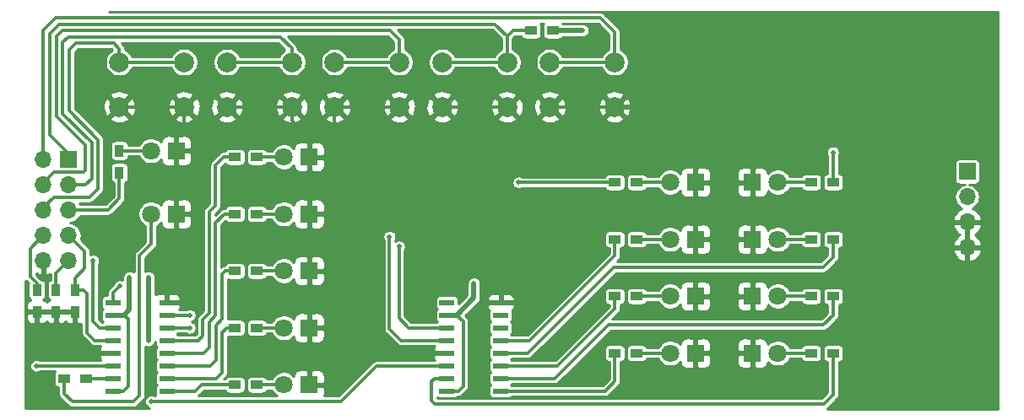
<source format=gbr>
G04 #@! TF.GenerationSoftware,KiCad,Pcbnew,(5.1.4)-1*
G04 #@! TF.CreationDate,2020-07-08T19:25:42+02:00*
G04 #@! TF.ProjectId,SBIO3,5342494f-332e-46b6-9963-61645f706362,rev?*
G04 #@! TF.SameCoordinates,Original*
G04 #@! TF.FileFunction,Copper,L1,Top*
G04 #@! TF.FilePolarity,Positive*
%FSLAX46Y46*%
G04 Gerber Fmt 4.6, Leading zero omitted, Abs format (unit mm)*
G04 Created by KiCad (PCBNEW (5.1.4)-1) date 2020-07-08 19:25:42*
%MOMM*%
%LPD*%
G04 APERTURE LIST*
%ADD10C,1.800000*%
%ADD11R,1.800000X1.800000*%
%ADD12O,1.700000X1.700000*%
%ADD13R,1.700000X1.700000*%
%ADD14R,1.500000X0.600000*%
%ADD15C,2.000000*%
%ADD16R,0.900000X1.200000*%
%ADD17R,1.200000X0.900000*%
%ADD18C,0.500000*%
%ADD19C,0.500000*%
%ADD20C,0.300000*%
%ADD21C,0.254000*%
G04 APERTURE END LIST*
D10*
X88265000Y-146050000D03*
D11*
X90805000Y-146050000D03*
D10*
X88265000Y-152400000D03*
D11*
X90805000Y-152400000D03*
D12*
X170116500Y-155765500D03*
X170116500Y-153225500D03*
X170116500Y-150685500D03*
D13*
X170116500Y-148145500D03*
D12*
X77470000Y-157099000D03*
X80010000Y-157099000D03*
X77470000Y-154559000D03*
X80010000Y-154559000D03*
X77470000Y-152019000D03*
X80010000Y-152019000D03*
X77470000Y-149479000D03*
X80010000Y-149479000D03*
X77470000Y-146939000D03*
D13*
X80010000Y-146939000D03*
D14*
X117950000Y-170180000D03*
X117950000Y-168910000D03*
X117950000Y-167640000D03*
X117950000Y-166370000D03*
X117950000Y-165100000D03*
X117950000Y-163830000D03*
X117950000Y-162560000D03*
X117950000Y-161290000D03*
X123350000Y-161290000D03*
X123350000Y-162560000D03*
X123350000Y-163830000D03*
X123350000Y-165100000D03*
X123350000Y-166370000D03*
X123350000Y-167640000D03*
X123350000Y-168910000D03*
X123350000Y-170180000D03*
D15*
X134770000Y-137160000D03*
X134770000Y-141660000D03*
X128270000Y-137160000D03*
X128270000Y-141660000D03*
D14*
X89855000Y-170180000D03*
X89855000Y-168910000D03*
X89855000Y-167640000D03*
X89855000Y-166370000D03*
X89855000Y-165100000D03*
X89855000Y-163830000D03*
X89855000Y-162560000D03*
X89855000Y-161290000D03*
X84455000Y-161290000D03*
X84455000Y-162560000D03*
X84455000Y-163830000D03*
X84455000Y-165100000D03*
X84455000Y-166370000D03*
X84455000Y-167640000D03*
X84455000Y-168910000D03*
X84455000Y-170180000D03*
D11*
X104140000Y-169545000D03*
D10*
X101600000Y-169545000D03*
D16*
X78740000Y-162220000D03*
X78740000Y-160020000D03*
D17*
X136990000Y-154940000D03*
X134790000Y-154940000D03*
X81745000Y-168910000D03*
X79545000Y-168910000D03*
X98890000Y-158115000D03*
X96690000Y-158115000D03*
D16*
X76835000Y-160020000D03*
X76835000Y-162220000D03*
D10*
X101600000Y-163830000D03*
D11*
X104140000Y-163830000D03*
D10*
X101600000Y-152400000D03*
D11*
X104140000Y-152400000D03*
D10*
X140335000Y-149225000D03*
D11*
X142875000Y-149225000D03*
X148590000Y-160655000D03*
D10*
X151130000Y-160655000D03*
D16*
X80645000Y-162220000D03*
X80645000Y-160020000D03*
D17*
X96690000Y-169545000D03*
X98890000Y-169545000D03*
X154475000Y-154940000D03*
X156675000Y-154940000D03*
X156675000Y-166370000D03*
X154475000Y-166370000D03*
D15*
X123975000Y-137160000D03*
X123975000Y-141660000D03*
X117475000Y-137160000D03*
X117475000Y-141660000D03*
X85090000Y-141660000D03*
X85090000Y-137160000D03*
X91590000Y-141660000D03*
X91590000Y-137160000D03*
X113180000Y-137160000D03*
X113180000Y-141660000D03*
X106680000Y-137160000D03*
X106680000Y-141660000D03*
D17*
X156675000Y-149225000D03*
X154475000Y-149225000D03*
D15*
X95885000Y-141660000D03*
X95885000Y-137160000D03*
X102385000Y-141660000D03*
X102385000Y-137160000D03*
D16*
X85090000Y-146050000D03*
X85090000Y-148250000D03*
D17*
X98890000Y-146685000D03*
X96690000Y-146685000D03*
X136990000Y-149225000D03*
X134790000Y-149225000D03*
D10*
X101600000Y-158115000D03*
D11*
X104140000Y-158115000D03*
D10*
X151130000Y-149225000D03*
D11*
X148590000Y-149225000D03*
X142875000Y-160655000D03*
D10*
X140335000Y-160655000D03*
D17*
X96690000Y-163830000D03*
X98890000Y-163830000D03*
D11*
X148590000Y-166370000D03*
D10*
X151130000Y-166370000D03*
D11*
X142875000Y-166370000D03*
D10*
X140335000Y-166370000D03*
D17*
X128565000Y-133985000D03*
X126365000Y-133985000D03*
D11*
X148590000Y-154940000D03*
D10*
X151130000Y-154940000D03*
X140335000Y-154940000D03*
D11*
X142875000Y-154940000D03*
D17*
X156675000Y-160655000D03*
X154475000Y-160655000D03*
X134790000Y-160655000D03*
X136990000Y-160655000D03*
D10*
X101600000Y-146685000D03*
D11*
X104140000Y-146685000D03*
D17*
X136990000Y-166370000D03*
X134790000Y-166370000D03*
X96690000Y-152400000D03*
X98890000Y-152400000D03*
D18*
X163830000Y-165481000D03*
X164338000Y-155257500D03*
X156718000Y-140208000D03*
X141478000Y-138493500D03*
X79248000Y-165100000D03*
X88011000Y-165100000D03*
X86106000Y-158750000D03*
X88011000Y-158750000D03*
X120650000Y-159385000D03*
X131572000Y-133985000D03*
X113140000Y-155680000D03*
X82469000Y-157099000D03*
X76740000Y-167650000D03*
X112190000Y-154690000D03*
X156660000Y-146210000D03*
X92130000Y-163830000D03*
X92130000Y-162560000D03*
X125140000Y-149240000D03*
X88280000Y-171240000D03*
X85120000Y-159660000D03*
D19*
X141787000Y-141660000D02*
X142875000Y-142748000D01*
X142875000Y-142748000D02*
X142875000Y-149225000D01*
X134770000Y-141660000D02*
X141787000Y-141660000D01*
D20*
X117475000Y-141660000D02*
X123975000Y-141660000D01*
X90805000Y-152400000D02*
X90805000Y-146050000D01*
X104140000Y-158115000D02*
X104140000Y-163830000D01*
X106045000Y-146685000D02*
X104140000Y-146685000D01*
X106680000Y-141660000D02*
X106680000Y-146050000D01*
X78740000Y-162220000D02*
X80645000Y-162220000D01*
X104140000Y-144780000D02*
X104140000Y-146685000D01*
X104140000Y-152400000D02*
X104140000Y-158115000D01*
X95885000Y-141660000D02*
X102385000Y-141660000D01*
X91590000Y-143620000D02*
X91590000Y-141660000D01*
X90805000Y-146050000D02*
X90805000Y-144405000D01*
X76835000Y-162220000D02*
X78740000Y-162220000D01*
X102385000Y-143025000D02*
X104140000Y-144780000D01*
X106680000Y-141660000D02*
X113180000Y-141660000D01*
X90805000Y-144405000D02*
X91590000Y-143620000D01*
X148590000Y-154940000D02*
X148590000Y-149225000D01*
X142875000Y-154940000D02*
X142875000Y-149225000D01*
X85090000Y-141660000D02*
X91590000Y-141660000D01*
X148590000Y-160655000D02*
X142875000Y-160655000D01*
X142875000Y-149225000D02*
X148590000Y-149225000D01*
X106680000Y-146050000D02*
X106045000Y-146685000D01*
X104140000Y-163830000D02*
X104140000Y-169545000D01*
X102385000Y-141660000D02*
X102385000Y-143025000D01*
X104140000Y-146685000D02*
X104140000Y-152400000D01*
X128270000Y-141660000D02*
X134770000Y-141660000D01*
D19*
X85560000Y-162560000D02*
X84455000Y-162560000D01*
X86106000Y-158750000D02*
X86106000Y-162014000D01*
D20*
X85960000Y-162960000D02*
X85960000Y-169660000D01*
X119080000Y-170180000D02*
X119570000Y-169690000D01*
D19*
X131572000Y-133985000D02*
X128565000Y-133985000D01*
D20*
X85560000Y-162560000D02*
X85960000Y-162960000D01*
D19*
X118920000Y-162560000D02*
X117950000Y-162560000D01*
X120650000Y-159385000D02*
X120650000Y-160830000D01*
D20*
X85440000Y-170180000D02*
X84455000Y-170180000D01*
X117950000Y-170180000D02*
X119080000Y-170180000D01*
D19*
X86106000Y-162014000D02*
X85560000Y-162560000D01*
X88011000Y-165100000D02*
X88011000Y-158750000D01*
D20*
X119570000Y-169690000D02*
X119570000Y-163210000D01*
D19*
X120650000Y-160830000D02*
X118920000Y-162560000D01*
D20*
X119570000Y-163210000D02*
X118920000Y-162560000D01*
X85960000Y-169660000D02*
X85440000Y-170180000D01*
X78740000Y-160020000D02*
X78740000Y-158369000D01*
X113140000Y-155680000D02*
X113140000Y-162840000D01*
X82469000Y-157099000D02*
X82469000Y-163189000D01*
X78740000Y-158369000D02*
X80010000Y-157099000D01*
X83110000Y-163830000D02*
X84455000Y-163830000D01*
X114130000Y-163830000D02*
X117950000Y-163830000D01*
X113140000Y-162840000D02*
X114130000Y-163830000D01*
X82469000Y-163189000D02*
X83110000Y-163830000D01*
X76150000Y-158730000D02*
X76150000Y-155879000D01*
X76835000Y-159415000D02*
X76150000Y-158730000D01*
X76740000Y-167650000D02*
X76750000Y-167640000D01*
X76750000Y-167640000D02*
X84455000Y-167640000D01*
X76150000Y-155879000D02*
X77470000Y-154559000D01*
X76835000Y-160020000D02*
X76835000Y-159415000D01*
X81860000Y-164360000D02*
X82600000Y-165100000D01*
X82600000Y-165100000D02*
X84455000Y-165100000D01*
X80645000Y-158865000D02*
X81620000Y-157890000D01*
X112190000Y-154690000D02*
X112190000Y-163950000D01*
X113340000Y-165100000D02*
X117950000Y-165100000D01*
X80645000Y-160020000D02*
X80645000Y-158865000D01*
X112190000Y-163950000D02*
X113340000Y-165100000D01*
X81860000Y-160360000D02*
X81860000Y-164360000D01*
X81520000Y-160020000D02*
X81860000Y-160360000D01*
X80645000Y-160020000D02*
X81520000Y-160020000D01*
X81620000Y-157890000D02*
X81620000Y-156169000D01*
X81620000Y-156169000D02*
X80010000Y-154559000D01*
X85090000Y-135810000D02*
X85090000Y-137160000D01*
X82960000Y-149850000D02*
X82960000Y-144940000D01*
X85090000Y-137160000D02*
X91590000Y-137160000D01*
X84550000Y-135270000D02*
X85090000Y-135810000D01*
X80740000Y-135270000D02*
X84550000Y-135270000D01*
X77470000Y-151780000D02*
X78500000Y-150750000D01*
X80070000Y-142050000D02*
X80070000Y-135940000D01*
X80070000Y-135940000D02*
X80740000Y-135270000D01*
X82960000Y-144940000D02*
X80070000Y-142050000D01*
X82060000Y-150750000D02*
X82960000Y-149850000D01*
X78500000Y-150750000D02*
X82060000Y-150750000D01*
X77470000Y-152019000D02*
X77470000Y-151780000D01*
X83921000Y-152019000D02*
X85090000Y-150850000D01*
X80010000Y-152019000D02*
X83921000Y-152019000D01*
X85090000Y-150850000D02*
X85090000Y-148250000D01*
X112260000Y-134010000D02*
X113180000Y-134930000D01*
X81690000Y-145490000D02*
X78770000Y-142570000D01*
X81690000Y-147990000D02*
X81690000Y-145490000D01*
X78770000Y-134600000D02*
X79360000Y-134010000D01*
X78770000Y-142570000D02*
X78770000Y-134600000D01*
X106680000Y-137160000D02*
X113180000Y-137160000D01*
X79360000Y-134010000D02*
X112260000Y-134010000D01*
X113180000Y-134930000D02*
X113180000Y-137160000D01*
X81460000Y-148220000D02*
X81690000Y-147990000D01*
X78530000Y-148220000D02*
X81460000Y-148220000D01*
X77470000Y-149280000D02*
X78530000Y-148220000D01*
X77470000Y-149479000D02*
X77470000Y-149280000D01*
X101240000Y-134640000D02*
X102385000Y-135785000D01*
X79420000Y-135160000D02*
X79940000Y-134640000D01*
X81701000Y-149479000D02*
X82330000Y-148850000D01*
X82330000Y-145250000D02*
X79420000Y-142340000D01*
X82330000Y-148850000D02*
X82330000Y-145250000D01*
X102385000Y-135785000D02*
X102385000Y-137160000D01*
X79420000Y-142340000D02*
X79420000Y-135160000D01*
X80010000Y-149479000D02*
X81701000Y-149479000D01*
X95885000Y-137160000D02*
X102385000Y-137160000D01*
X79940000Y-134640000D02*
X101240000Y-134640000D01*
X133350000Y-132715000D02*
X134770000Y-134135000D01*
X78740000Y-132715000D02*
X133350000Y-132715000D01*
X128270000Y-137160000D02*
X134770000Y-137160000D01*
X77470000Y-146939000D02*
X77470000Y-133985000D01*
X134770000Y-134135000D02*
X134770000Y-137160000D01*
X77470000Y-133985000D02*
X78740000Y-132715000D01*
X122750000Y-133350000D02*
X123975000Y-134575000D01*
X117475000Y-137160000D02*
X123975000Y-137160000D01*
X79060000Y-133350000D02*
X122750000Y-133350000D01*
X78110000Y-144450000D02*
X78110000Y-134300000D01*
X80010000Y-146939000D02*
X80010000Y-146350000D01*
X124565000Y-133985000D02*
X123975000Y-134575000D01*
X123975000Y-134575000D02*
X123975000Y-137160000D01*
X126365000Y-133985000D02*
X124565000Y-133985000D01*
X78110000Y-134300000D02*
X79060000Y-133350000D01*
X80010000Y-146350000D02*
X78110000Y-144450000D01*
X85090000Y-146050000D02*
X88265000Y-146050000D01*
X95390000Y-168310000D02*
X95390000Y-164300000D01*
X95390000Y-164300000D02*
X95860000Y-163830000D01*
X95860000Y-163830000D02*
X96690000Y-163830000D01*
X94790000Y-168910000D02*
X95390000Y-168310000D01*
X89855000Y-168910000D02*
X94790000Y-168910000D01*
X98890000Y-163830000D02*
X101600000Y-163830000D01*
X98890000Y-158115000D02*
X101600000Y-158115000D01*
X95400000Y-162950000D02*
X95400000Y-158465000D01*
X95400000Y-158465000D02*
X95750000Y-158115000D01*
X94760000Y-163590000D02*
X95400000Y-162950000D01*
X94760000Y-167050000D02*
X94760000Y-163590000D01*
X94170000Y-167640000D02*
X94760000Y-167050000D01*
X89855000Y-167640000D02*
X94170000Y-167640000D01*
X95750000Y-158115000D02*
X96690000Y-158115000D01*
X94730000Y-153290000D02*
X95620000Y-152400000D01*
X94730000Y-162620000D02*
X94730000Y-153290000D01*
X95620000Y-152400000D02*
X96690000Y-152400000D01*
X94110000Y-163240000D02*
X94730000Y-162620000D01*
X94110000Y-165780000D02*
X94110000Y-163240000D01*
X93520000Y-166370000D02*
X94110000Y-165780000D01*
X89855000Y-166370000D02*
X93520000Y-166370000D01*
X98890000Y-152400000D02*
X101600000Y-152400000D01*
X98890000Y-146685000D02*
X101600000Y-146685000D01*
X94730000Y-151550000D02*
X94730000Y-147480000D01*
X94730000Y-147480000D02*
X95525000Y-146685000D01*
X94100000Y-152180000D02*
X94730000Y-151550000D01*
X93440000Y-164640000D02*
X93440000Y-162990000D01*
X89855000Y-165100000D02*
X92980000Y-165100000D01*
X92980000Y-165100000D02*
X93440000Y-164640000D01*
X93440000Y-162990000D02*
X94100000Y-162330000D01*
X95525000Y-146685000D02*
X96690000Y-146685000D01*
X94100000Y-162330000D02*
X94100000Y-152180000D01*
X156660000Y-149210000D02*
X156675000Y-149225000D01*
X156660000Y-146210000D02*
X156660000Y-149210000D01*
X89855000Y-163830000D02*
X92130000Y-163830000D01*
X151130000Y-149225000D02*
X154475000Y-149225000D01*
X136990000Y-149225000D02*
X140335000Y-149225000D01*
X89855000Y-162560000D02*
X92130000Y-162560000D01*
X134775000Y-149240000D02*
X134790000Y-149225000D01*
X125140000Y-149240000D02*
X134775000Y-149240000D01*
X86520000Y-171250000D02*
X87120000Y-170650000D01*
X87120000Y-156580000D02*
X88265000Y-155435000D01*
X79545000Y-168910000D02*
X79545000Y-170425000D01*
X87120000Y-170650000D02*
X87120000Y-156580000D01*
X88265000Y-155435000D02*
X88265000Y-152400000D01*
X80370000Y-171250000D02*
X86520000Y-171250000D01*
X79545000Y-170425000D02*
X80370000Y-171250000D01*
X98890000Y-169545000D02*
X101600000Y-169545000D01*
X151130000Y-166370000D02*
X154475000Y-166370000D01*
X136990000Y-166370000D02*
X140335000Y-166370000D01*
X151130000Y-160655000D02*
X154475000Y-160655000D01*
X136990000Y-160655000D02*
X140335000Y-160655000D01*
X151130000Y-154940000D02*
X154475000Y-154940000D01*
X136990000Y-154940000D02*
X140335000Y-154940000D01*
X84455000Y-168910000D02*
X81745000Y-168910000D01*
X93345000Y-169545000D02*
X96690000Y-169545000D01*
X89855000Y-170180000D02*
X92710000Y-170180000D01*
X92710000Y-170180000D02*
X93345000Y-169545000D01*
X116710000Y-168910000D02*
X116400000Y-169220000D01*
X116760000Y-171490000D02*
X155720000Y-171490000D01*
X155720000Y-171490000D02*
X156675000Y-170535000D01*
X156675000Y-170535000D02*
X156675000Y-166370000D01*
X116400000Y-171130000D02*
X116760000Y-171490000D01*
X116400000Y-169220000D02*
X116400000Y-171130000D01*
X117950000Y-168910000D02*
X116710000Y-168910000D01*
X133830000Y-170180000D02*
X134790000Y-169220000D01*
X134790000Y-169220000D02*
X134790000Y-166370000D01*
X123350000Y-170180000D02*
X133830000Y-170180000D01*
X128770000Y-168910000D02*
X134140000Y-163540000D01*
X156675000Y-162575000D02*
X156675000Y-160655000D01*
X134140000Y-163540000D02*
X155710000Y-163540000D01*
X123350000Y-168910000D02*
X128770000Y-168910000D01*
X155710000Y-163540000D02*
X156675000Y-162575000D01*
X134790000Y-161880000D02*
X134790000Y-160655000D01*
X123350000Y-167640000D02*
X129030000Y-167640000D01*
X129030000Y-167640000D02*
X134790000Y-161880000D01*
X155640000Y-157760000D02*
X156675000Y-156725000D01*
X126040000Y-166370000D02*
X134650000Y-157760000D01*
X156675000Y-156725000D02*
X156675000Y-154940000D01*
X134650000Y-157760000D02*
X155640000Y-157760000D01*
X123350000Y-166370000D02*
X126040000Y-166370000D01*
X126240000Y-165100000D02*
X134790000Y-156550000D01*
X134790000Y-156550000D02*
X134790000Y-154940000D01*
X123350000Y-165100000D02*
X126240000Y-165100000D01*
X84455000Y-160325000D02*
X85120000Y-159660000D01*
X107310000Y-171240000D02*
X110910000Y-167640000D01*
X110910000Y-167640000D02*
X117950000Y-167640000D01*
X88280000Y-171240000D02*
X107310000Y-171240000D01*
X84455000Y-161290000D02*
X84455000Y-160325000D01*
D21*
G36*
X173228000Y-171957917D02*
G01*
X156072945Y-171946777D01*
X156129974Y-171899974D01*
X156148039Y-171877962D01*
X157062968Y-170963034D01*
X157084974Y-170944974D01*
X157157079Y-170857115D01*
X157210657Y-170756876D01*
X157227315Y-170701963D01*
X157243651Y-170648112D01*
X157250777Y-170575748D01*
X157252000Y-170563336D01*
X157252000Y-170563331D01*
X157254790Y-170535000D01*
X157252000Y-170506669D01*
X157252000Y-167249066D01*
X157275000Y-167249066D01*
X157358707Y-167240822D01*
X157439196Y-167216405D01*
X157513376Y-167176755D01*
X157578395Y-167123395D01*
X157631755Y-167058376D01*
X157671405Y-166984196D01*
X157695822Y-166903707D01*
X157704066Y-166820000D01*
X157704066Y-165920000D01*
X157695822Y-165836293D01*
X157671405Y-165755804D01*
X157631755Y-165681624D01*
X157578395Y-165616605D01*
X157513376Y-165563245D01*
X157439196Y-165523595D01*
X157358707Y-165499178D01*
X157275000Y-165490934D01*
X156075000Y-165490934D01*
X155991293Y-165499178D01*
X155910804Y-165523595D01*
X155836624Y-165563245D01*
X155771605Y-165616605D01*
X155718245Y-165681624D01*
X155678595Y-165755804D01*
X155654178Y-165836293D01*
X155645934Y-165920000D01*
X155645934Y-166820000D01*
X155654178Y-166903707D01*
X155678595Y-166984196D01*
X155718245Y-167058376D01*
X155771605Y-167123395D01*
X155836624Y-167176755D01*
X155910804Y-167216405D01*
X155991293Y-167240822D01*
X156075000Y-167249066D01*
X156098001Y-167249066D01*
X156098000Y-170295998D01*
X155480999Y-170913000D01*
X116999000Y-170913000D01*
X116977000Y-170890999D01*
X116977000Y-170844974D01*
X117035804Y-170876405D01*
X117116293Y-170900822D01*
X117200000Y-170909066D01*
X118700000Y-170909066D01*
X118783707Y-170900822D01*
X118864196Y-170876405D01*
X118938376Y-170836755D01*
X119003395Y-170783395D01*
X119025057Y-170757000D01*
X119051669Y-170757000D01*
X119080000Y-170759790D01*
X119108331Y-170757000D01*
X119108336Y-170757000D01*
X119138045Y-170754074D01*
X119193111Y-170748651D01*
X119237770Y-170735103D01*
X119301876Y-170715657D01*
X119402115Y-170662079D01*
X119489974Y-170589974D01*
X119508039Y-170567962D01*
X119957963Y-170118038D01*
X119979974Y-170099974D01*
X120052079Y-170012115D01*
X120105657Y-169911876D01*
X120125880Y-169845210D01*
X120138651Y-169803112D01*
X120149791Y-169690000D01*
X120147000Y-169661661D01*
X120147000Y-163238331D01*
X120149790Y-163210000D01*
X120146839Y-163180026D01*
X120142601Y-163137000D01*
X120138651Y-163096888D01*
X120112356Y-163010209D01*
X120105657Y-162988124D01*
X120052079Y-162887885D01*
X119979974Y-162800026D01*
X119957962Y-162781961D01*
X119806712Y-162630711D01*
X120847422Y-161590000D01*
X121961928Y-161590000D01*
X121974188Y-161714482D01*
X122010498Y-161834180D01*
X122069463Y-161944494D01*
X122148815Y-162041185D01*
X122207185Y-162089088D01*
X122203595Y-162095804D01*
X122179178Y-162176293D01*
X122170934Y-162260000D01*
X122170934Y-162860000D01*
X122179178Y-162943707D01*
X122203595Y-163024196D01*
X122243245Y-163098376D01*
X122296605Y-163163395D01*
X122335116Y-163195000D01*
X122296605Y-163226605D01*
X122243245Y-163291624D01*
X122203595Y-163365804D01*
X122179178Y-163446293D01*
X122170934Y-163530000D01*
X122170934Y-164130000D01*
X122179178Y-164213707D01*
X122203595Y-164294196D01*
X122243245Y-164368376D01*
X122296605Y-164433395D01*
X122335116Y-164465000D01*
X122296605Y-164496605D01*
X122243245Y-164561624D01*
X122203595Y-164635804D01*
X122179178Y-164716293D01*
X122170934Y-164800000D01*
X122170934Y-165400000D01*
X122179178Y-165483707D01*
X122203595Y-165564196D01*
X122243245Y-165638376D01*
X122296605Y-165703395D01*
X122335116Y-165735000D01*
X122296605Y-165766605D01*
X122243245Y-165831624D01*
X122203595Y-165905804D01*
X122179178Y-165986293D01*
X122170934Y-166070000D01*
X122170934Y-166670000D01*
X122179178Y-166753707D01*
X122203595Y-166834196D01*
X122243245Y-166908376D01*
X122296605Y-166973395D01*
X122335116Y-167005000D01*
X122296605Y-167036605D01*
X122243245Y-167101624D01*
X122203595Y-167175804D01*
X122179178Y-167256293D01*
X122170934Y-167340000D01*
X122170934Y-167940000D01*
X122179178Y-168023707D01*
X122203595Y-168104196D01*
X122243245Y-168178376D01*
X122296605Y-168243395D01*
X122335116Y-168275000D01*
X122296605Y-168306605D01*
X122243245Y-168371624D01*
X122203595Y-168445804D01*
X122179178Y-168526293D01*
X122170934Y-168610000D01*
X122170934Y-169210000D01*
X122179178Y-169293707D01*
X122203595Y-169374196D01*
X122243245Y-169448376D01*
X122296605Y-169513395D01*
X122335116Y-169545000D01*
X122296605Y-169576605D01*
X122243245Y-169641624D01*
X122203595Y-169715804D01*
X122179178Y-169796293D01*
X122170934Y-169880000D01*
X122170934Y-170480000D01*
X122179178Y-170563707D01*
X122203595Y-170644196D01*
X122243245Y-170718376D01*
X122296605Y-170783395D01*
X122361624Y-170836755D01*
X122435804Y-170876405D01*
X122516293Y-170900822D01*
X122600000Y-170909066D01*
X124100000Y-170909066D01*
X124183707Y-170900822D01*
X124264196Y-170876405D01*
X124338376Y-170836755D01*
X124403395Y-170783395D01*
X124425057Y-170757000D01*
X133801669Y-170757000D01*
X133830000Y-170759790D01*
X133858331Y-170757000D01*
X133858336Y-170757000D01*
X133888045Y-170754074D01*
X133943111Y-170748651D01*
X133987770Y-170735103D01*
X134051876Y-170715657D01*
X134152115Y-170662079D01*
X134239974Y-170589974D01*
X134258039Y-170567962D01*
X135177968Y-169648034D01*
X135199974Y-169629974D01*
X135222112Y-169603000D01*
X135251857Y-169566755D01*
X135272079Y-169542115D01*
X135325657Y-169441876D01*
X135340763Y-169392078D01*
X135358651Y-169333112D01*
X135365925Y-169259250D01*
X135367000Y-169248336D01*
X135367000Y-169248332D01*
X135369790Y-169220001D01*
X135367000Y-169191665D01*
X135367000Y-167249066D01*
X135390000Y-167249066D01*
X135473707Y-167240822D01*
X135554196Y-167216405D01*
X135628376Y-167176755D01*
X135693395Y-167123395D01*
X135746755Y-167058376D01*
X135786405Y-166984196D01*
X135810822Y-166903707D01*
X135819066Y-166820000D01*
X135819066Y-165920000D01*
X135960934Y-165920000D01*
X135960934Y-166820000D01*
X135969178Y-166903707D01*
X135993595Y-166984196D01*
X136033245Y-167058376D01*
X136086605Y-167123395D01*
X136151624Y-167176755D01*
X136225804Y-167216405D01*
X136306293Y-167240822D01*
X136390000Y-167249066D01*
X137590000Y-167249066D01*
X137673707Y-167240822D01*
X137754196Y-167216405D01*
X137828376Y-167176755D01*
X137893395Y-167123395D01*
X137946755Y-167058376D01*
X137986405Y-166984196D01*
X137997689Y-166947000D01*
X139137667Y-166947000D01*
X139159028Y-166998570D01*
X139304252Y-167215913D01*
X139489087Y-167400748D01*
X139706430Y-167545972D01*
X139947928Y-167646004D01*
X140204302Y-167697000D01*
X140465698Y-167697000D01*
X140722072Y-167646004D01*
X140963570Y-167545972D01*
X141180913Y-167400748D01*
X141337055Y-167244606D01*
X141336928Y-167270000D01*
X141349188Y-167394482D01*
X141385498Y-167514180D01*
X141444463Y-167624494D01*
X141523815Y-167721185D01*
X141620506Y-167800537D01*
X141730820Y-167859502D01*
X141850518Y-167895812D01*
X141975000Y-167908072D01*
X142589250Y-167905000D01*
X142748000Y-167746250D01*
X142748000Y-166497000D01*
X143002000Y-166497000D01*
X143002000Y-167746250D01*
X143160750Y-167905000D01*
X143775000Y-167908072D01*
X143899482Y-167895812D01*
X144019180Y-167859502D01*
X144129494Y-167800537D01*
X144226185Y-167721185D01*
X144305537Y-167624494D01*
X144364502Y-167514180D01*
X144400812Y-167394482D01*
X144413072Y-167270000D01*
X147051928Y-167270000D01*
X147064188Y-167394482D01*
X147100498Y-167514180D01*
X147159463Y-167624494D01*
X147238815Y-167721185D01*
X147335506Y-167800537D01*
X147445820Y-167859502D01*
X147565518Y-167895812D01*
X147690000Y-167908072D01*
X148304250Y-167905000D01*
X148463000Y-167746250D01*
X148463000Y-166497000D01*
X147213750Y-166497000D01*
X147055000Y-166655750D01*
X147051928Y-167270000D01*
X144413072Y-167270000D01*
X144410000Y-166655750D01*
X144251250Y-166497000D01*
X143002000Y-166497000D01*
X142748000Y-166497000D01*
X142728000Y-166497000D01*
X142728000Y-166243000D01*
X142748000Y-166243000D01*
X142748000Y-164993750D01*
X143002000Y-164993750D01*
X143002000Y-166243000D01*
X144251250Y-166243000D01*
X144410000Y-166084250D01*
X144413072Y-165470000D01*
X147051928Y-165470000D01*
X147055000Y-166084250D01*
X147213750Y-166243000D01*
X148463000Y-166243000D01*
X148463000Y-164993750D01*
X148717000Y-164993750D01*
X148717000Y-166243000D01*
X148737000Y-166243000D01*
X148737000Y-166497000D01*
X148717000Y-166497000D01*
X148717000Y-167746250D01*
X148875750Y-167905000D01*
X149490000Y-167908072D01*
X149614482Y-167895812D01*
X149734180Y-167859502D01*
X149844494Y-167800537D01*
X149941185Y-167721185D01*
X150020537Y-167624494D01*
X150079502Y-167514180D01*
X150115812Y-167394482D01*
X150128072Y-167270000D01*
X150127945Y-167244606D01*
X150284087Y-167400748D01*
X150501430Y-167545972D01*
X150742928Y-167646004D01*
X150999302Y-167697000D01*
X151260698Y-167697000D01*
X151517072Y-167646004D01*
X151758570Y-167545972D01*
X151975913Y-167400748D01*
X152160748Y-167215913D01*
X152305972Y-166998570D01*
X152327333Y-166947000D01*
X153467311Y-166947000D01*
X153478595Y-166984196D01*
X153518245Y-167058376D01*
X153571605Y-167123395D01*
X153636624Y-167176755D01*
X153710804Y-167216405D01*
X153791293Y-167240822D01*
X153875000Y-167249066D01*
X155075000Y-167249066D01*
X155158707Y-167240822D01*
X155239196Y-167216405D01*
X155313376Y-167176755D01*
X155378395Y-167123395D01*
X155431755Y-167058376D01*
X155471405Y-166984196D01*
X155495822Y-166903707D01*
X155504066Y-166820000D01*
X155504066Y-165920000D01*
X155495822Y-165836293D01*
X155471405Y-165755804D01*
X155431755Y-165681624D01*
X155378395Y-165616605D01*
X155313376Y-165563245D01*
X155239196Y-165523595D01*
X155158707Y-165499178D01*
X155075000Y-165490934D01*
X153875000Y-165490934D01*
X153791293Y-165499178D01*
X153710804Y-165523595D01*
X153636624Y-165563245D01*
X153571605Y-165616605D01*
X153518245Y-165681624D01*
X153478595Y-165755804D01*
X153467311Y-165793000D01*
X152327333Y-165793000D01*
X152305972Y-165741430D01*
X152160748Y-165524087D01*
X151975913Y-165339252D01*
X151758570Y-165194028D01*
X151517072Y-165093996D01*
X151260698Y-165043000D01*
X150999302Y-165043000D01*
X150742928Y-165093996D01*
X150501430Y-165194028D01*
X150284087Y-165339252D01*
X150127945Y-165495394D01*
X150128072Y-165470000D01*
X150115812Y-165345518D01*
X150079502Y-165225820D01*
X150020537Y-165115506D01*
X149941185Y-165018815D01*
X149844494Y-164939463D01*
X149734180Y-164880498D01*
X149614482Y-164844188D01*
X149490000Y-164831928D01*
X148875750Y-164835000D01*
X148717000Y-164993750D01*
X148463000Y-164993750D01*
X148304250Y-164835000D01*
X147690000Y-164831928D01*
X147565518Y-164844188D01*
X147445820Y-164880498D01*
X147335506Y-164939463D01*
X147238815Y-165018815D01*
X147159463Y-165115506D01*
X147100498Y-165225820D01*
X147064188Y-165345518D01*
X147051928Y-165470000D01*
X144413072Y-165470000D01*
X144400812Y-165345518D01*
X144364502Y-165225820D01*
X144305537Y-165115506D01*
X144226185Y-165018815D01*
X144129494Y-164939463D01*
X144019180Y-164880498D01*
X143899482Y-164844188D01*
X143775000Y-164831928D01*
X143160750Y-164835000D01*
X143002000Y-164993750D01*
X142748000Y-164993750D01*
X142589250Y-164835000D01*
X141975000Y-164831928D01*
X141850518Y-164844188D01*
X141730820Y-164880498D01*
X141620506Y-164939463D01*
X141523815Y-165018815D01*
X141444463Y-165115506D01*
X141385498Y-165225820D01*
X141349188Y-165345518D01*
X141336928Y-165470000D01*
X141337055Y-165495394D01*
X141180913Y-165339252D01*
X140963570Y-165194028D01*
X140722072Y-165093996D01*
X140465698Y-165043000D01*
X140204302Y-165043000D01*
X139947928Y-165093996D01*
X139706430Y-165194028D01*
X139489087Y-165339252D01*
X139304252Y-165524087D01*
X139159028Y-165741430D01*
X139137667Y-165793000D01*
X137997689Y-165793000D01*
X137986405Y-165755804D01*
X137946755Y-165681624D01*
X137893395Y-165616605D01*
X137828376Y-165563245D01*
X137754196Y-165523595D01*
X137673707Y-165499178D01*
X137590000Y-165490934D01*
X136390000Y-165490934D01*
X136306293Y-165499178D01*
X136225804Y-165523595D01*
X136151624Y-165563245D01*
X136086605Y-165616605D01*
X136033245Y-165681624D01*
X135993595Y-165755804D01*
X135969178Y-165836293D01*
X135960934Y-165920000D01*
X135819066Y-165920000D01*
X135810822Y-165836293D01*
X135786405Y-165755804D01*
X135746755Y-165681624D01*
X135693395Y-165616605D01*
X135628376Y-165563245D01*
X135554196Y-165523595D01*
X135473707Y-165499178D01*
X135390000Y-165490934D01*
X134190000Y-165490934D01*
X134106293Y-165499178D01*
X134025804Y-165523595D01*
X133951624Y-165563245D01*
X133886605Y-165616605D01*
X133833245Y-165681624D01*
X133793595Y-165755804D01*
X133769178Y-165836293D01*
X133760934Y-165920000D01*
X133760934Y-166820000D01*
X133769178Y-166903707D01*
X133793595Y-166984196D01*
X133833245Y-167058376D01*
X133886605Y-167123395D01*
X133951624Y-167176755D01*
X134025804Y-167216405D01*
X134106293Y-167240822D01*
X134190000Y-167249066D01*
X134213001Y-167249066D01*
X134213000Y-168980998D01*
X133590999Y-169603000D01*
X124425057Y-169603000D01*
X124403395Y-169576605D01*
X124364884Y-169545000D01*
X124403395Y-169513395D01*
X124425057Y-169487000D01*
X128741669Y-169487000D01*
X128770000Y-169489790D01*
X128798331Y-169487000D01*
X128798336Y-169487000D01*
X128828045Y-169484074D01*
X128883111Y-169478651D01*
X128927770Y-169465103D01*
X128991876Y-169445657D01*
X129092115Y-169392079D01*
X129179974Y-169319974D01*
X129198039Y-169297962D01*
X134379001Y-164117000D01*
X155681669Y-164117000D01*
X155710000Y-164119790D01*
X155738331Y-164117000D01*
X155738336Y-164117000D01*
X155768045Y-164114074D01*
X155823111Y-164108651D01*
X155867770Y-164095103D01*
X155931876Y-164075657D01*
X156032115Y-164022079D01*
X156119974Y-163949974D01*
X156138039Y-163927962D01*
X157062968Y-163003034D01*
X157084974Y-162984974D01*
X157104105Y-162961664D01*
X157120149Y-162942114D01*
X157157079Y-162897115D01*
X157210657Y-162796876D01*
X157243650Y-162688112D01*
X157252000Y-162603336D01*
X157252000Y-162603330D01*
X157254790Y-162575001D01*
X157252000Y-162546672D01*
X157252000Y-161534066D01*
X157275000Y-161534066D01*
X157358707Y-161525822D01*
X157439196Y-161501405D01*
X157513376Y-161461755D01*
X157578395Y-161408395D01*
X157631755Y-161343376D01*
X157671405Y-161269196D01*
X157695822Y-161188707D01*
X157704066Y-161105000D01*
X157704066Y-160205000D01*
X157695822Y-160121293D01*
X157671405Y-160040804D01*
X157631755Y-159966624D01*
X157578395Y-159901605D01*
X157513376Y-159848245D01*
X157439196Y-159808595D01*
X157358707Y-159784178D01*
X157275000Y-159775934D01*
X156075000Y-159775934D01*
X155991293Y-159784178D01*
X155910804Y-159808595D01*
X155836624Y-159848245D01*
X155771605Y-159901605D01*
X155718245Y-159966624D01*
X155678595Y-160040804D01*
X155654178Y-160121293D01*
X155645934Y-160205000D01*
X155645934Y-161105000D01*
X155654178Y-161188707D01*
X155678595Y-161269196D01*
X155718245Y-161343376D01*
X155771605Y-161408395D01*
X155836624Y-161461755D01*
X155910804Y-161501405D01*
X155991293Y-161525822D01*
X156075000Y-161534066D01*
X156098001Y-161534066D01*
X156098000Y-162335998D01*
X155470999Y-162963000D01*
X134523002Y-162963000D01*
X135177969Y-162308033D01*
X135199974Y-162289974D01*
X135224574Y-162260000D01*
X135250776Y-162228072D01*
X135272079Y-162202115D01*
X135325657Y-162101876D01*
X135358650Y-161993112D01*
X135367000Y-161908336D01*
X135367000Y-161908330D01*
X135369790Y-161880001D01*
X135367000Y-161851672D01*
X135367000Y-161534066D01*
X135390000Y-161534066D01*
X135473707Y-161525822D01*
X135554196Y-161501405D01*
X135628376Y-161461755D01*
X135693395Y-161408395D01*
X135746755Y-161343376D01*
X135786405Y-161269196D01*
X135810822Y-161188707D01*
X135819066Y-161105000D01*
X135819066Y-160205000D01*
X135960934Y-160205000D01*
X135960934Y-161105000D01*
X135969178Y-161188707D01*
X135993595Y-161269196D01*
X136033245Y-161343376D01*
X136086605Y-161408395D01*
X136151624Y-161461755D01*
X136225804Y-161501405D01*
X136306293Y-161525822D01*
X136390000Y-161534066D01*
X137590000Y-161534066D01*
X137673707Y-161525822D01*
X137754196Y-161501405D01*
X137828376Y-161461755D01*
X137893395Y-161408395D01*
X137946755Y-161343376D01*
X137986405Y-161269196D01*
X137997689Y-161232000D01*
X139137667Y-161232000D01*
X139159028Y-161283570D01*
X139304252Y-161500913D01*
X139489087Y-161685748D01*
X139706430Y-161830972D01*
X139947928Y-161931004D01*
X140204302Y-161982000D01*
X140465698Y-161982000D01*
X140722072Y-161931004D01*
X140963570Y-161830972D01*
X141180913Y-161685748D01*
X141337055Y-161529606D01*
X141336928Y-161555000D01*
X141349188Y-161679482D01*
X141385498Y-161799180D01*
X141444463Y-161909494D01*
X141523815Y-162006185D01*
X141620506Y-162085537D01*
X141730820Y-162144502D01*
X141850518Y-162180812D01*
X141975000Y-162193072D01*
X142589250Y-162190000D01*
X142748000Y-162031250D01*
X142748000Y-160782000D01*
X143002000Y-160782000D01*
X143002000Y-162031250D01*
X143160750Y-162190000D01*
X143775000Y-162193072D01*
X143899482Y-162180812D01*
X144019180Y-162144502D01*
X144129494Y-162085537D01*
X144226185Y-162006185D01*
X144305537Y-161909494D01*
X144364502Y-161799180D01*
X144400812Y-161679482D01*
X144413072Y-161555000D01*
X147051928Y-161555000D01*
X147064188Y-161679482D01*
X147100498Y-161799180D01*
X147159463Y-161909494D01*
X147238815Y-162006185D01*
X147335506Y-162085537D01*
X147445820Y-162144502D01*
X147565518Y-162180812D01*
X147690000Y-162193072D01*
X148304250Y-162190000D01*
X148463000Y-162031250D01*
X148463000Y-160782000D01*
X147213750Y-160782000D01*
X147055000Y-160940750D01*
X147051928Y-161555000D01*
X144413072Y-161555000D01*
X144410000Y-160940750D01*
X144251250Y-160782000D01*
X143002000Y-160782000D01*
X142748000Y-160782000D01*
X142728000Y-160782000D01*
X142728000Y-160528000D01*
X142748000Y-160528000D01*
X142748000Y-159278750D01*
X143002000Y-159278750D01*
X143002000Y-160528000D01*
X144251250Y-160528000D01*
X144410000Y-160369250D01*
X144413072Y-159755000D01*
X147051928Y-159755000D01*
X147055000Y-160369250D01*
X147213750Y-160528000D01*
X148463000Y-160528000D01*
X148463000Y-159278750D01*
X148717000Y-159278750D01*
X148717000Y-160528000D01*
X148737000Y-160528000D01*
X148737000Y-160782000D01*
X148717000Y-160782000D01*
X148717000Y-162031250D01*
X148875750Y-162190000D01*
X149490000Y-162193072D01*
X149614482Y-162180812D01*
X149734180Y-162144502D01*
X149844494Y-162085537D01*
X149941185Y-162006185D01*
X150020537Y-161909494D01*
X150079502Y-161799180D01*
X150115812Y-161679482D01*
X150128072Y-161555000D01*
X150127945Y-161529606D01*
X150284087Y-161685748D01*
X150501430Y-161830972D01*
X150742928Y-161931004D01*
X150999302Y-161982000D01*
X151260698Y-161982000D01*
X151517072Y-161931004D01*
X151758570Y-161830972D01*
X151975913Y-161685748D01*
X152160748Y-161500913D01*
X152305972Y-161283570D01*
X152327333Y-161232000D01*
X153467311Y-161232000D01*
X153478595Y-161269196D01*
X153518245Y-161343376D01*
X153571605Y-161408395D01*
X153636624Y-161461755D01*
X153710804Y-161501405D01*
X153791293Y-161525822D01*
X153875000Y-161534066D01*
X155075000Y-161534066D01*
X155158707Y-161525822D01*
X155239196Y-161501405D01*
X155313376Y-161461755D01*
X155378395Y-161408395D01*
X155431755Y-161343376D01*
X155471405Y-161269196D01*
X155495822Y-161188707D01*
X155504066Y-161105000D01*
X155504066Y-160205000D01*
X155495822Y-160121293D01*
X155471405Y-160040804D01*
X155431755Y-159966624D01*
X155378395Y-159901605D01*
X155313376Y-159848245D01*
X155239196Y-159808595D01*
X155158707Y-159784178D01*
X155075000Y-159775934D01*
X153875000Y-159775934D01*
X153791293Y-159784178D01*
X153710804Y-159808595D01*
X153636624Y-159848245D01*
X153571605Y-159901605D01*
X153518245Y-159966624D01*
X153478595Y-160040804D01*
X153467311Y-160078000D01*
X152327333Y-160078000D01*
X152305972Y-160026430D01*
X152160748Y-159809087D01*
X151975913Y-159624252D01*
X151758570Y-159479028D01*
X151517072Y-159378996D01*
X151260698Y-159328000D01*
X150999302Y-159328000D01*
X150742928Y-159378996D01*
X150501430Y-159479028D01*
X150284087Y-159624252D01*
X150127945Y-159780394D01*
X150128072Y-159755000D01*
X150115812Y-159630518D01*
X150079502Y-159510820D01*
X150020537Y-159400506D01*
X149941185Y-159303815D01*
X149844494Y-159224463D01*
X149734180Y-159165498D01*
X149614482Y-159129188D01*
X149490000Y-159116928D01*
X148875750Y-159120000D01*
X148717000Y-159278750D01*
X148463000Y-159278750D01*
X148304250Y-159120000D01*
X147690000Y-159116928D01*
X147565518Y-159129188D01*
X147445820Y-159165498D01*
X147335506Y-159224463D01*
X147238815Y-159303815D01*
X147159463Y-159400506D01*
X147100498Y-159510820D01*
X147064188Y-159630518D01*
X147051928Y-159755000D01*
X144413072Y-159755000D01*
X144400812Y-159630518D01*
X144364502Y-159510820D01*
X144305537Y-159400506D01*
X144226185Y-159303815D01*
X144129494Y-159224463D01*
X144019180Y-159165498D01*
X143899482Y-159129188D01*
X143775000Y-159116928D01*
X143160750Y-159120000D01*
X143002000Y-159278750D01*
X142748000Y-159278750D01*
X142589250Y-159120000D01*
X141975000Y-159116928D01*
X141850518Y-159129188D01*
X141730820Y-159165498D01*
X141620506Y-159224463D01*
X141523815Y-159303815D01*
X141444463Y-159400506D01*
X141385498Y-159510820D01*
X141349188Y-159630518D01*
X141336928Y-159755000D01*
X141337055Y-159780394D01*
X141180913Y-159624252D01*
X140963570Y-159479028D01*
X140722072Y-159378996D01*
X140465698Y-159328000D01*
X140204302Y-159328000D01*
X139947928Y-159378996D01*
X139706430Y-159479028D01*
X139489087Y-159624252D01*
X139304252Y-159809087D01*
X139159028Y-160026430D01*
X139137667Y-160078000D01*
X137997689Y-160078000D01*
X137986405Y-160040804D01*
X137946755Y-159966624D01*
X137893395Y-159901605D01*
X137828376Y-159848245D01*
X137754196Y-159808595D01*
X137673707Y-159784178D01*
X137590000Y-159775934D01*
X136390000Y-159775934D01*
X136306293Y-159784178D01*
X136225804Y-159808595D01*
X136151624Y-159848245D01*
X136086605Y-159901605D01*
X136033245Y-159966624D01*
X135993595Y-160040804D01*
X135969178Y-160121293D01*
X135960934Y-160205000D01*
X135819066Y-160205000D01*
X135810822Y-160121293D01*
X135786405Y-160040804D01*
X135746755Y-159966624D01*
X135693395Y-159901605D01*
X135628376Y-159848245D01*
X135554196Y-159808595D01*
X135473707Y-159784178D01*
X135390000Y-159775934D01*
X134190000Y-159775934D01*
X134106293Y-159784178D01*
X134025804Y-159808595D01*
X133951624Y-159848245D01*
X133886605Y-159901605D01*
X133833245Y-159966624D01*
X133793595Y-160040804D01*
X133769178Y-160121293D01*
X133760934Y-160205000D01*
X133760934Y-161105000D01*
X133769178Y-161188707D01*
X133793595Y-161269196D01*
X133833245Y-161343376D01*
X133886605Y-161408395D01*
X133951624Y-161461755D01*
X134025804Y-161501405D01*
X134106293Y-161525822D01*
X134190000Y-161534066D01*
X134213000Y-161534066D01*
X134213000Y-161640998D01*
X128790999Y-167063000D01*
X124425057Y-167063000D01*
X124403395Y-167036605D01*
X124364884Y-167005000D01*
X124403395Y-166973395D01*
X124425057Y-166947000D01*
X126011669Y-166947000D01*
X126040000Y-166949790D01*
X126068331Y-166947000D01*
X126068336Y-166947000D01*
X126098045Y-166944074D01*
X126153111Y-166938651D01*
X126197770Y-166925103D01*
X126261876Y-166905657D01*
X126362115Y-166852079D01*
X126449974Y-166779974D01*
X126468039Y-166757962D01*
X134889001Y-158337000D01*
X155611669Y-158337000D01*
X155640000Y-158339790D01*
X155668331Y-158337000D01*
X155668336Y-158337000D01*
X155698045Y-158334074D01*
X155753111Y-158328651D01*
X155797770Y-158315103D01*
X155861876Y-158295657D01*
X155962115Y-158242079D01*
X156049974Y-158169974D01*
X156068039Y-158147962D01*
X157062968Y-157153034D01*
X157084974Y-157134974D01*
X157105752Y-157109657D01*
X157126601Y-157084252D01*
X157157079Y-157047115D01*
X157210657Y-156946876D01*
X157231816Y-156877124D01*
X157243651Y-156838112D01*
X157254790Y-156725001D01*
X157252000Y-156696670D01*
X157252000Y-156122390D01*
X168675024Y-156122390D01*
X168719675Y-156269599D01*
X168844859Y-156532420D01*
X169018912Y-156765769D01*
X169235145Y-156960678D01*
X169485248Y-157109657D01*
X169759609Y-157206981D01*
X169989500Y-157086314D01*
X169989500Y-155892500D01*
X170243500Y-155892500D01*
X170243500Y-157086314D01*
X170473391Y-157206981D01*
X170747752Y-157109657D01*
X170997855Y-156960678D01*
X171214088Y-156765769D01*
X171388141Y-156532420D01*
X171513325Y-156269599D01*
X171557976Y-156122390D01*
X171436655Y-155892500D01*
X170243500Y-155892500D01*
X169989500Y-155892500D01*
X168796345Y-155892500D01*
X168675024Y-156122390D01*
X157252000Y-156122390D01*
X157252000Y-155819066D01*
X157275000Y-155819066D01*
X157358707Y-155810822D01*
X157439196Y-155786405D01*
X157513376Y-155746755D01*
X157578395Y-155693395D01*
X157631755Y-155628376D01*
X157671405Y-155554196D01*
X157695822Y-155473707D01*
X157704066Y-155390000D01*
X157704066Y-154490000D01*
X157695822Y-154406293D01*
X157671405Y-154325804D01*
X157631755Y-154251624D01*
X157578395Y-154186605D01*
X157513376Y-154133245D01*
X157439196Y-154093595D01*
X157358707Y-154069178D01*
X157275000Y-154060934D01*
X156075000Y-154060934D01*
X155991293Y-154069178D01*
X155910804Y-154093595D01*
X155836624Y-154133245D01*
X155771605Y-154186605D01*
X155718245Y-154251624D01*
X155678595Y-154325804D01*
X155654178Y-154406293D01*
X155645934Y-154490000D01*
X155645934Y-155390000D01*
X155654178Y-155473707D01*
X155678595Y-155554196D01*
X155718245Y-155628376D01*
X155771605Y-155693395D01*
X155836624Y-155746755D01*
X155910804Y-155786405D01*
X155991293Y-155810822D01*
X156075000Y-155819066D01*
X156098001Y-155819066D01*
X156098000Y-156485998D01*
X155400999Y-157183000D01*
X134973002Y-157183000D01*
X135177969Y-156978033D01*
X135199974Y-156959974D01*
X135272079Y-156872115D01*
X135325657Y-156771876D01*
X135350789Y-156689027D01*
X135358651Y-156663112D01*
X135369790Y-156550000D01*
X135367000Y-156521669D01*
X135367000Y-155819066D01*
X135390000Y-155819066D01*
X135473707Y-155810822D01*
X135554196Y-155786405D01*
X135628376Y-155746755D01*
X135693395Y-155693395D01*
X135746755Y-155628376D01*
X135786405Y-155554196D01*
X135810822Y-155473707D01*
X135819066Y-155390000D01*
X135819066Y-154490000D01*
X135960934Y-154490000D01*
X135960934Y-155390000D01*
X135969178Y-155473707D01*
X135993595Y-155554196D01*
X136033245Y-155628376D01*
X136086605Y-155693395D01*
X136151624Y-155746755D01*
X136225804Y-155786405D01*
X136306293Y-155810822D01*
X136390000Y-155819066D01*
X137590000Y-155819066D01*
X137673707Y-155810822D01*
X137754196Y-155786405D01*
X137828376Y-155746755D01*
X137893395Y-155693395D01*
X137946755Y-155628376D01*
X137986405Y-155554196D01*
X137997689Y-155517000D01*
X139137667Y-155517000D01*
X139159028Y-155568570D01*
X139304252Y-155785913D01*
X139489087Y-155970748D01*
X139706430Y-156115972D01*
X139947928Y-156216004D01*
X140204302Y-156267000D01*
X140465698Y-156267000D01*
X140722072Y-156216004D01*
X140963570Y-156115972D01*
X141180913Y-155970748D01*
X141337055Y-155814606D01*
X141336928Y-155840000D01*
X141349188Y-155964482D01*
X141385498Y-156084180D01*
X141444463Y-156194494D01*
X141523815Y-156291185D01*
X141620506Y-156370537D01*
X141730820Y-156429502D01*
X141850518Y-156465812D01*
X141975000Y-156478072D01*
X142589250Y-156475000D01*
X142748000Y-156316250D01*
X142748000Y-155067000D01*
X143002000Y-155067000D01*
X143002000Y-156316250D01*
X143160750Y-156475000D01*
X143775000Y-156478072D01*
X143899482Y-156465812D01*
X144019180Y-156429502D01*
X144129494Y-156370537D01*
X144226185Y-156291185D01*
X144305537Y-156194494D01*
X144364502Y-156084180D01*
X144400812Y-155964482D01*
X144413072Y-155840000D01*
X147051928Y-155840000D01*
X147064188Y-155964482D01*
X147100498Y-156084180D01*
X147159463Y-156194494D01*
X147238815Y-156291185D01*
X147335506Y-156370537D01*
X147445820Y-156429502D01*
X147565518Y-156465812D01*
X147690000Y-156478072D01*
X148304250Y-156475000D01*
X148463000Y-156316250D01*
X148463000Y-155067000D01*
X147213750Y-155067000D01*
X147055000Y-155225750D01*
X147051928Y-155840000D01*
X144413072Y-155840000D01*
X144410000Y-155225750D01*
X144251250Y-155067000D01*
X143002000Y-155067000D01*
X142748000Y-155067000D01*
X142728000Y-155067000D01*
X142728000Y-154813000D01*
X142748000Y-154813000D01*
X142748000Y-153563750D01*
X143002000Y-153563750D01*
X143002000Y-154813000D01*
X144251250Y-154813000D01*
X144410000Y-154654250D01*
X144413072Y-154040000D01*
X147051928Y-154040000D01*
X147055000Y-154654250D01*
X147213750Y-154813000D01*
X148463000Y-154813000D01*
X148463000Y-153563750D01*
X148717000Y-153563750D01*
X148717000Y-154813000D01*
X148737000Y-154813000D01*
X148737000Y-155067000D01*
X148717000Y-155067000D01*
X148717000Y-156316250D01*
X148875750Y-156475000D01*
X149490000Y-156478072D01*
X149614482Y-156465812D01*
X149734180Y-156429502D01*
X149844494Y-156370537D01*
X149941185Y-156291185D01*
X150020537Y-156194494D01*
X150079502Y-156084180D01*
X150115812Y-155964482D01*
X150128072Y-155840000D01*
X150127945Y-155814606D01*
X150284087Y-155970748D01*
X150501430Y-156115972D01*
X150742928Y-156216004D01*
X150999302Y-156267000D01*
X151260698Y-156267000D01*
X151517072Y-156216004D01*
X151758570Y-156115972D01*
X151975913Y-155970748D01*
X152160748Y-155785913D01*
X152305972Y-155568570D01*
X152327333Y-155517000D01*
X153467311Y-155517000D01*
X153478595Y-155554196D01*
X153518245Y-155628376D01*
X153571605Y-155693395D01*
X153636624Y-155746755D01*
X153710804Y-155786405D01*
X153791293Y-155810822D01*
X153875000Y-155819066D01*
X155075000Y-155819066D01*
X155158707Y-155810822D01*
X155239196Y-155786405D01*
X155313376Y-155746755D01*
X155378395Y-155693395D01*
X155431755Y-155628376D01*
X155471405Y-155554196D01*
X155495822Y-155473707D01*
X155504066Y-155390000D01*
X155504066Y-154490000D01*
X155495822Y-154406293D01*
X155471405Y-154325804D01*
X155431755Y-154251624D01*
X155378395Y-154186605D01*
X155313376Y-154133245D01*
X155239196Y-154093595D01*
X155158707Y-154069178D01*
X155075000Y-154060934D01*
X153875000Y-154060934D01*
X153791293Y-154069178D01*
X153710804Y-154093595D01*
X153636624Y-154133245D01*
X153571605Y-154186605D01*
X153518245Y-154251624D01*
X153478595Y-154325804D01*
X153467311Y-154363000D01*
X152327333Y-154363000D01*
X152305972Y-154311430D01*
X152160748Y-154094087D01*
X151975913Y-153909252D01*
X151758570Y-153764028D01*
X151517072Y-153663996D01*
X151260698Y-153613000D01*
X150999302Y-153613000D01*
X150742928Y-153663996D01*
X150501430Y-153764028D01*
X150284087Y-153909252D01*
X150127945Y-154065394D01*
X150128072Y-154040000D01*
X150115812Y-153915518D01*
X150079502Y-153795820D01*
X150020537Y-153685506D01*
X149941185Y-153588815D01*
X149933357Y-153582390D01*
X168675024Y-153582390D01*
X168719675Y-153729599D01*
X168844859Y-153992420D01*
X169018912Y-154225769D01*
X169235145Y-154420678D01*
X169360755Y-154495500D01*
X169235145Y-154570322D01*
X169018912Y-154765231D01*
X168844859Y-154998580D01*
X168719675Y-155261401D01*
X168675024Y-155408610D01*
X168796345Y-155638500D01*
X169989500Y-155638500D01*
X169989500Y-153352500D01*
X170243500Y-153352500D01*
X170243500Y-155638500D01*
X171436655Y-155638500D01*
X171557976Y-155408610D01*
X171513325Y-155261401D01*
X171388141Y-154998580D01*
X171214088Y-154765231D01*
X170997855Y-154570322D01*
X170872245Y-154495500D01*
X170997855Y-154420678D01*
X171214088Y-154225769D01*
X171388141Y-153992420D01*
X171513325Y-153729599D01*
X171557976Y-153582390D01*
X171436655Y-153352500D01*
X170243500Y-153352500D01*
X169989500Y-153352500D01*
X168796345Y-153352500D01*
X168675024Y-153582390D01*
X149933357Y-153582390D01*
X149844494Y-153509463D01*
X149734180Y-153450498D01*
X149614482Y-153414188D01*
X149490000Y-153401928D01*
X148875750Y-153405000D01*
X148717000Y-153563750D01*
X148463000Y-153563750D01*
X148304250Y-153405000D01*
X147690000Y-153401928D01*
X147565518Y-153414188D01*
X147445820Y-153450498D01*
X147335506Y-153509463D01*
X147238815Y-153588815D01*
X147159463Y-153685506D01*
X147100498Y-153795820D01*
X147064188Y-153915518D01*
X147051928Y-154040000D01*
X144413072Y-154040000D01*
X144400812Y-153915518D01*
X144364502Y-153795820D01*
X144305537Y-153685506D01*
X144226185Y-153588815D01*
X144129494Y-153509463D01*
X144019180Y-153450498D01*
X143899482Y-153414188D01*
X143775000Y-153401928D01*
X143160750Y-153405000D01*
X143002000Y-153563750D01*
X142748000Y-153563750D01*
X142589250Y-153405000D01*
X141975000Y-153401928D01*
X141850518Y-153414188D01*
X141730820Y-153450498D01*
X141620506Y-153509463D01*
X141523815Y-153588815D01*
X141444463Y-153685506D01*
X141385498Y-153795820D01*
X141349188Y-153915518D01*
X141336928Y-154040000D01*
X141337055Y-154065394D01*
X141180913Y-153909252D01*
X140963570Y-153764028D01*
X140722072Y-153663996D01*
X140465698Y-153613000D01*
X140204302Y-153613000D01*
X139947928Y-153663996D01*
X139706430Y-153764028D01*
X139489087Y-153909252D01*
X139304252Y-154094087D01*
X139159028Y-154311430D01*
X139137667Y-154363000D01*
X137997689Y-154363000D01*
X137986405Y-154325804D01*
X137946755Y-154251624D01*
X137893395Y-154186605D01*
X137828376Y-154133245D01*
X137754196Y-154093595D01*
X137673707Y-154069178D01*
X137590000Y-154060934D01*
X136390000Y-154060934D01*
X136306293Y-154069178D01*
X136225804Y-154093595D01*
X136151624Y-154133245D01*
X136086605Y-154186605D01*
X136033245Y-154251624D01*
X135993595Y-154325804D01*
X135969178Y-154406293D01*
X135960934Y-154490000D01*
X135819066Y-154490000D01*
X135810822Y-154406293D01*
X135786405Y-154325804D01*
X135746755Y-154251624D01*
X135693395Y-154186605D01*
X135628376Y-154133245D01*
X135554196Y-154093595D01*
X135473707Y-154069178D01*
X135390000Y-154060934D01*
X134190000Y-154060934D01*
X134106293Y-154069178D01*
X134025804Y-154093595D01*
X133951624Y-154133245D01*
X133886605Y-154186605D01*
X133833245Y-154251624D01*
X133793595Y-154325804D01*
X133769178Y-154406293D01*
X133760934Y-154490000D01*
X133760934Y-155390000D01*
X133769178Y-155473707D01*
X133793595Y-155554196D01*
X133833245Y-155628376D01*
X133886605Y-155693395D01*
X133951624Y-155746755D01*
X134025804Y-155786405D01*
X134106293Y-155810822D01*
X134190000Y-155819066D01*
X134213000Y-155819066D01*
X134213000Y-156310998D01*
X126000999Y-164523000D01*
X124425057Y-164523000D01*
X124403395Y-164496605D01*
X124364884Y-164465000D01*
X124403395Y-164433395D01*
X124456755Y-164368376D01*
X124496405Y-164294196D01*
X124520822Y-164213707D01*
X124529066Y-164130000D01*
X124529066Y-163530000D01*
X124520822Y-163446293D01*
X124496405Y-163365804D01*
X124456755Y-163291624D01*
X124403395Y-163226605D01*
X124364884Y-163195000D01*
X124403395Y-163163395D01*
X124456755Y-163098376D01*
X124496405Y-163024196D01*
X124520822Y-162943707D01*
X124529066Y-162860000D01*
X124529066Y-162260000D01*
X124520822Y-162176293D01*
X124496405Y-162095804D01*
X124492815Y-162089088D01*
X124551185Y-162041185D01*
X124630537Y-161944494D01*
X124689502Y-161834180D01*
X124725812Y-161714482D01*
X124738072Y-161590000D01*
X124735000Y-161575750D01*
X124576250Y-161417000D01*
X123477000Y-161417000D01*
X123477000Y-161437000D01*
X123223000Y-161437000D01*
X123223000Y-161417000D01*
X122123750Y-161417000D01*
X121965000Y-161575750D01*
X121961928Y-161590000D01*
X120847422Y-161590000D01*
X121105196Y-161332226D01*
X121131027Y-161311027D01*
X121215628Y-161207941D01*
X121278492Y-161090330D01*
X121308927Y-160990000D01*
X121961928Y-160990000D01*
X121965000Y-161004250D01*
X122123750Y-161163000D01*
X123223000Y-161163000D01*
X123223000Y-160513750D01*
X123477000Y-160513750D01*
X123477000Y-161163000D01*
X124576250Y-161163000D01*
X124735000Y-161004250D01*
X124738072Y-160990000D01*
X124725812Y-160865518D01*
X124689502Y-160745820D01*
X124630537Y-160635506D01*
X124551185Y-160538815D01*
X124454494Y-160459463D01*
X124344180Y-160400498D01*
X124224482Y-160364188D01*
X124100000Y-160351928D01*
X123635750Y-160355000D01*
X123477000Y-160513750D01*
X123223000Y-160513750D01*
X123064250Y-160355000D01*
X122600000Y-160351928D01*
X122475518Y-160364188D01*
X122355820Y-160400498D01*
X122245506Y-160459463D01*
X122148815Y-160538815D01*
X122069463Y-160635506D01*
X122010498Y-160745820D01*
X121974188Y-160865518D01*
X121961928Y-160990000D01*
X121308927Y-160990000D01*
X121317204Y-160962715D01*
X121327000Y-160863252D01*
X121327000Y-160863243D01*
X121330274Y-160830001D01*
X121327000Y-160796759D01*
X121327000Y-159318321D01*
X121320479Y-159285536D01*
X121317204Y-159252285D01*
X121307506Y-159220315D01*
X121300984Y-159187526D01*
X121288189Y-159156636D01*
X121278492Y-159124670D01*
X121262744Y-159095208D01*
X121249950Y-159064320D01*
X121231377Y-159036524D01*
X121215628Y-159007059D01*
X121194433Y-158981233D01*
X121175860Y-158953437D01*
X121152218Y-158929795D01*
X121131026Y-158903973D01*
X121105206Y-158882783D01*
X121081563Y-158859140D01*
X121053763Y-158840565D01*
X121027940Y-158819372D01*
X120998480Y-158803625D01*
X120970680Y-158785050D01*
X120939788Y-158772254D01*
X120910329Y-158756508D01*
X120878366Y-158746812D01*
X120847474Y-158734016D01*
X120814682Y-158727493D01*
X120782714Y-158717796D01*
X120749465Y-158714521D01*
X120716679Y-158708000D01*
X120683252Y-158708000D01*
X120650000Y-158704725D01*
X120616748Y-158708000D01*
X120583321Y-158708000D01*
X120550536Y-158714521D01*
X120517285Y-158717796D01*
X120485315Y-158727494D01*
X120452526Y-158734016D01*
X120421636Y-158746811D01*
X120389670Y-158756508D01*
X120360208Y-158772256D01*
X120329320Y-158785050D01*
X120301524Y-158803623D01*
X120272059Y-158819372D01*
X120246233Y-158840567D01*
X120218437Y-158859140D01*
X120194795Y-158882782D01*
X120168973Y-158903974D01*
X120147783Y-158929794D01*
X120124140Y-158953437D01*
X120105565Y-158981237D01*
X120084372Y-159007060D01*
X120068625Y-159036520D01*
X120050050Y-159064320D01*
X120037254Y-159095212D01*
X120021508Y-159124671D01*
X120011812Y-159156634D01*
X119999016Y-159187526D01*
X119992493Y-159220318D01*
X119982796Y-159252286D01*
X119979521Y-159285535D01*
X119973000Y-159318321D01*
X119973000Y-159351749D01*
X119973001Y-160549577D01*
X119129066Y-161393512D01*
X119129066Y-160990000D01*
X119120822Y-160906293D01*
X119096405Y-160825804D01*
X119056755Y-160751624D01*
X119003395Y-160686605D01*
X118938376Y-160633245D01*
X118864196Y-160593595D01*
X118783707Y-160569178D01*
X118700000Y-160560934D01*
X117200000Y-160560934D01*
X117116293Y-160569178D01*
X117035804Y-160593595D01*
X116961624Y-160633245D01*
X116896605Y-160686605D01*
X116843245Y-160751624D01*
X116803595Y-160825804D01*
X116779178Y-160906293D01*
X116770934Y-160990000D01*
X116770934Y-161590000D01*
X116779178Y-161673707D01*
X116803595Y-161754196D01*
X116843245Y-161828376D01*
X116896605Y-161893395D01*
X116935116Y-161925000D01*
X116896605Y-161956605D01*
X116843245Y-162021624D01*
X116803595Y-162095804D01*
X116779178Y-162176293D01*
X116770934Y-162260000D01*
X116770934Y-162860000D01*
X116779178Y-162943707D01*
X116803595Y-163024196D01*
X116843245Y-163098376D01*
X116896605Y-163163395D01*
X116935116Y-163195000D01*
X116896605Y-163226605D01*
X116874943Y-163253000D01*
X114369001Y-163253000D01*
X113717000Y-162600999D01*
X113717000Y-156035027D01*
X113739950Y-156000680D01*
X113790984Y-155877474D01*
X113817000Y-155746679D01*
X113817000Y-155613321D01*
X113790984Y-155482526D01*
X113739950Y-155359320D01*
X113665860Y-155248437D01*
X113571563Y-155154140D01*
X113460680Y-155080050D01*
X113337474Y-155029016D01*
X113206679Y-155003000D01*
X113073321Y-155003000D01*
X112942526Y-155029016D01*
X112819320Y-155080050D01*
X112767000Y-155115009D01*
X112767000Y-155045027D01*
X112789950Y-155010680D01*
X112840984Y-154887474D01*
X112867000Y-154756679D01*
X112867000Y-154623321D01*
X112840984Y-154492526D01*
X112789950Y-154369320D01*
X112715860Y-154258437D01*
X112621563Y-154164140D01*
X112510680Y-154090050D01*
X112387474Y-154039016D01*
X112256679Y-154013000D01*
X112123321Y-154013000D01*
X111992526Y-154039016D01*
X111869320Y-154090050D01*
X111758437Y-154164140D01*
X111664140Y-154258437D01*
X111590050Y-154369320D01*
X111539016Y-154492526D01*
X111513000Y-154623321D01*
X111513000Y-154756679D01*
X111539016Y-154887474D01*
X111590050Y-155010680D01*
X111613000Y-155045027D01*
X111613001Y-163921659D01*
X111610210Y-163950000D01*
X111621349Y-164063111D01*
X111650111Y-164157922D01*
X111654344Y-164171876D01*
X111707922Y-164272115D01*
X111726044Y-164294196D01*
X111761963Y-164337964D01*
X111761966Y-164337967D01*
X111780027Y-164359974D01*
X111802034Y-164378035D01*
X112911961Y-165487962D01*
X112930026Y-165509974D01*
X113017885Y-165582079D01*
X113092228Y-165621816D01*
X113118123Y-165635657D01*
X113226888Y-165668651D01*
X113340000Y-165679791D01*
X113368339Y-165677000D01*
X116701064Y-165677000D01*
X116669463Y-165715506D01*
X116610498Y-165825820D01*
X116574188Y-165945518D01*
X116561928Y-166070000D01*
X116565000Y-166084250D01*
X116723750Y-166243000D01*
X117823000Y-166243000D01*
X117823000Y-166223000D01*
X118077000Y-166223000D01*
X118077000Y-166243000D01*
X118097000Y-166243000D01*
X118097000Y-166497000D01*
X118077000Y-166497000D01*
X118077000Y-166517000D01*
X117823000Y-166517000D01*
X117823000Y-166497000D01*
X116723750Y-166497000D01*
X116565000Y-166655750D01*
X116561928Y-166670000D01*
X116574188Y-166794482D01*
X116610498Y-166914180D01*
X116669463Y-167024494D01*
X116701064Y-167063000D01*
X110938331Y-167063000D01*
X110910000Y-167060210D01*
X110881669Y-167063000D01*
X110881664Y-167063000D01*
X110854886Y-167065637D01*
X110796888Y-167071349D01*
X110732782Y-167090796D01*
X110688124Y-167104343D01*
X110587885Y-167157921D01*
X110500026Y-167230026D01*
X110481963Y-167252036D01*
X107070999Y-170663000D01*
X105637444Y-170663000D01*
X105665812Y-170569482D01*
X105678072Y-170445000D01*
X105675000Y-169830750D01*
X105516250Y-169672000D01*
X104267000Y-169672000D01*
X104267000Y-169692000D01*
X104013000Y-169692000D01*
X104013000Y-169672000D01*
X103993000Y-169672000D01*
X103993000Y-169418000D01*
X104013000Y-169418000D01*
X104013000Y-168168750D01*
X104267000Y-168168750D01*
X104267000Y-169418000D01*
X105516250Y-169418000D01*
X105675000Y-169259250D01*
X105678072Y-168645000D01*
X105665812Y-168520518D01*
X105629502Y-168400820D01*
X105570537Y-168290506D01*
X105491185Y-168193815D01*
X105394494Y-168114463D01*
X105284180Y-168055498D01*
X105164482Y-168019188D01*
X105040000Y-168006928D01*
X104425750Y-168010000D01*
X104267000Y-168168750D01*
X104013000Y-168168750D01*
X103854250Y-168010000D01*
X103240000Y-168006928D01*
X103115518Y-168019188D01*
X102995820Y-168055498D01*
X102885506Y-168114463D01*
X102788815Y-168193815D01*
X102709463Y-168290506D01*
X102650498Y-168400820D01*
X102614188Y-168520518D01*
X102601928Y-168645000D01*
X102602055Y-168670394D01*
X102445913Y-168514252D01*
X102228570Y-168369028D01*
X101987072Y-168268996D01*
X101730698Y-168218000D01*
X101469302Y-168218000D01*
X101212928Y-168268996D01*
X100971430Y-168369028D01*
X100754087Y-168514252D01*
X100569252Y-168699087D01*
X100424028Y-168916430D01*
X100402667Y-168968000D01*
X99897689Y-168968000D01*
X99886405Y-168930804D01*
X99846755Y-168856624D01*
X99793395Y-168791605D01*
X99728376Y-168738245D01*
X99654196Y-168698595D01*
X99573707Y-168674178D01*
X99490000Y-168665934D01*
X98290000Y-168665934D01*
X98206293Y-168674178D01*
X98125804Y-168698595D01*
X98051624Y-168738245D01*
X97986605Y-168791605D01*
X97933245Y-168856624D01*
X97893595Y-168930804D01*
X97869178Y-169011293D01*
X97860934Y-169095000D01*
X97860934Y-169995000D01*
X97869178Y-170078707D01*
X97893595Y-170159196D01*
X97933245Y-170233376D01*
X97986605Y-170298395D01*
X98051624Y-170351755D01*
X98125804Y-170391405D01*
X98206293Y-170415822D01*
X98290000Y-170424066D01*
X99490000Y-170424066D01*
X99573707Y-170415822D01*
X99654196Y-170391405D01*
X99728376Y-170351755D01*
X99793395Y-170298395D01*
X99846755Y-170233376D01*
X99886405Y-170159196D01*
X99897689Y-170122000D01*
X100402667Y-170122000D01*
X100424028Y-170173570D01*
X100569252Y-170390913D01*
X100754087Y-170575748D01*
X100884669Y-170663000D01*
X93030392Y-170663000D01*
X93032115Y-170662079D01*
X93119974Y-170589974D01*
X93138039Y-170567962D01*
X93584001Y-170122000D01*
X95682311Y-170122000D01*
X95693595Y-170159196D01*
X95733245Y-170233376D01*
X95786605Y-170298395D01*
X95851624Y-170351755D01*
X95925804Y-170391405D01*
X96006293Y-170415822D01*
X96090000Y-170424066D01*
X97290000Y-170424066D01*
X97373707Y-170415822D01*
X97454196Y-170391405D01*
X97528376Y-170351755D01*
X97593395Y-170298395D01*
X97646755Y-170233376D01*
X97686405Y-170159196D01*
X97710822Y-170078707D01*
X97719066Y-169995000D01*
X97719066Y-169095000D01*
X97710822Y-169011293D01*
X97686405Y-168930804D01*
X97646755Y-168856624D01*
X97593395Y-168791605D01*
X97528376Y-168738245D01*
X97454196Y-168698595D01*
X97373707Y-168674178D01*
X97290000Y-168665934D01*
X96090000Y-168665934D01*
X96006293Y-168674178D01*
X95925804Y-168698595D01*
X95851624Y-168738245D01*
X95786605Y-168791605D01*
X95733245Y-168856624D01*
X95693595Y-168930804D01*
X95682311Y-168968000D01*
X95548002Y-168968000D01*
X95777968Y-168738034D01*
X95799974Y-168719974D01*
X95872079Y-168632115D01*
X95925657Y-168531876D01*
X95958650Y-168423112D01*
X95967000Y-168338336D01*
X95967000Y-168338330D01*
X95969790Y-168310001D01*
X95967000Y-168281672D01*
X95967000Y-164688902D01*
X96006293Y-164700822D01*
X96090000Y-164709066D01*
X97290000Y-164709066D01*
X97373707Y-164700822D01*
X97454196Y-164676405D01*
X97528376Y-164636755D01*
X97593395Y-164583395D01*
X97646755Y-164518376D01*
X97686405Y-164444196D01*
X97710822Y-164363707D01*
X97719066Y-164280000D01*
X97719066Y-163380000D01*
X97860934Y-163380000D01*
X97860934Y-164280000D01*
X97869178Y-164363707D01*
X97893595Y-164444196D01*
X97933245Y-164518376D01*
X97986605Y-164583395D01*
X98051624Y-164636755D01*
X98125804Y-164676405D01*
X98206293Y-164700822D01*
X98290000Y-164709066D01*
X99490000Y-164709066D01*
X99573707Y-164700822D01*
X99654196Y-164676405D01*
X99728376Y-164636755D01*
X99793395Y-164583395D01*
X99846755Y-164518376D01*
X99886405Y-164444196D01*
X99897689Y-164407000D01*
X100402667Y-164407000D01*
X100424028Y-164458570D01*
X100569252Y-164675913D01*
X100754087Y-164860748D01*
X100971430Y-165005972D01*
X101212928Y-165106004D01*
X101469302Y-165157000D01*
X101730698Y-165157000D01*
X101987072Y-165106004D01*
X102228570Y-165005972D01*
X102445913Y-164860748D01*
X102602055Y-164704606D01*
X102601928Y-164730000D01*
X102614188Y-164854482D01*
X102650498Y-164974180D01*
X102709463Y-165084494D01*
X102788815Y-165181185D01*
X102885506Y-165260537D01*
X102995820Y-165319502D01*
X103115518Y-165355812D01*
X103240000Y-165368072D01*
X103854250Y-165365000D01*
X104013000Y-165206250D01*
X104013000Y-163957000D01*
X104267000Y-163957000D01*
X104267000Y-165206250D01*
X104425750Y-165365000D01*
X105040000Y-165368072D01*
X105164482Y-165355812D01*
X105284180Y-165319502D01*
X105394494Y-165260537D01*
X105491185Y-165181185D01*
X105570537Y-165084494D01*
X105629502Y-164974180D01*
X105665812Y-164854482D01*
X105678072Y-164730000D01*
X105675000Y-164115750D01*
X105516250Y-163957000D01*
X104267000Y-163957000D01*
X104013000Y-163957000D01*
X103993000Y-163957000D01*
X103993000Y-163703000D01*
X104013000Y-163703000D01*
X104013000Y-162453750D01*
X104267000Y-162453750D01*
X104267000Y-163703000D01*
X105516250Y-163703000D01*
X105675000Y-163544250D01*
X105678072Y-162930000D01*
X105665812Y-162805518D01*
X105629502Y-162685820D01*
X105570537Y-162575506D01*
X105491185Y-162478815D01*
X105394494Y-162399463D01*
X105284180Y-162340498D01*
X105164482Y-162304188D01*
X105040000Y-162291928D01*
X104425750Y-162295000D01*
X104267000Y-162453750D01*
X104013000Y-162453750D01*
X103854250Y-162295000D01*
X103240000Y-162291928D01*
X103115518Y-162304188D01*
X102995820Y-162340498D01*
X102885506Y-162399463D01*
X102788815Y-162478815D01*
X102709463Y-162575506D01*
X102650498Y-162685820D01*
X102614188Y-162805518D01*
X102601928Y-162930000D01*
X102602055Y-162955394D01*
X102445913Y-162799252D01*
X102228570Y-162654028D01*
X101987072Y-162553996D01*
X101730698Y-162503000D01*
X101469302Y-162503000D01*
X101212928Y-162553996D01*
X100971430Y-162654028D01*
X100754087Y-162799252D01*
X100569252Y-162984087D01*
X100424028Y-163201430D01*
X100402667Y-163253000D01*
X99897689Y-163253000D01*
X99886405Y-163215804D01*
X99846755Y-163141624D01*
X99793395Y-163076605D01*
X99728376Y-163023245D01*
X99654196Y-162983595D01*
X99573707Y-162959178D01*
X99490000Y-162950934D01*
X98290000Y-162950934D01*
X98206293Y-162959178D01*
X98125804Y-162983595D01*
X98051624Y-163023245D01*
X97986605Y-163076605D01*
X97933245Y-163141624D01*
X97893595Y-163215804D01*
X97869178Y-163296293D01*
X97860934Y-163380000D01*
X97719066Y-163380000D01*
X97710822Y-163296293D01*
X97686405Y-163215804D01*
X97646755Y-163141624D01*
X97593395Y-163076605D01*
X97528376Y-163023245D01*
X97454196Y-162983595D01*
X97373707Y-162959178D01*
X97290000Y-162950934D01*
X96090000Y-162950934D01*
X96006293Y-162959178D01*
X95978043Y-162967748D01*
X95979791Y-162950000D01*
X95977000Y-162921661D01*
X95977000Y-158976936D01*
X96006293Y-158985822D01*
X96090000Y-158994066D01*
X97290000Y-158994066D01*
X97373707Y-158985822D01*
X97454196Y-158961405D01*
X97528376Y-158921755D01*
X97593395Y-158868395D01*
X97646755Y-158803376D01*
X97686405Y-158729196D01*
X97710822Y-158648707D01*
X97719066Y-158565000D01*
X97719066Y-157665000D01*
X97860934Y-157665000D01*
X97860934Y-158565000D01*
X97869178Y-158648707D01*
X97893595Y-158729196D01*
X97933245Y-158803376D01*
X97986605Y-158868395D01*
X98051624Y-158921755D01*
X98125804Y-158961405D01*
X98206293Y-158985822D01*
X98290000Y-158994066D01*
X99490000Y-158994066D01*
X99573707Y-158985822D01*
X99654196Y-158961405D01*
X99728376Y-158921755D01*
X99793395Y-158868395D01*
X99846755Y-158803376D01*
X99886405Y-158729196D01*
X99897689Y-158692000D01*
X100402667Y-158692000D01*
X100424028Y-158743570D01*
X100569252Y-158960913D01*
X100754087Y-159145748D01*
X100971430Y-159290972D01*
X101212928Y-159391004D01*
X101469302Y-159442000D01*
X101730698Y-159442000D01*
X101987072Y-159391004D01*
X102228570Y-159290972D01*
X102445913Y-159145748D01*
X102602055Y-158989606D01*
X102601928Y-159015000D01*
X102614188Y-159139482D01*
X102650498Y-159259180D01*
X102709463Y-159369494D01*
X102788815Y-159466185D01*
X102885506Y-159545537D01*
X102995820Y-159604502D01*
X103115518Y-159640812D01*
X103240000Y-159653072D01*
X103854250Y-159650000D01*
X104013000Y-159491250D01*
X104013000Y-158242000D01*
X104267000Y-158242000D01*
X104267000Y-159491250D01*
X104425750Y-159650000D01*
X105040000Y-159653072D01*
X105164482Y-159640812D01*
X105284180Y-159604502D01*
X105394494Y-159545537D01*
X105491185Y-159466185D01*
X105570537Y-159369494D01*
X105629502Y-159259180D01*
X105665812Y-159139482D01*
X105678072Y-159015000D01*
X105675000Y-158400750D01*
X105516250Y-158242000D01*
X104267000Y-158242000D01*
X104013000Y-158242000D01*
X103993000Y-158242000D01*
X103993000Y-157988000D01*
X104013000Y-157988000D01*
X104013000Y-156738750D01*
X104267000Y-156738750D01*
X104267000Y-157988000D01*
X105516250Y-157988000D01*
X105675000Y-157829250D01*
X105678072Y-157215000D01*
X105665812Y-157090518D01*
X105629502Y-156970820D01*
X105570537Y-156860506D01*
X105491185Y-156763815D01*
X105394494Y-156684463D01*
X105284180Y-156625498D01*
X105164482Y-156589188D01*
X105040000Y-156576928D01*
X104425750Y-156580000D01*
X104267000Y-156738750D01*
X104013000Y-156738750D01*
X103854250Y-156580000D01*
X103240000Y-156576928D01*
X103115518Y-156589188D01*
X102995820Y-156625498D01*
X102885506Y-156684463D01*
X102788815Y-156763815D01*
X102709463Y-156860506D01*
X102650498Y-156970820D01*
X102614188Y-157090518D01*
X102601928Y-157215000D01*
X102602055Y-157240394D01*
X102445913Y-157084252D01*
X102228570Y-156939028D01*
X101987072Y-156838996D01*
X101730698Y-156788000D01*
X101469302Y-156788000D01*
X101212928Y-156838996D01*
X100971430Y-156939028D01*
X100754087Y-157084252D01*
X100569252Y-157269087D01*
X100424028Y-157486430D01*
X100402667Y-157538000D01*
X99897689Y-157538000D01*
X99886405Y-157500804D01*
X99846755Y-157426624D01*
X99793395Y-157361605D01*
X99728376Y-157308245D01*
X99654196Y-157268595D01*
X99573707Y-157244178D01*
X99490000Y-157235934D01*
X98290000Y-157235934D01*
X98206293Y-157244178D01*
X98125804Y-157268595D01*
X98051624Y-157308245D01*
X97986605Y-157361605D01*
X97933245Y-157426624D01*
X97893595Y-157500804D01*
X97869178Y-157581293D01*
X97860934Y-157665000D01*
X97719066Y-157665000D01*
X97710822Y-157581293D01*
X97686405Y-157500804D01*
X97646755Y-157426624D01*
X97593395Y-157361605D01*
X97528376Y-157308245D01*
X97454196Y-157268595D01*
X97373707Y-157244178D01*
X97290000Y-157235934D01*
X96090000Y-157235934D01*
X96006293Y-157244178D01*
X95925804Y-157268595D01*
X95851624Y-157308245D01*
X95786605Y-157361605D01*
X95733245Y-157426624D01*
X95693595Y-157500804D01*
X95681099Y-157541995D01*
X95636888Y-157546349D01*
X95572782Y-157565796D01*
X95528124Y-157579343D01*
X95427885Y-157632921D01*
X95340026Y-157705026D01*
X95321957Y-157727043D01*
X95307000Y-157742000D01*
X95307000Y-153529001D01*
X95739727Y-153096275D01*
X95786605Y-153153395D01*
X95851624Y-153206755D01*
X95925804Y-153246405D01*
X96006293Y-153270822D01*
X96090000Y-153279066D01*
X97290000Y-153279066D01*
X97373707Y-153270822D01*
X97454196Y-153246405D01*
X97528376Y-153206755D01*
X97593395Y-153153395D01*
X97646755Y-153088376D01*
X97686405Y-153014196D01*
X97710822Y-152933707D01*
X97719066Y-152850000D01*
X97719066Y-151950000D01*
X97860934Y-151950000D01*
X97860934Y-152850000D01*
X97869178Y-152933707D01*
X97893595Y-153014196D01*
X97933245Y-153088376D01*
X97986605Y-153153395D01*
X98051624Y-153206755D01*
X98125804Y-153246405D01*
X98206293Y-153270822D01*
X98290000Y-153279066D01*
X99490000Y-153279066D01*
X99573707Y-153270822D01*
X99654196Y-153246405D01*
X99728376Y-153206755D01*
X99793395Y-153153395D01*
X99846755Y-153088376D01*
X99886405Y-153014196D01*
X99897689Y-152977000D01*
X100402667Y-152977000D01*
X100424028Y-153028570D01*
X100569252Y-153245913D01*
X100754087Y-153430748D01*
X100971430Y-153575972D01*
X101212928Y-153676004D01*
X101469302Y-153727000D01*
X101730698Y-153727000D01*
X101987072Y-153676004D01*
X102228570Y-153575972D01*
X102445913Y-153430748D01*
X102602055Y-153274606D01*
X102601928Y-153300000D01*
X102614188Y-153424482D01*
X102650498Y-153544180D01*
X102709463Y-153654494D01*
X102788815Y-153751185D01*
X102885506Y-153830537D01*
X102995820Y-153889502D01*
X103115518Y-153925812D01*
X103240000Y-153938072D01*
X103854250Y-153935000D01*
X104013000Y-153776250D01*
X104013000Y-152527000D01*
X104267000Y-152527000D01*
X104267000Y-153776250D01*
X104425750Y-153935000D01*
X105040000Y-153938072D01*
X105164482Y-153925812D01*
X105284180Y-153889502D01*
X105394494Y-153830537D01*
X105491185Y-153751185D01*
X105570537Y-153654494D01*
X105629502Y-153544180D01*
X105665812Y-153424482D01*
X105678072Y-153300000D01*
X105675915Y-152868610D01*
X168675024Y-152868610D01*
X168796345Y-153098500D01*
X169989500Y-153098500D01*
X169989500Y-153078500D01*
X170243500Y-153078500D01*
X170243500Y-153098500D01*
X171436655Y-153098500D01*
X171557976Y-152868610D01*
X171513325Y-152721401D01*
X171388141Y-152458580D01*
X171214088Y-152225231D01*
X170997855Y-152030322D01*
X170747752Y-151881343D01*
X170651850Y-151847324D01*
X170829396Y-151752424D01*
X171023844Y-151592844D01*
X171183424Y-151398396D01*
X171302002Y-151176551D01*
X171375022Y-150935836D01*
X171399678Y-150685500D01*
X171375022Y-150435164D01*
X171302002Y-150194449D01*
X171183424Y-149972604D01*
X171023844Y-149778156D01*
X170829396Y-149618576D01*
X170607551Y-149499998D01*
X170366836Y-149426978D01*
X170342347Y-149424566D01*
X170966500Y-149424566D01*
X171050207Y-149416322D01*
X171130696Y-149391905D01*
X171204876Y-149352255D01*
X171269895Y-149298895D01*
X171323255Y-149233876D01*
X171362905Y-149159696D01*
X171387322Y-149079207D01*
X171395566Y-148995500D01*
X171395566Y-147295500D01*
X171387322Y-147211793D01*
X171362905Y-147131304D01*
X171323255Y-147057124D01*
X171269895Y-146992105D01*
X171204876Y-146938745D01*
X171130696Y-146899095D01*
X171050207Y-146874678D01*
X170966500Y-146866434D01*
X169266500Y-146866434D01*
X169182793Y-146874678D01*
X169102304Y-146899095D01*
X169028124Y-146938745D01*
X168963105Y-146992105D01*
X168909745Y-147057124D01*
X168870095Y-147131304D01*
X168845678Y-147211793D01*
X168837434Y-147295500D01*
X168837434Y-148995500D01*
X168845678Y-149079207D01*
X168870095Y-149159696D01*
X168909745Y-149233876D01*
X168963105Y-149298895D01*
X169028124Y-149352255D01*
X169102304Y-149391905D01*
X169182793Y-149416322D01*
X169266500Y-149424566D01*
X169890653Y-149424566D01*
X169866164Y-149426978D01*
X169625449Y-149499998D01*
X169403604Y-149618576D01*
X169209156Y-149778156D01*
X169049576Y-149972604D01*
X168930998Y-150194449D01*
X168857978Y-150435164D01*
X168833322Y-150685500D01*
X168857978Y-150935836D01*
X168930998Y-151176551D01*
X169049576Y-151398396D01*
X169209156Y-151592844D01*
X169403604Y-151752424D01*
X169581150Y-151847324D01*
X169485248Y-151881343D01*
X169235145Y-152030322D01*
X169018912Y-152225231D01*
X168844859Y-152458580D01*
X168719675Y-152721401D01*
X168675024Y-152868610D01*
X105675915Y-152868610D01*
X105675000Y-152685750D01*
X105516250Y-152527000D01*
X104267000Y-152527000D01*
X104013000Y-152527000D01*
X103993000Y-152527000D01*
X103993000Y-152273000D01*
X104013000Y-152273000D01*
X104013000Y-151023750D01*
X104267000Y-151023750D01*
X104267000Y-152273000D01*
X105516250Y-152273000D01*
X105675000Y-152114250D01*
X105678072Y-151500000D01*
X105665812Y-151375518D01*
X105629502Y-151255820D01*
X105570537Y-151145506D01*
X105491185Y-151048815D01*
X105394494Y-150969463D01*
X105284180Y-150910498D01*
X105164482Y-150874188D01*
X105040000Y-150861928D01*
X104425750Y-150865000D01*
X104267000Y-151023750D01*
X104013000Y-151023750D01*
X103854250Y-150865000D01*
X103240000Y-150861928D01*
X103115518Y-150874188D01*
X102995820Y-150910498D01*
X102885506Y-150969463D01*
X102788815Y-151048815D01*
X102709463Y-151145506D01*
X102650498Y-151255820D01*
X102614188Y-151375518D01*
X102601928Y-151500000D01*
X102602055Y-151525394D01*
X102445913Y-151369252D01*
X102228570Y-151224028D01*
X101987072Y-151123996D01*
X101730698Y-151073000D01*
X101469302Y-151073000D01*
X101212928Y-151123996D01*
X100971430Y-151224028D01*
X100754087Y-151369252D01*
X100569252Y-151554087D01*
X100424028Y-151771430D01*
X100402667Y-151823000D01*
X99897689Y-151823000D01*
X99886405Y-151785804D01*
X99846755Y-151711624D01*
X99793395Y-151646605D01*
X99728376Y-151593245D01*
X99654196Y-151553595D01*
X99573707Y-151529178D01*
X99490000Y-151520934D01*
X98290000Y-151520934D01*
X98206293Y-151529178D01*
X98125804Y-151553595D01*
X98051624Y-151593245D01*
X97986605Y-151646605D01*
X97933245Y-151711624D01*
X97893595Y-151785804D01*
X97869178Y-151866293D01*
X97860934Y-151950000D01*
X97719066Y-151950000D01*
X97710822Y-151866293D01*
X97686405Y-151785804D01*
X97646755Y-151711624D01*
X97593395Y-151646605D01*
X97528376Y-151593245D01*
X97454196Y-151553595D01*
X97373707Y-151529178D01*
X97290000Y-151520934D01*
X96090000Y-151520934D01*
X96006293Y-151529178D01*
X95925804Y-151553595D01*
X95851624Y-151593245D01*
X95786605Y-151646605D01*
X95733245Y-151711624D01*
X95693595Y-151785804D01*
X95682311Y-151823000D01*
X95648328Y-151823000D01*
X95619999Y-151820210D01*
X95591670Y-151823000D01*
X95591664Y-151823000D01*
X95506888Y-151831350D01*
X95398124Y-151864343D01*
X95297885Y-151917921D01*
X95258797Y-151950000D01*
X95232035Y-151971963D01*
X95232033Y-151971965D01*
X95210026Y-151990026D01*
X95191965Y-152012033D01*
X94677000Y-152526999D01*
X94677000Y-152419001D01*
X95117963Y-151978038D01*
X95139974Y-151959974D01*
X95212079Y-151872115D01*
X95252162Y-151797124D01*
X95265657Y-151771877D01*
X95298651Y-151663112D01*
X95309791Y-151550000D01*
X95307000Y-151521661D01*
X95307000Y-149173321D01*
X124463000Y-149173321D01*
X124463000Y-149306679D01*
X124489016Y-149437474D01*
X124540050Y-149560680D01*
X124614140Y-149671563D01*
X124708437Y-149765860D01*
X124819320Y-149839950D01*
X124942526Y-149890984D01*
X125073321Y-149917000D01*
X125206679Y-149917000D01*
X125337474Y-149890984D01*
X125460680Y-149839950D01*
X125495027Y-149817000D01*
X133786862Y-149817000D01*
X133793595Y-149839196D01*
X133833245Y-149913376D01*
X133886605Y-149978395D01*
X133951624Y-150031755D01*
X134025804Y-150071405D01*
X134106293Y-150095822D01*
X134190000Y-150104066D01*
X135390000Y-150104066D01*
X135473707Y-150095822D01*
X135554196Y-150071405D01*
X135628376Y-150031755D01*
X135693395Y-149978395D01*
X135746755Y-149913376D01*
X135786405Y-149839196D01*
X135810822Y-149758707D01*
X135819066Y-149675000D01*
X135819066Y-148775000D01*
X135960934Y-148775000D01*
X135960934Y-149675000D01*
X135969178Y-149758707D01*
X135993595Y-149839196D01*
X136033245Y-149913376D01*
X136086605Y-149978395D01*
X136151624Y-150031755D01*
X136225804Y-150071405D01*
X136306293Y-150095822D01*
X136390000Y-150104066D01*
X137590000Y-150104066D01*
X137673707Y-150095822D01*
X137754196Y-150071405D01*
X137828376Y-150031755D01*
X137893395Y-149978395D01*
X137946755Y-149913376D01*
X137986405Y-149839196D01*
X137997689Y-149802000D01*
X139137667Y-149802000D01*
X139159028Y-149853570D01*
X139304252Y-150070913D01*
X139489087Y-150255748D01*
X139706430Y-150400972D01*
X139947928Y-150501004D01*
X140204302Y-150552000D01*
X140465698Y-150552000D01*
X140722072Y-150501004D01*
X140963570Y-150400972D01*
X141180913Y-150255748D01*
X141337055Y-150099606D01*
X141336928Y-150125000D01*
X141349188Y-150249482D01*
X141385498Y-150369180D01*
X141444463Y-150479494D01*
X141523815Y-150576185D01*
X141620506Y-150655537D01*
X141730820Y-150714502D01*
X141850518Y-150750812D01*
X141975000Y-150763072D01*
X142589250Y-150760000D01*
X142748000Y-150601250D01*
X142748000Y-149352000D01*
X143002000Y-149352000D01*
X143002000Y-150601250D01*
X143160750Y-150760000D01*
X143775000Y-150763072D01*
X143899482Y-150750812D01*
X144019180Y-150714502D01*
X144129494Y-150655537D01*
X144226185Y-150576185D01*
X144305537Y-150479494D01*
X144364502Y-150369180D01*
X144400812Y-150249482D01*
X144413072Y-150125000D01*
X147051928Y-150125000D01*
X147064188Y-150249482D01*
X147100498Y-150369180D01*
X147159463Y-150479494D01*
X147238815Y-150576185D01*
X147335506Y-150655537D01*
X147445820Y-150714502D01*
X147565518Y-150750812D01*
X147690000Y-150763072D01*
X148304250Y-150760000D01*
X148463000Y-150601250D01*
X148463000Y-149352000D01*
X147213750Y-149352000D01*
X147055000Y-149510750D01*
X147051928Y-150125000D01*
X144413072Y-150125000D01*
X144410000Y-149510750D01*
X144251250Y-149352000D01*
X143002000Y-149352000D01*
X142748000Y-149352000D01*
X142728000Y-149352000D01*
X142728000Y-149098000D01*
X142748000Y-149098000D01*
X142748000Y-147848750D01*
X143002000Y-147848750D01*
X143002000Y-149098000D01*
X144251250Y-149098000D01*
X144410000Y-148939250D01*
X144413072Y-148325000D01*
X147051928Y-148325000D01*
X147055000Y-148939250D01*
X147213750Y-149098000D01*
X148463000Y-149098000D01*
X148463000Y-147848750D01*
X148717000Y-147848750D01*
X148717000Y-149098000D01*
X148737000Y-149098000D01*
X148737000Y-149352000D01*
X148717000Y-149352000D01*
X148717000Y-150601250D01*
X148875750Y-150760000D01*
X149490000Y-150763072D01*
X149614482Y-150750812D01*
X149734180Y-150714502D01*
X149844494Y-150655537D01*
X149941185Y-150576185D01*
X150020537Y-150479494D01*
X150079502Y-150369180D01*
X150115812Y-150249482D01*
X150128072Y-150125000D01*
X150127945Y-150099606D01*
X150284087Y-150255748D01*
X150501430Y-150400972D01*
X150742928Y-150501004D01*
X150999302Y-150552000D01*
X151260698Y-150552000D01*
X151517072Y-150501004D01*
X151758570Y-150400972D01*
X151975913Y-150255748D01*
X152160748Y-150070913D01*
X152305972Y-149853570D01*
X152327333Y-149802000D01*
X153467311Y-149802000D01*
X153478595Y-149839196D01*
X153518245Y-149913376D01*
X153571605Y-149978395D01*
X153636624Y-150031755D01*
X153710804Y-150071405D01*
X153791293Y-150095822D01*
X153875000Y-150104066D01*
X155075000Y-150104066D01*
X155158707Y-150095822D01*
X155239196Y-150071405D01*
X155313376Y-150031755D01*
X155378395Y-149978395D01*
X155431755Y-149913376D01*
X155471405Y-149839196D01*
X155495822Y-149758707D01*
X155504066Y-149675000D01*
X155504066Y-148775000D01*
X155645934Y-148775000D01*
X155645934Y-149675000D01*
X155654178Y-149758707D01*
X155678595Y-149839196D01*
X155718245Y-149913376D01*
X155771605Y-149978395D01*
X155836624Y-150031755D01*
X155910804Y-150071405D01*
X155991293Y-150095822D01*
X156075000Y-150104066D01*
X157275000Y-150104066D01*
X157358707Y-150095822D01*
X157439196Y-150071405D01*
X157513376Y-150031755D01*
X157578395Y-149978395D01*
X157631755Y-149913376D01*
X157671405Y-149839196D01*
X157695822Y-149758707D01*
X157704066Y-149675000D01*
X157704066Y-148775000D01*
X157695822Y-148691293D01*
X157671405Y-148610804D01*
X157631755Y-148536624D01*
X157578395Y-148471605D01*
X157513376Y-148418245D01*
X157439196Y-148378595D01*
X157358707Y-148354178D01*
X157275000Y-148345934D01*
X157237000Y-148345934D01*
X157237000Y-146565027D01*
X157259950Y-146530680D01*
X157310984Y-146407474D01*
X157337000Y-146276679D01*
X157337000Y-146143321D01*
X157310984Y-146012526D01*
X157259950Y-145889320D01*
X157185860Y-145778437D01*
X157091563Y-145684140D01*
X156980680Y-145610050D01*
X156857474Y-145559016D01*
X156726679Y-145533000D01*
X156593321Y-145533000D01*
X156462526Y-145559016D01*
X156339320Y-145610050D01*
X156228437Y-145684140D01*
X156134140Y-145778437D01*
X156060050Y-145889320D01*
X156009016Y-146012526D01*
X155983000Y-146143321D01*
X155983000Y-146276679D01*
X156009016Y-146407474D01*
X156060050Y-146530680D01*
X156083000Y-146565027D01*
X156083001Y-148345934D01*
X156075000Y-148345934D01*
X155991293Y-148354178D01*
X155910804Y-148378595D01*
X155836624Y-148418245D01*
X155771605Y-148471605D01*
X155718245Y-148536624D01*
X155678595Y-148610804D01*
X155654178Y-148691293D01*
X155645934Y-148775000D01*
X155504066Y-148775000D01*
X155495822Y-148691293D01*
X155471405Y-148610804D01*
X155431755Y-148536624D01*
X155378395Y-148471605D01*
X155313376Y-148418245D01*
X155239196Y-148378595D01*
X155158707Y-148354178D01*
X155075000Y-148345934D01*
X153875000Y-148345934D01*
X153791293Y-148354178D01*
X153710804Y-148378595D01*
X153636624Y-148418245D01*
X153571605Y-148471605D01*
X153518245Y-148536624D01*
X153478595Y-148610804D01*
X153467311Y-148648000D01*
X152327333Y-148648000D01*
X152305972Y-148596430D01*
X152160748Y-148379087D01*
X151975913Y-148194252D01*
X151758570Y-148049028D01*
X151517072Y-147948996D01*
X151260698Y-147898000D01*
X150999302Y-147898000D01*
X150742928Y-147948996D01*
X150501430Y-148049028D01*
X150284087Y-148194252D01*
X150127945Y-148350394D01*
X150128072Y-148325000D01*
X150115812Y-148200518D01*
X150079502Y-148080820D01*
X150020537Y-147970506D01*
X149941185Y-147873815D01*
X149844494Y-147794463D01*
X149734180Y-147735498D01*
X149614482Y-147699188D01*
X149490000Y-147686928D01*
X148875750Y-147690000D01*
X148717000Y-147848750D01*
X148463000Y-147848750D01*
X148304250Y-147690000D01*
X147690000Y-147686928D01*
X147565518Y-147699188D01*
X147445820Y-147735498D01*
X147335506Y-147794463D01*
X147238815Y-147873815D01*
X147159463Y-147970506D01*
X147100498Y-148080820D01*
X147064188Y-148200518D01*
X147051928Y-148325000D01*
X144413072Y-148325000D01*
X144400812Y-148200518D01*
X144364502Y-148080820D01*
X144305537Y-147970506D01*
X144226185Y-147873815D01*
X144129494Y-147794463D01*
X144019180Y-147735498D01*
X143899482Y-147699188D01*
X143775000Y-147686928D01*
X143160750Y-147690000D01*
X143002000Y-147848750D01*
X142748000Y-147848750D01*
X142589250Y-147690000D01*
X141975000Y-147686928D01*
X141850518Y-147699188D01*
X141730820Y-147735498D01*
X141620506Y-147794463D01*
X141523815Y-147873815D01*
X141444463Y-147970506D01*
X141385498Y-148080820D01*
X141349188Y-148200518D01*
X141336928Y-148325000D01*
X141337055Y-148350394D01*
X141180913Y-148194252D01*
X140963570Y-148049028D01*
X140722072Y-147948996D01*
X140465698Y-147898000D01*
X140204302Y-147898000D01*
X139947928Y-147948996D01*
X139706430Y-148049028D01*
X139489087Y-148194252D01*
X139304252Y-148379087D01*
X139159028Y-148596430D01*
X139137667Y-148648000D01*
X137997689Y-148648000D01*
X137986405Y-148610804D01*
X137946755Y-148536624D01*
X137893395Y-148471605D01*
X137828376Y-148418245D01*
X137754196Y-148378595D01*
X137673707Y-148354178D01*
X137590000Y-148345934D01*
X136390000Y-148345934D01*
X136306293Y-148354178D01*
X136225804Y-148378595D01*
X136151624Y-148418245D01*
X136086605Y-148471605D01*
X136033245Y-148536624D01*
X135993595Y-148610804D01*
X135969178Y-148691293D01*
X135960934Y-148775000D01*
X135819066Y-148775000D01*
X135810822Y-148691293D01*
X135786405Y-148610804D01*
X135746755Y-148536624D01*
X135693395Y-148471605D01*
X135628376Y-148418245D01*
X135554196Y-148378595D01*
X135473707Y-148354178D01*
X135390000Y-148345934D01*
X134190000Y-148345934D01*
X134106293Y-148354178D01*
X134025804Y-148378595D01*
X133951624Y-148418245D01*
X133886605Y-148471605D01*
X133833245Y-148536624D01*
X133793595Y-148610804D01*
X133777761Y-148663000D01*
X125495027Y-148663000D01*
X125460680Y-148640050D01*
X125337474Y-148589016D01*
X125206679Y-148563000D01*
X125073321Y-148563000D01*
X124942526Y-148589016D01*
X124819320Y-148640050D01*
X124708437Y-148714140D01*
X124614140Y-148808437D01*
X124540050Y-148919320D01*
X124489016Y-149042526D01*
X124463000Y-149173321D01*
X95307000Y-149173321D01*
X95307000Y-147719001D01*
X95705163Y-147320838D01*
X95733245Y-147373376D01*
X95786605Y-147438395D01*
X95851624Y-147491755D01*
X95925804Y-147531405D01*
X96006293Y-147555822D01*
X96090000Y-147564066D01*
X97290000Y-147564066D01*
X97373707Y-147555822D01*
X97454196Y-147531405D01*
X97528376Y-147491755D01*
X97593395Y-147438395D01*
X97646755Y-147373376D01*
X97686405Y-147299196D01*
X97710822Y-147218707D01*
X97719066Y-147135000D01*
X97719066Y-146235000D01*
X97860934Y-146235000D01*
X97860934Y-147135000D01*
X97869178Y-147218707D01*
X97893595Y-147299196D01*
X97933245Y-147373376D01*
X97986605Y-147438395D01*
X98051624Y-147491755D01*
X98125804Y-147531405D01*
X98206293Y-147555822D01*
X98290000Y-147564066D01*
X99490000Y-147564066D01*
X99573707Y-147555822D01*
X99654196Y-147531405D01*
X99728376Y-147491755D01*
X99793395Y-147438395D01*
X99846755Y-147373376D01*
X99886405Y-147299196D01*
X99897689Y-147262000D01*
X100402667Y-147262000D01*
X100424028Y-147313570D01*
X100569252Y-147530913D01*
X100754087Y-147715748D01*
X100971430Y-147860972D01*
X101212928Y-147961004D01*
X101469302Y-148012000D01*
X101730698Y-148012000D01*
X101987072Y-147961004D01*
X102228570Y-147860972D01*
X102445913Y-147715748D01*
X102602055Y-147559606D01*
X102601928Y-147585000D01*
X102614188Y-147709482D01*
X102650498Y-147829180D01*
X102709463Y-147939494D01*
X102788815Y-148036185D01*
X102885506Y-148115537D01*
X102995820Y-148174502D01*
X103115518Y-148210812D01*
X103240000Y-148223072D01*
X103854250Y-148220000D01*
X104013000Y-148061250D01*
X104013000Y-146812000D01*
X104267000Y-146812000D01*
X104267000Y-148061250D01*
X104425750Y-148220000D01*
X105040000Y-148223072D01*
X105164482Y-148210812D01*
X105284180Y-148174502D01*
X105394494Y-148115537D01*
X105491185Y-148036185D01*
X105570537Y-147939494D01*
X105629502Y-147829180D01*
X105665812Y-147709482D01*
X105678072Y-147585000D01*
X105675000Y-146970750D01*
X105516250Y-146812000D01*
X104267000Y-146812000D01*
X104013000Y-146812000D01*
X103993000Y-146812000D01*
X103993000Y-146558000D01*
X104013000Y-146558000D01*
X104013000Y-145308750D01*
X104267000Y-145308750D01*
X104267000Y-146558000D01*
X105516250Y-146558000D01*
X105675000Y-146399250D01*
X105678072Y-145785000D01*
X105665812Y-145660518D01*
X105629502Y-145540820D01*
X105570537Y-145430506D01*
X105491185Y-145333815D01*
X105394494Y-145254463D01*
X105284180Y-145195498D01*
X105164482Y-145159188D01*
X105040000Y-145146928D01*
X104425750Y-145150000D01*
X104267000Y-145308750D01*
X104013000Y-145308750D01*
X103854250Y-145150000D01*
X103240000Y-145146928D01*
X103115518Y-145159188D01*
X102995820Y-145195498D01*
X102885506Y-145254463D01*
X102788815Y-145333815D01*
X102709463Y-145430506D01*
X102650498Y-145540820D01*
X102614188Y-145660518D01*
X102601928Y-145785000D01*
X102602055Y-145810394D01*
X102445913Y-145654252D01*
X102228570Y-145509028D01*
X101987072Y-145408996D01*
X101730698Y-145358000D01*
X101469302Y-145358000D01*
X101212928Y-145408996D01*
X100971430Y-145509028D01*
X100754087Y-145654252D01*
X100569252Y-145839087D01*
X100424028Y-146056430D01*
X100402667Y-146108000D01*
X99897689Y-146108000D01*
X99886405Y-146070804D01*
X99846755Y-145996624D01*
X99793395Y-145931605D01*
X99728376Y-145878245D01*
X99654196Y-145838595D01*
X99573707Y-145814178D01*
X99490000Y-145805934D01*
X98290000Y-145805934D01*
X98206293Y-145814178D01*
X98125804Y-145838595D01*
X98051624Y-145878245D01*
X97986605Y-145931605D01*
X97933245Y-145996624D01*
X97893595Y-146070804D01*
X97869178Y-146151293D01*
X97860934Y-146235000D01*
X97719066Y-146235000D01*
X97710822Y-146151293D01*
X97686405Y-146070804D01*
X97646755Y-145996624D01*
X97593395Y-145931605D01*
X97528376Y-145878245D01*
X97454196Y-145838595D01*
X97373707Y-145814178D01*
X97290000Y-145805934D01*
X96090000Y-145805934D01*
X96006293Y-145814178D01*
X95925804Y-145838595D01*
X95851624Y-145878245D01*
X95786605Y-145931605D01*
X95733245Y-145996624D01*
X95693595Y-146070804D01*
X95682311Y-146108000D01*
X95553331Y-146108000D01*
X95525000Y-146105210D01*
X95496669Y-146108000D01*
X95496664Y-146108000D01*
X95469886Y-146110637D01*
X95411888Y-146116349D01*
X95347782Y-146135796D01*
X95303124Y-146149343D01*
X95202885Y-146202921D01*
X95115026Y-146275026D01*
X95096961Y-146297038D01*
X94342034Y-147051965D01*
X94320027Y-147070026D01*
X94301966Y-147092033D01*
X94301963Y-147092036D01*
X94299552Y-147094974D01*
X94247922Y-147157885D01*
X94214370Y-147220657D01*
X94194344Y-147258124D01*
X94161349Y-147366889D01*
X94150210Y-147480000D01*
X94153001Y-147508341D01*
X94153000Y-151310999D01*
X93712034Y-151751965D01*
X93690027Y-151770026D01*
X93671966Y-151792033D01*
X93671963Y-151792036D01*
X93648842Y-151820209D01*
X93617922Y-151857885D01*
X93592264Y-151905889D01*
X93564344Y-151958124D01*
X93531349Y-152066889D01*
X93520210Y-152180000D01*
X93523001Y-152208341D01*
X93523000Y-162090998D01*
X93052033Y-162561966D01*
X93030027Y-162580026D01*
X93011966Y-162602033D01*
X93011963Y-162602036D01*
X93006076Y-162609210D01*
X92957922Y-162667885D01*
X92909798Y-162757921D01*
X92904344Y-162768124D01*
X92871349Y-162876889D01*
X92860210Y-162990000D01*
X92863001Y-163018341D01*
X92863000Y-164400998D01*
X92740999Y-164523000D01*
X90930057Y-164523000D01*
X90908395Y-164496605D01*
X90869884Y-164465000D01*
X90908395Y-164433395D01*
X90930057Y-164407000D01*
X91774973Y-164407000D01*
X91809320Y-164429950D01*
X91932526Y-164480984D01*
X92063321Y-164507000D01*
X92196679Y-164507000D01*
X92327474Y-164480984D01*
X92450680Y-164429950D01*
X92561563Y-164355860D01*
X92655860Y-164261563D01*
X92729950Y-164150680D01*
X92780984Y-164027474D01*
X92807000Y-163896679D01*
X92807000Y-163763321D01*
X92780984Y-163632526D01*
X92729950Y-163509320D01*
X92655860Y-163398437D01*
X92561563Y-163304140D01*
X92450680Y-163230050D01*
X92366062Y-163195000D01*
X92450680Y-163159950D01*
X92561563Y-163085860D01*
X92655860Y-162991563D01*
X92729950Y-162880680D01*
X92780984Y-162757474D01*
X92807000Y-162626679D01*
X92807000Y-162493321D01*
X92780984Y-162362526D01*
X92729950Y-162239320D01*
X92655860Y-162128437D01*
X92561563Y-162034140D01*
X92450680Y-161960050D01*
X92327474Y-161909016D01*
X92196679Y-161883000D01*
X92063321Y-161883000D01*
X91932526Y-161909016D01*
X91809320Y-161960050D01*
X91774973Y-161983000D01*
X91103936Y-161983000D01*
X91135537Y-161944494D01*
X91194502Y-161834180D01*
X91230812Y-161714482D01*
X91243072Y-161590000D01*
X91240000Y-161575750D01*
X91081250Y-161417000D01*
X89982000Y-161417000D01*
X89982000Y-161437000D01*
X89728000Y-161437000D01*
X89728000Y-161417000D01*
X89708000Y-161417000D01*
X89708000Y-161163000D01*
X89728000Y-161163000D01*
X89728000Y-160513750D01*
X89982000Y-160513750D01*
X89982000Y-161163000D01*
X91081250Y-161163000D01*
X91240000Y-161004250D01*
X91243072Y-160990000D01*
X91230812Y-160865518D01*
X91194502Y-160745820D01*
X91135537Y-160635506D01*
X91056185Y-160538815D01*
X90959494Y-160459463D01*
X90849180Y-160400498D01*
X90729482Y-160364188D01*
X90605000Y-160351928D01*
X90140750Y-160355000D01*
X89982000Y-160513750D01*
X89728000Y-160513750D01*
X89569250Y-160355000D01*
X89105000Y-160351928D01*
X88980518Y-160364188D01*
X88860820Y-160400498D01*
X88750506Y-160459463D01*
X88688000Y-160510760D01*
X88688000Y-158683321D01*
X88681479Y-158650536D01*
X88678204Y-158617285D01*
X88668506Y-158585315D01*
X88661984Y-158552526D01*
X88649189Y-158521636D01*
X88639492Y-158489670D01*
X88623744Y-158460208D01*
X88610950Y-158429320D01*
X88592377Y-158401524D01*
X88576628Y-158372059D01*
X88555432Y-158346231D01*
X88536860Y-158318437D01*
X88513222Y-158294799D01*
X88492027Y-158268973D01*
X88466201Y-158247778D01*
X88442563Y-158224140D01*
X88414769Y-158205568D01*
X88388941Y-158184372D01*
X88359476Y-158168623D01*
X88331680Y-158150050D01*
X88300792Y-158137256D01*
X88271330Y-158121508D01*
X88239364Y-158111811D01*
X88208474Y-158099016D01*
X88175685Y-158092494D01*
X88143715Y-158082796D01*
X88110464Y-158079521D01*
X88077679Y-158073000D01*
X88044252Y-158073000D01*
X88011000Y-158069725D01*
X87977748Y-158073000D01*
X87944321Y-158073000D01*
X87911535Y-158079521D01*
X87878286Y-158082796D01*
X87846318Y-158092493D01*
X87813526Y-158099016D01*
X87782634Y-158111812D01*
X87750671Y-158121508D01*
X87721212Y-158137254D01*
X87697000Y-158147283D01*
X87697000Y-156819001D01*
X88652963Y-155863038D01*
X88674974Y-155844974D01*
X88747079Y-155757115D01*
X88786816Y-155682772D01*
X88800657Y-155656877D01*
X88833651Y-155548112D01*
X88844791Y-155435000D01*
X88842000Y-155406661D01*
X88842000Y-153597333D01*
X88893570Y-153575972D01*
X89110913Y-153430748D01*
X89267055Y-153274606D01*
X89266928Y-153300000D01*
X89279188Y-153424482D01*
X89315498Y-153544180D01*
X89374463Y-153654494D01*
X89453815Y-153751185D01*
X89550506Y-153830537D01*
X89660820Y-153889502D01*
X89780518Y-153925812D01*
X89905000Y-153938072D01*
X90519250Y-153935000D01*
X90678000Y-153776250D01*
X90678000Y-152527000D01*
X90932000Y-152527000D01*
X90932000Y-153776250D01*
X91090750Y-153935000D01*
X91705000Y-153938072D01*
X91829482Y-153925812D01*
X91949180Y-153889502D01*
X92059494Y-153830537D01*
X92156185Y-153751185D01*
X92235537Y-153654494D01*
X92294502Y-153544180D01*
X92330812Y-153424482D01*
X92343072Y-153300000D01*
X92340000Y-152685750D01*
X92181250Y-152527000D01*
X90932000Y-152527000D01*
X90678000Y-152527000D01*
X90658000Y-152527000D01*
X90658000Y-152273000D01*
X90678000Y-152273000D01*
X90678000Y-151023750D01*
X90932000Y-151023750D01*
X90932000Y-152273000D01*
X92181250Y-152273000D01*
X92340000Y-152114250D01*
X92343072Y-151500000D01*
X92330812Y-151375518D01*
X92294502Y-151255820D01*
X92235537Y-151145506D01*
X92156185Y-151048815D01*
X92059494Y-150969463D01*
X91949180Y-150910498D01*
X91829482Y-150874188D01*
X91705000Y-150861928D01*
X91090750Y-150865000D01*
X90932000Y-151023750D01*
X90678000Y-151023750D01*
X90519250Y-150865000D01*
X89905000Y-150861928D01*
X89780518Y-150874188D01*
X89660820Y-150910498D01*
X89550506Y-150969463D01*
X89453815Y-151048815D01*
X89374463Y-151145506D01*
X89315498Y-151255820D01*
X89279188Y-151375518D01*
X89266928Y-151500000D01*
X89267055Y-151525394D01*
X89110913Y-151369252D01*
X88893570Y-151224028D01*
X88652072Y-151123996D01*
X88395698Y-151073000D01*
X88134302Y-151073000D01*
X87877928Y-151123996D01*
X87636430Y-151224028D01*
X87419087Y-151369252D01*
X87234252Y-151554087D01*
X87089028Y-151771430D01*
X86988996Y-152012928D01*
X86938000Y-152269302D01*
X86938000Y-152530698D01*
X86988996Y-152787072D01*
X87089028Y-153028570D01*
X87234252Y-153245913D01*
X87419087Y-153430748D01*
X87636430Y-153575972D01*
X87688001Y-153597333D01*
X87688000Y-155195999D01*
X86732034Y-156151965D01*
X86710027Y-156170026D01*
X86691966Y-156192033D01*
X86691963Y-156192036D01*
X86689946Y-156194494D01*
X86637922Y-156257885D01*
X86598265Y-156332080D01*
X86584344Y-156358124D01*
X86551349Y-156466889D01*
X86540210Y-156580000D01*
X86543001Y-156608341D01*
X86543001Y-158229578D01*
X86537563Y-158224140D01*
X86509763Y-158205565D01*
X86483940Y-158184372D01*
X86454480Y-158168625D01*
X86426680Y-158150050D01*
X86395788Y-158137254D01*
X86366329Y-158121508D01*
X86334366Y-158111812D01*
X86303474Y-158099016D01*
X86270682Y-158092493D01*
X86238714Y-158082796D01*
X86205465Y-158079521D01*
X86172679Y-158073000D01*
X86139252Y-158073000D01*
X86106000Y-158069725D01*
X86072748Y-158073000D01*
X86039321Y-158073000D01*
X86006536Y-158079521D01*
X85973285Y-158082796D01*
X85941315Y-158092494D01*
X85908526Y-158099016D01*
X85877636Y-158111811D01*
X85845670Y-158121508D01*
X85816208Y-158137256D01*
X85785320Y-158150050D01*
X85757524Y-158168623D01*
X85728059Y-158184372D01*
X85702233Y-158205567D01*
X85674437Y-158224140D01*
X85650795Y-158247782D01*
X85624973Y-158268974D01*
X85603783Y-158294794D01*
X85580140Y-158318437D01*
X85561565Y-158346237D01*
X85540372Y-158372060D01*
X85524625Y-158401520D01*
X85506050Y-158429320D01*
X85493254Y-158460212D01*
X85477508Y-158489671D01*
X85467812Y-158521634D01*
X85455016Y-158552526D01*
X85448493Y-158585318D01*
X85438796Y-158617286D01*
X85435521Y-158650535D01*
X85429000Y-158683321D01*
X85429000Y-159055212D01*
X85317474Y-159009016D01*
X85186679Y-158983000D01*
X85053321Y-158983000D01*
X84922526Y-159009016D01*
X84799320Y-159060050D01*
X84688437Y-159134140D01*
X84594140Y-159228437D01*
X84520050Y-159339320D01*
X84469016Y-159462526D01*
X84460957Y-159503041D01*
X84067033Y-159896966D01*
X84045027Y-159915026D01*
X84026966Y-159937033D01*
X84026963Y-159937036D01*
X84003840Y-159965212D01*
X83972922Y-160002885D01*
X83941325Y-160062000D01*
X83919344Y-160103124D01*
X83886349Y-160211889D01*
X83875210Y-160325000D01*
X83878001Y-160353341D01*
X83878001Y-160560934D01*
X83705000Y-160560934D01*
X83621293Y-160569178D01*
X83540804Y-160593595D01*
X83466624Y-160633245D01*
X83401605Y-160686605D01*
X83348245Y-160751624D01*
X83308595Y-160825804D01*
X83284178Y-160906293D01*
X83275934Y-160990000D01*
X83275934Y-161590000D01*
X83284178Y-161673707D01*
X83308595Y-161754196D01*
X83348245Y-161828376D01*
X83401605Y-161893395D01*
X83440116Y-161925000D01*
X83401605Y-161956605D01*
X83348245Y-162021624D01*
X83308595Y-162095804D01*
X83284178Y-162176293D01*
X83275934Y-162260000D01*
X83275934Y-162860000D01*
X83284178Y-162943707D01*
X83308595Y-163024196D01*
X83348245Y-163098376D01*
X83401605Y-163163395D01*
X83440116Y-163195000D01*
X83401605Y-163226605D01*
X83379943Y-163253000D01*
X83349001Y-163253000D01*
X83046000Y-162949999D01*
X83046000Y-157454027D01*
X83068950Y-157419680D01*
X83119984Y-157296474D01*
X83146000Y-157165679D01*
X83146000Y-157032321D01*
X83119984Y-156901526D01*
X83068950Y-156778320D01*
X82994860Y-156667437D01*
X82900563Y-156573140D01*
X82789680Y-156499050D01*
X82666474Y-156448016D01*
X82535679Y-156422000D01*
X82402321Y-156422000D01*
X82271526Y-156448016D01*
X82197000Y-156478886D01*
X82197000Y-156197331D01*
X82199790Y-156169000D01*
X82188651Y-156055888D01*
X82162823Y-155970748D01*
X82155657Y-155947124D01*
X82102079Y-155846885D01*
X82029974Y-155759026D01*
X82007962Y-155740961D01*
X81223792Y-154956791D01*
X81268522Y-154809336D01*
X81293178Y-154559000D01*
X81268522Y-154308664D01*
X81195502Y-154067949D01*
X81076924Y-153846104D01*
X80917344Y-153651656D01*
X80722896Y-153492076D01*
X80501051Y-153373498D01*
X80260336Y-153300478D01*
X80143798Y-153289000D01*
X80260336Y-153277522D01*
X80501051Y-153204502D01*
X80722896Y-153085924D01*
X80917344Y-152926344D01*
X81076924Y-152731896D01*
X81149562Y-152596000D01*
X83892669Y-152596000D01*
X83921000Y-152598790D01*
X83949331Y-152596000D01*
X83949336Y-152596000D01*
X83979045Y-152593074D01*
X84034111Y-152587651D01*
X84078770Y-152574103D01*
X84142876Y-152554657D01*
X84243115Y-152501079D01*
X84330974Y-152428974D01*
X84349039Y-152406962D01*
X85477963Y-151278038D01*
X85499974Y-151259974D01*
X85572079Y-151172115D01*
X85625657Y-151071876D01*
X85640256Y-151023750D01*
X85658651Y-150963112D01*
X85669791Y-150850000D01*
X85667000Y-150821661D01*
X85667000Y-149257689D01*
X85704196Y-149246405D01*
X85778376Y-149206755D01*
X85843395Y-149153395D01*
X85896755Y-149088376D01*
X85936405Y-149014196D01*
X85960822Y-148933707D01*
X85969066Y-148850000D01*
X85969066Y-147650000D01*
X85960822Y-147566293D01*
X85936405Y-147485804D01*
X85896755Y-147411624D01*
X85843395Y-147346605D01*
X85778376Y-147293245D01*
X85704196Y-147253595D01*
X85623707Y-147229178D01*
X85540000Y-147220934D01*
X84640000Y-147220934D01*
X84556293Y-147229178D01*
X84475804Y-147253595D01*
X84401624Y-147293245D01*
X84336605Y-147346605D01*
X84283245Y-147411624D01*
X84243595Y-147485804D01*
X84219178Y-147566293D01*
X84210934Y-147650000D01*
X84210934Y-148850000D01*
X84219178Y-148933707D01*
X84243595Y-149014196D01*
X84283245Y-149088376D01*
X84336605Y-149153395D01*
X84401624Y-149206755D01*
X84475804Y-149246405D01*
X84513001Y-149257689D01*
X84513000Y-150610999D01*
X83681999Y-151442000D01*
X81149562Y-151442000D01*
X81088093Y-151327000D01*
X82031669Y-151327000D01*
X82060000Y-151329790D01*
X82088331Y-151327000D01*
X82088336Y-151327000D01*
X82118045Y-151324074D01*
X82173111Y-151318651D01*
X82217770Y-151305103D01*
X82281876Y-151285657D01*
X82382115Y-151232079D01*
X82469974Y-151159974D01*
X82488039Y-151137962D01*
X83347968Y-150278034D01*
X83369974Y-150259974D01*
X83442079Y-150172115D01*
X83495657Y-150071876D01*
X83528650Y-149963112D01*
X83537000Y-149878336D01*
X83537000Y-149878330D01*
X83539790Y-149850001D01*
X83537000Y-149821672D01*
X83537000Y-145450000D01*
X84210934Y-145450000D01*
X84210934Y-146650000D01*
X84219178Y-146733707D01*
X84243595Y-146814196D01*
X84283245Y-146888376D01*
X84336605Y-146953395D01*
X84401624Y-147006755D01*
X84475804Y-147046405D01*
X84556293Y-147070822D01*
X84640000Y-147079066D01*
X85540000Y-147079066D01*
X85623707Y-147070822D01*
X85704196Y-147046405D01*
X85778376Y-147006755D01*
X85843395Y-146953395D01*
X85896755Y-146888376D01*
X85936405Y-146814196D01*
X85960822Y-146733707D01*
X85969066Y-146650000D01*
X85969066Y-146627000D01*
X87067667Y-146627000D01*
X87089028Y-146678570D01*
X87234252Y-146895913D01*
X87419087Y-147080748D01*
X87636430Y-147225972D01*
X87877928Y-147326004D01*
X88134302Y-147377000D01*
X88395698Y-147377000D01*
X88652072Y-147326004D01*
X88893570Y-147225972D01*
X89110913Y-147080748D01*
X89267055Y-146924606D01*
X89266928Y-146950000D01*
X89279188Y-147074482D01*
X89315498Y-147194180D01*
X89374463Y-147304494D01*
X89453815Y-147401185D01*
X89550506Y-147480537D01*
X89660820Y-147539502D01*
X89780518Y-147575812D01*
X89905000Y-147588072D01*
X90519250Y-147585000D01*
X90678000Y-147426250D01*
X90678000Y-146177000D01*
X90932000Y-146177000D01*
X90932000Y-147426250D01*
X91090750Y-147585000D01*
X91705000Y-147588072D01*
X91829482Y-147575812D01*
X91949180Y-147539502D01*
X92059494Y-147480537D01*
X92156185Y-147401185D01*
X92235537Y-147304494D01*
X92294502Y-147194180D01*
X92330812Y-147074482D01*
X92343072Y-146950000D01*
X92340000Y-146335750D01*
X92181250Y-146177000D01*
X90932000Y-146177000D01*
X90678000Y-146177000D01*
X90658000Y-146177000D01*
X90658000Y-145923000D01*
X90678000Y-145923000D01*
X90678000Y-144673750D01*
X90932000Y-144673750D01*
X90932000Y-145923000D01*
X92181250Y-145923000D01*
X92340000Y-145764250D01*
X92343072Y-145150000D01*
X92330812Y-145025518D01*
X92294502Y-144905820D01*
X92235537Y-144795506D01*
X92156185Y-144698815D01*
X92059494Y-144619463D01*
X91949180Y-144560498D01*
X91829482Y-144524188D01*
X91705000Y-144511928D01*
X91090750Y-144515000D01*
X90932000Y-144673750D01*
X90678000Y-144673750D01*
X90519250Y-144515000D01*
X89905000Y-144511928D01*
X89780518Y-144524188D01*
X89660820Y-144560498D01*
X89550506Y-144619463D01*
X89453815Y-144698815D01*
X89374463Y-144795506D01*
X89315498Y-144905820D01*
X89279188Y-145025518D01*
X89266928Y-145150000D01*
X89267055Y-145175394D01*
X89110913Y-145019252D01*
X88893570Y-144874028D01*
X88652072Y-144773996D01*
X88395698Y-144723000D01*
X88134302Y-144723000D01*
X87877928Y-144773996D01*
X87636430Y-144874028D01*
X87419087Y-145019252D01*
X87234252Y-145204087D01*
X87089028Y-145421430D01*
X87067667Y-145473000D01*
X85969066Y-145473000D01*
X85969066Y-145450000D01*
X85960822Y-145366293D01*
X85936405Y-145285804D01*
X85896755Y-145211624D01*
X85843395Y-145146605D01*
X85778376Y-145093245D01*
X85704196Y-145053595D01*
X85623707Y-145029178D01*
X85540000Y-145020934D01*
X84640000Y-145020934D01*
X84556293Y-145029178D01*
X84475804Y-145053595D01*
X84401624Y-145093245D01*
X84336605Y-145146605D01*
X84283245Y-145211624D01*
X84243595Y-145285804D01*
X84219178Y-145366293D01*
X84210934Y-145450000D01*
X83537000Y-145450000D01*
X83537000Y-144968328D01*
X83539790Y-144939999D01*
X83537000Y-144911670D01*
X83537000Y-144911664D01*
X83528650Y-144826888D01*
X83495657Y-144718124D01*
X83442079Y-144617885D01*
X83404405Y-144571980D01*
X83388037Y-144552035D01*
X83388035Y-144552033D01*
X83369974Y-144530026D01*
X83347967Y-144511965D01*
X81631415Y-142795413D01*
X84134192Y-142795413D01*
X84229956Y-143059814D01*
X84519571Y-143200704D01*
X84831108Y-143282384D01*
X85152595Y-143301718D01*
X85471675Y-143257961D01*
X85776088Y-143152795D01*
X85950044Y-143059814D01*
X86045808Y-142795413D01*
X90634192Y-142795413D01*
X90729956Y-143059814D01*
X91019571Y-143200704D01*
X91331108Y-143282384D01*
X91652595Y-143301718D01*
X91971675Y-143257961D01*
X92276088Y-143152795D01*
X92450044Y-143059814D01*
X92545808Y-142795413D01*
X94929192Y-142795413D01*
X95024956Y-143059814D01*
X95314571Y-143200704D01*
X95626108Y-143282384D01*
X95947595Y-143301718D01*
X96266675Y-143257961D01*
X96571088Y-143152795D01*
X96745044Y-143059814D01*
X96840808Y-142795413D01*
X101429192Y-142795413D01*
X101524956Y-143059814D01*
X101814571Y-143200704D01*
X102126108Y-143282384D01*
X102447595Y-143301718D01*
X102766675Y-143257961D01*
X103071088Y-143152795D01*
X103245044Y-143059814D01*
X103340808Y-142795413D01*
X105724192Y-142795413D01*
X105819956Y-143059814D01*
X106109571Y-143200704D01*
X106421108Y-143282384D01*
X106742595Y-143301718D01*
X107061675Y-143257961D01*
X107366088Y-143152795D01*
X107540044Y-143059814D01*
X107635808Y-142795413D01*
X112224192Y-142795413D01*
X112319956Y-143059814D01*
X112609571Y-143200704D01*
X112921108Y-143282384D01*
X113242595Y-143301718D01*
X113561675Y-143257961D01*
X113866088Y-143152795D01*
X114040044Y-143059814D01*
X114135808Y-142795413D01*
X116519192Y-142795413D01*
X116614956Y-143059814D01*
X116904571Y-143200704D01*
X117216108Y-143282384D01*
X117537595Y-143301718D01*
X117856675Y-143257961D01*
X118161088Y-143152795D01*
X118335044Y-143059814D01*
X118430808Y-142795413D01*
X123019192Y-142795413D01*
X123114956Y-143059814D01*
X123404571Y-143200704D01*
X123716108Y-143282384D01*
X124037595Y-143301718D01*
X124356675Y-143257961D01*
X124661088Y-143152795D01*
X124835044Y-143059814D01*
X124930808Y-142795413D01*
X127314192Y-142795413D01*
X127409956Y-143059814D01*
X127699571Y-143200704D01*
X128011108Y-143282384D01*
X128332595Y-143301718D01*
X128651675Y-143257961D01*
X128956088Y-143152795D01*
X129130044Y-143059814D01*
X129225808Y-142795413D01*
X133814192Y-142795413D01*
X133909956Y-143059814D01*
X134199571Y-143200704D01*
X134511108Y-143282384D01*
X134832595Y-143301718D01*
X135151675Y-143257961D01*
X135456088Y-143152795D01*
X135630044Y-143059814D01*
X135725808Y-142795413D01*
X134770000Y-141839605D01*
X133814192Y-142795413D01*
X129225808Y-142795413D01*
X128270000Y-141839605D01*
X127314192Y-142795413D01*
X124930808Y-142795413D01*
X123975000Y-141839605D01*
X123019192Y-142795413D01*
X118430808Y-142795413D01*
X117475000Y-141839605D01*
X116519192Y-142795413D01*
X114135808Y-142795413D01*
X113180000Y-141839605D01*
X112224192Y-142795413D01*
X107635808Y-142795413D01*
X106680000Y-141839605D01*
X105724192Y-142795413D01*
X103340808Y-142795413D01*
X102385000Y-141839605D01*
X101429192Y-142795413D01*
X96840808Y-142795413D01*
X95885000Y-141839605D01*
X94929192Y-142795413D01*
X92545808Y-142795413D01*
X91590000Y-141839605D01*
X90634192Y-142795413D01*
X86045808Y-142795413D01*
X85090000Y-141839605D01*
X84134192Y-142795413D01*
X81631415Y-142795413D01*
X80647000Y-141810999D01*
X80647000Y-141722595D01*
X83448282Y-141722595D01*
X83492039Y-142041675D01*
X83597205Y-142346088D01*
X83690186Y-142520044D01*
X83954587Y-142615808D01*
X84910395Y-141660000D01*
X85269605Y-141660000D01*
X86225413Y-142615808D01*
X86489814Y-142520044D01*
X86630704Y-142230429D01*
X86712384Y-141918892D01*
X86724189Y-141722595D01*
X89948282Y-141722595D01*
X89992039Y-142041675D01*
X90097205Y-142346088D01*
X90190186Y-142520044D01*
X90454587Y-142615808D01*
X91410395Y-141660000D01*
X91769605Y-141660000D01*
X92725413Y-142615808D01*
X92989814Y-142520044D01*
X93130704Y-142230429D01*
X93212384Y-141918892D01*
X93224189Y-141722595D01*
X94243282Y-141722595D01*
X94287039Y-142041675D01*
X94392205Y-142346088D01*
X94485186Y-142520044D01*
X94749587Y-142615808D01*
X95705395Y-141660000D01*
X96064605Y-141660000D01*
X97020413Y-142615808D01*
X97284814Y-142520044D01*
X97425704Y-142230429D01*
X97507384Y-141918892D01*
X97519189Y-141722595D01*
X100743282Y-141722595D01*
X100787039Y-142041675D01*
X100892205Y-142346088D01*
X100985186Y-142520044D01*
X101249587Y-142615808D01*
X102205395Y-141660000D01*
X102564605Y-141660000D01*
X103520413Y-142615808D01*
X103784814Y-142520044D01*
X103925704Y-142230429D01*
X104007384Y-141918892D01*
X104019189Y-141722595D01*
X105038282Y-141722595D01*
X105082039Y-142041675D01*
X105187205Y-142346088D01*
X105280186Y-142520044D01*
X105544587Y-142615808D01*
X106500395Y-141660000D01*
X106859605Y-141660000D01*
X107815413Y-142615808D01*
X108079814Y-142520044D01*
X108220704Y-142230429D01*
X108302384Y-141918892D01*
X108314189Y-141722595D01*
X111538282Y-141722595D01*
X111582039Y-142041675D01*
X111687205Y-142346088D01*
X111780186Y-142520044D01*
X112044587Y-142615808D01*
X113000395Y-141660000D01*
X113359605Y-141660000D01*
X114315413Y-142615808D01*
X114579814Y-142520044D01*
X114720704Y-142230429D01*
X114802384Y-141918892D01*
X114814189Y-141722595D01*
X115833282Y-141722595D01*
X115877039Y-142041675D01*
X115982205Y-142346088D01*
X116075186Y-142520044D01*
X116339587Y-142615808D01*
X117295395Y-141660000D01*
X117654605Y-141660000D01*
X118610413Y-142615808D01*
X118874814Y-142520044D01*
X119015704Y-142230429D01*
X119097384Y-141918892D01*
X119109189Y-141722595D01*
X122333282Y-141722595D01*
X122377039Y-142041675D01*
X122482205Y-142346088D01*
X122575186Y-142520044D01*
X122839587Y-142615808D01*
X123795395Y-141660000D01*
X124154605Y-141660000D01*
X125110413Y-142615808D01*
X125374814Y-142520044D01*
X125515704Y-142230429D01*
X125597384Y-141918892D01*
X125609189Y-141722595D01*
X126628282Y-141722595D01*
X126672039Y-142041675D01*
X126777205Y-142346088D01*
X126870186Y-142520044D01*
X127134587Y-142615808D01*
X128090395Y-141660000D01*
X128449605Y-141660000D01*
X129405413Y-142615808D01*
X129669814Y-142520044D01*
X129810704Y-142230429D01*
X129892384Y-141918892D01*
X129904189Y-141722595D01*
X133128282Y-141722595D01*
X133172039Y-142041675D01*
X133277205Y-142346088D01*
X133370186Y-142520044D01*
X133634587Y-142615808D01*
X134590395Y-141660000D01*
X134949605Y-141660000D01*
X135905413Y-142615808D01*
X136169814Y-142520044D01*
X136310704Y-142230429D01*
X136392384Y-141918892D01*
X136411718Y-141597405D01*
X136367961Y-141278325D01*
X136262795Y-140973912D01*
X136169814Y-140799956D01*
X135905413Y-140704192D01*
X134949605Y-141660000D01*
X134590395Y-141660000D01*
X133634587Y-140704192D01*
X133370186Y-140799956D01*
X133229296Y-141089571D01*
X133147616Y-141401108D01*
X133128282Y-141722595D01*
X129904189Y-141722595D01*
X129911718Y-141597405D01*
X129867961Y-141278325D01*
X129762795Y-140973912D01*
X129669814Y-140799956D01*
X129405413Y-140704192D01*
X128449605Y-141660000D01*
X128090395Y-141660000D01*
X127134587Y-140704192D01*
X126870186Y-140799956D01*
X126729296Y-141089571D01*
X126647616Y-141401108D01*
X126628282Y-141722595D01*
X125609189Y-141722595D01*
X125616718Y-141597405D01*
X125572961Y-141278325D01*
X125467795Y-140973912D01*
X125374814Y-140799956D01*
X125110413Y-140704192D01*
X124154605Y-141660000D01*
X123795395Y-141660000D01*
X122839587Y-140704192D01*
X122575186Y-140799956D01*
X122434296Y-141089571D01*
X122352616Y-141401108D01*
X122333282Y-141722595D01*
X119109189Y-141722595D01*
X119116718Y-141597405D01*
X119072961Y-141278325D01*
X118967795Y-140973912D01*
X118874814Y-140799956D01*
X118610413Y-140704192D01*
X117654605Y-141660000D01*
X117295395Y-141660000D01*
X116339587Y-140704192D01*
X116075186Y-140799956D01*
X115934296Y-141089571D01*
X115852616Y-141401108D01*
X115833282Y-141722595D01*
X114814189Y-141722595D01*
X114821718Y-141597405D01*
X114777961Y-141278325D01*
X114672795Y-140973912D01*
X114579814Y-140799956D01*
X114315413Y-140704192D01*
X113359605Y-141660000D01*
X113000395Y-141660000D01*
X112044587Y-140704192D01*
X111780186Y-140799956D01*
X111639296Y-141089571D01*
X111557616Y-141401108D01*
X111538282Y-141722595D01*
X108314189Y-141722595D01*
X108321718Y-141597405D01*
X108277961Y-141278325D01*
X108172795Y-140973912D01*
X108079814Y-140799956D01*
X107815413Y-140704192D01*
X106859605Y-141660000D01*
X106500395Y-141660000D01*
X105544587Y-140704192D01*
X105280186Y-140799956D01*
X105139296Y-141089571D01*
X105057616Y-141401108D01*
X105038282Y-141722595D01*
X104019189Y-141722595D01*
X104026718Y-141597405D01*
X103982961Y-141278325D01*
X103877795Y-140973912D01*
X103784814Y-140799956D01*
X103520413Y-140704192D01*
X102564605Y-141660000D01*
X102205395Y-141660000D01*
X101249587Y-140704192D01*
X100985186Y-140799956D01*
X100844296Y-141089571D01*
X100762616Y-141401108D01*
X100743282Y-141722595D01*
X97519189Y-141722595D01*
X97526718Y-141597405D01*
X97482961Y-141278325D01*
X97377795Y-140973912D01*
X97284814Y-140799956D01*
X97020413Y-140704192D01*
X96064605Y-141660000D01*
X95705395Y-141660000D01*
X94749587Y-140704192D01*
X94485186Y-140799956D01*
X94344296Y-141089571D01*
X94262616Y-141401108D01*
X94243282Y-141722595D01*
X93224189Y-141722595D01*
X93231718Y-141597405D01*
X93187961Y-141278325D01*
X93082795Y-140973912D01*
X92989814Y-140799956D01*
X92725413Y-140704192D01*
X91769605Y-141660000D01*
X91410395Y-141660000D01*
X90454587Y-140704192D01*
X90190186Y-140799956D01*
X90049296Y-141089571D01*
X89967616Y-141401108D01*
X89948282Y-141722595D01*
X86724189Y-141722595D01*
X86731718Y-141597405D01*
X86687961Y-141278325D01*
X86582795Y-140973912D01*
X86489814Y-140799956D01*
X86225413Y-140704192D01*
X85269605Y-141660000D01*
X84910395Y-141660000D01*
X83954587Y-140704192D01*
X83690186Y-140799956D01*
X83549296Y-141089571D01*
X83467616Y-141401108D01*
X83448282Y-141722595D01*
X80647000Y-141722595D01*
X80647000Y-140524587D01*
X84134192Y-140524587D01*
X85090000Y-141480395D01*
X86045808Y-140524587D01*
X90634192Y-140524587D01*
X91590000Y-141480395D01*
X92545808Y-140524587D01*
X94929192Y-140524587D01*
X95885000Y-141480395D01*
X96840808Y-140524587D01*
X101429192Y-140524587D01*
X102385000Y-141480395D01*
X103340808Y-140524587D01*
X105724192Y-140524587D01*
X106680000Y-141480395D01*
X107635808Y-140524587D01*
X112224192Y-140524587D01*
X113180000Y-141480395D01*
X114135808Y-140524587D01*
X116519192Y-140524587D01*
X117475000Y-141480395D01*
X118430808Y-140524587D01*
X123019192Y-140524587D01*
X123975000Y-141480395D01*
X124930808Y-140524587D01*
X127314192Y-140524587D01*
X128270000Y-141480395D01*
X129225808Y-140524587D01*
X133814192Y-140524587D01*
X134770000Y-141480395D01*
X135725808Y-140524587D01*
X135630044Y-140260186D01*
X135340429Y-140119296D01*
X135028892Y-140037616D01*
X134707405Y-140018282D01*
X134388325Y-140062039D01*
X134083912Y-140167205D01*
X133909956Y-140260186D01*
X133814192Y-140524587D01*
X129225808Y-140524587D01*
X129130044Y-140260186D01*
X128840429Y-140119296D01*
X128528892Y-140037616D01*
X128207405Y-140018282D01*
X127888325Y-140062039D01*
X127583912Y-140167205D01*
X127409956Y-140260186D01*
X127314192Y-140524587D01*
X124930808Y-140524587D01*
X124835044Y-140260186D01*
X124545429Y-140119296D01*
X124233892Y-140037616D01*
X123912405Y-140018282D01*
X123593325Y-140062039D01*
X123288912Y-140167205D01*
X123114956Y-140260186D01*
X123019192Y-140524587D01*
X118430808Y-140524587D01*
X118335044Y-140260186D01*
X118045429Y-140119296D01*
X117733892Y-140037616D01*
X117412405Y-140018282D01*
X117093325Y-140062039D01*
X116788912Y-140167205D01*
X116614956Y-140260186D01*
X116519192Y-140524587D01*
X114135808Y-140524587D01*
X114040044Y-140260186D01*
X113750429Y-140119296D01*
X113438892Y-140037616D01*
X113117405Y-140018282D01*
X112798325Y-140062039D01*
X112493912Y-140167205D01*
X112319956Y-140260186D01*
X112224192Y-140524587D01*
X107635808Y-140524587D01*
X107540044Y-140260186D01*
X107250429Y-140119296D01*
X106938892Y-140037616D01*
X106617405Y-140018282D01*
X106298325Y-140062039D01*
X105993912Y-140167205D01*
X105819956Y-140260186D01*
X105724192Y-140524587D01*
X103340808Y-140524587D01*
X103245044Y-140260186D01*
X102955429Y-140119296D01*
X102643892Y-140037616D01*
X102322405Y-140018282D01*
X102003325Y-140062039D01*
X101698912Y-140167205D01*
X101524956Y-140260186D01*
X101429192Y-140524587D01*
X96840808Y-140524587D01*
X96745044Y-140260186D01*
X96455429Y-140119296D01*
X96143892Y-140037616D01*
X95822405Y-140018282D01*
X95503325Y-140062039D01*
X95198912Y-140167205D01*
X95024956Y-140260186D01*
X94929192Y-140524587D01*
X92545808Y-140524587D01*
X92450044Y-140260186D01*
X92160429Y-140119296D01*
X91848892Y-140037616D01*
X91527405Y-140018282D01*
X91208325Y-140062039D01*
X90903912Y-140167205D01*
X90729956Y-140260186D01*
X90634192Y-140524587D01*
X86045808Y-140524587D01*
X85950044Y-140260186D01*
X85660429Y-140119296D01*
X85348892Y-140037616D01*
X85027405Y-140018282D01*
X84708325Y-140062039D01*
X84403912Y-140167205D01*
X84229956Y-140260186D01*
X84134192Y-140524587D01*
X80647000Y-140524587D01*
X80647000Y-136179001D01*
X80979002Y-135847000D01*
X84310999Y-135847000D01*
X84381299Y-135917300D01*
X84180340Y-136051576D01*
X83981576Y-136250340D01*
X83825409Y-136484062D01*
X83717838Y-136743759D01*
X83663000Y-137019453D01*
X83663000Y-137300547D01*
X83717838Y-137576241D01*
X83825409Y-137835938D01*
X83981576Y-138069660D01*
X84180340Y-138268424D01*
X84414062Y-138424591D01*
X84673759Y-138532162D01*
X84949453Y-138587000D01*
X85230547Y-138587000D01*
X85506241Y-138532162D01*
X85765938Y-138424591D01*
X85999660Y-138268424D01*
X86198424Y-138069660D01*
X86354591Y-137835938D01*
X86395573Y-137737000D01*
X90284427Y-137737000D01*
X90325409Y-137835938D01*
X90481576Y-138069660D01*
X90680340Y-138268424D01*
X90914062Y-138424591D01*
X91173759Y-138532162D01*
X91449453Y-138587000D01*
X91730547Y-138587000D01*
X92006241Y-138532162D01*
X92265938Y-138424591D01*
X92499660Y-138268424D01*
X92698424Y-138069660D01*
X92854591Y-137835938D01*
X92962162Y-137576241D01*
X93017000Y-137300547D01*
X93017000Y-137019453D01*
X92962162Y-136743759D01*
X92854591Y-136484062D01*
X92698424Y-136250340D01*
X92499660Y-136051576D01*
X92265938Y-135895409D01*
X92006241Y-135787838D01*
X91730547Y-135733000D01*
X91449453Y-135733000D01*
X91173759Y-135787838D01*
X90914062Y-135895409D01*
X90680340Y-136051576D01*
X90481576Y-136250340D01*
X90325409Y-136484062D01*
X90284427Y-136583000D01*
X86395573Y-136583000D01*
X86354591Y-136484062D01*
X86198424Y-136250340D01*
X85999660Y-136051576D01*
X85765938Y-135895409D01*
X85667000Y-135854427D01*
X85667000Y-135838328D01*
X85669790Y-135809999D01*
X85667000Y-135781670D01*
X85667000Y-135781664D01*
X85658650Y-135696888D01*
X85625657Y-135588124D01*
X85572079Y-135487885D01*
X85499974Y-135400026D01*
X85477963Y-135381962D01*
X85313001Y-135217000D01*
X101000999Y-135217000D01*
X101691286Y-135907287D01*
X101475340Y-136051576D01*
X101276576Y-136250340D01*
X101120409Y-136484062D01*
X101079427Y-136583000D01*
X97190573Y-136583000D01*
X97149591Y-136484062D01*
X96993424Y-136250340D01*
X96794660Y-136051576D01*
X96560938Y-135895409D01*
X96301241Y-135787838D01*
X96025547Y-135733000D01*
X95744453Y-135733000D01*
X95468759Y-135787838D01*
X95209062Y-135895409D01*
X94975340Y-136051576D01*
X94776576Y-136250340D01*
X94620409Y-136484062D01*
X94512838Y-136743759D01*
X94458000Y-137019453D01*
X94458000Y-137300547D01*
X94512838Y-137576241D01*
X94620409Y-137835938D01*
X94776576Y-138069660D01*
X94975340Y-138268424D01*
X95209062Y-138424591D01*
X95468759Y-138532162D01*
X95744453Y-138587000D01*
X96025547Y-138587000D01*
X96301241Y-138532162D01*
X96560938Y-138424591D01*
X96794660Y-138268424D01*
X96993424Y-138069660D01*
X97149591Y-137835938D01*
X97190573Y-137737000D01*
X101079427Y-137737000D01*
X101120409Y-137835938D01*
X101276576Y-138069660D01*
X101475340Y-138268424D01*
X101709062Y-138424591D01*
X101968759Y-138532162D01*
X102244453Y-138587000D01*
X102525547Y-138587000D01*
X102801241Y-138532162D01*
X103060938Y-138424591D01*
X103294660Y-138268424D01*
X103493424Y-138069660D01*
X103649591Y-137835938D01*
X103757162Y-137576241D01*
X103812000Y-137300547D01*
X103812000Y-137019453D01*
X103757162Y-136743759D01*
X103649591Y-136484062D01*
X103493424Y-136250340D01*
X103294660Y-136051576D01*
X103060938Y-135895409D01*
X102962000Y-135854427D01*
X102962000Y-135813339D01*
X102964791Y-135785000D01*
X102953651Y-135671888D01*
X102920657Y-135563123D01*
X102902966Y-135530026D01*
X102867079Y-135462885D01*
X102794974Y-135375026D01*
X102772963Y-135356962D01*
X102003001Y-134587000D01*
X112020999Y-134587000D01*
X112603000Y-135169001D01*
X112603000Y-135854427D01*
X112504062Y-135895409D01*
X112270340Y-136051576D01*
X112071576Y-136250340D01*
X111915409Y-136484062D01*
X111874427Y-136583000D01*
X107985573Y-136583000D01*
X107944591Y-136484062D01*
X107788424Y-136250340D01*
X107589660Y-136051576D01*
X107355938Y-135895409D01*
X107096241Y-135787838D01*
X106820547Y-135733000D01*
X106539453Y-135733000D01*
X106263759Y-135787838D01*
X106004062Y-135895409D01*
X105770340Y-136051576D01*
X105571576Y-136250340D01*
X105415409Y-136484062D01*
X105307838Y-136743759D01*
X105253000Y-137019453D01*
X105253000Y-137300547D01*
X105307838Y-137576241D01*
X105415409Y-137835938D01*
X105571576Y-138069660D01*
X105770340Y-138268424D01*
X106004062Y-138424591D01*
X106263759Y-138532162D01*
X106539453Y-138587000D01*
X106820547Y-138587000D01*
X107096241Y-138532162D01*
X107355938Y-138424591D01*
X107589660Y-138268424D01*
X107788424Y-138069660D01*
X107944591Y-137835938D01*
X107985573Y-137737000D01*
X111874427Y-137737000D01*
X111915409Y-137835938D01*
X112071576Y-138069660D01*
X112270340Y-138268424D01*
X112504062Y-138424591D01*
X112763759Y-138532162D01*
X113039453Y-138587000D01*
X113320547Y-138587000D01*
X113596241Y-138532162D01*
X113855938Y-138424591D01*
X114089660Y-138268424D01*
X114288424Y-138069660D01*
X114444591Y-137835938D01*
X114552162Y-137576241D01*
X114607000Y-137300547D01*
X114607000Y-137019453D01*
X114552162Y-136743759D01*
X114444591Y-136484062D01*
X114288424Y-136250340D01*
X114089660Y-136051576D01*
X113855938Y-135895409D01*
X113757000Y-135854427D01*
X113757000Y-134958328D01*
X113759790Y-134929999D01*
X113757000Y-134901670D01*
X113757000Y-134901664D01*
X113748650Y-134816888D01*
X113715657Y-134708124D01*
X113662079Y-134607885D01*
X113589974Y-134520026D01*
X113567963Y-134501962D01*
X112993001Y-133927000D01*
X122510999Y-133927000D01*
X123398000Y-134814001D01*
X123398000Y-135854427D01*
X123299062Y-135895409D01*
X123065340Y-136051576D01*
X122866576Y-136250340D01*
X122710409Y-136484062D01*
X122669427Y-136583000D01*
X118780573Y-136583000D01*
X118739591Y-136484062D01*
X118583424Y-136250340D01*
X118384660Y-136051576D01*
X118150938Y-135895409D01*
X117891241Y-135787838D01*
X117615547Y-135733000D01*
X117334453Y-135733000D01*
X117058759Y-135787838D01*
X116799062Y-135895409D01*
X116565340Y-136051576D01*
X116366576Y-136250340D01*
X116210409Y-136484062D01*
X116102838Y-136743759D01*
X116048000Y-137019453D01*
X116048000Y-137300547D01*
X116102838Y-137576241D01*
X116210409Y-137835938D01*
X116366576Y-138069660D01*
X116565340Y-138268424D01*
X116799062Y-138424591D01*
X117058759Y-138532162D01*
X117334453Y-138587000D01*
X117615547Y-138587000D01*
X117891241Y-138532162D01*
X118150938Y-138424591D01*
X118384660Y-138268424D01*
X118583424Y-138069660D01*
X118739591Y-137835938D01*
X118780573Y-137737000D01*
X122669427Y-137737000D01*
X122710409Y-137835938D01*
X122866576Y-138069660D01*
X123065340Y-138268424D01*
X123299062Y-138424591D01*
X123558759Y-138532162D01*
X123834453Y-138587000D01*
X124115547Y-138587000D01*
X124391241Y-138532162D01*
X124650938Y-138424591D01*
X124884660Y-138268424D01*
X125083424Y-138069660D01*
X125239591Y-137835938D01*
X125347162Y-137576241D01*
X125402000Y-137300547D01*
X125402000Y-137019453D01*
X125347162Y-136743759D01*
X125239591Y-136484062D01*
X125083424Y-136250340D01*
X124884660Y-136051576D01*
X124650938Y-135895409D01*
X124552000Y-135854427D01*
X124552000Y-134814001D01*
X124804002Y-134562000D01*
X125357311Y-134562000D01*
X125368595Y-134599196D01*
X125408245Y-134673376D01*
X125461605Y-134738395D01*
X125526624Y-134791755D01*
X125600804Y-134831405D01*
X125681293Y-134855822D01*
X125765000Y-134864066D01*
X126965000Y-134864066D01*
X127048707Y-134855822D01*
X127129196Y-134831405D01*
X127203376Y-134791755D01*
X127268395Y-134738395D01*
X127321755Y-134673376D01*
X127361405Y-134599196D01*
X127385822Y-134518707D01*
X127394066Y-134435000D01*
X127394066Y-133535000D01*
X127385822Y-133451293D01*
X127361405Y-133370804D01*
X127321755Y-133296624D01*
X127317960Y-133292000D01*
X127612040Y-133292000D01*
X127608245Y-133296624D01*
X127568595Y-133370804D01*
X127544178Y-133451293D01*
X127535934Y-133535000D01*
X127535934Y-134435000D01*
X127544178Y-134518707D01*
X127568595Y-134599196D01*
X127608245Y-134673376D01*
X127661605Y-134738395D01*
X127726624Y-134791755D01*
X127800804Y-134831405D01*
X127881293Y-134855822D01*
X127965000Y-134864066D01*
X129165000Y-134864066D01*
X129248707Y-134855822D01*
X129329196Y-134831405D01*
X129403376Y-134791755D01*
X129468395Y-134738395D01*
X129521755Y-134673376D01*
X129527836Y-134662000D01*
X131638679Y-134662000D01*
X131671464Y-134655479D01*
X131704715Y-134652204D01*
X131736685Y-134642506D01*
X131769474Y-134635984D01*
X131800364Y-134623189D01*
X131832330Y-134613492D01*
X131861792Y-134597744D01*
X131892680Y-134584950D01*
X131920476Y-134566377D01*
X131949941Y-134550628D01*
X131975769Y-134529432D01*
X132003563Y-134510860D01*
X132027201Y-134487222D01*
X132053027Y-134466027D01*
X132074222Y-134440201D01*
X132097860Y-134416563D01*
X132116432Y-134388769D01*
X132137628Y-134362941D01*
X132153377Y-134333476D01*
X132171950Y-134305680D01*
X132184744Y-134274792D01*
X132200492Y-134245330D01*
X132210189Y-134213364D01*
X132222984Y-134182474D01*
X132229506Y-134149685D01*
X132239204Y-134117715D01*
X132242479Y-134084464D01*
X132249000Y-134051679D01*
X132249000Y-134018252D01*
X132252275Y-133985000D01*
X132249000Y-133951748D01*
X132249000Y-133918321D01*
X132242479Y-133885536D01*
X132239204Y-133852285D01*
X132229506Y-133820315D01*
X132222984Y-133787526D01*
X132210189Y-133756636D01*
X132200492Y-133724670D01*
X132184744Y-133695208D01*
X132171950Y-133664320D01*
X132153377Y-133636524D01*
X132137628Y-133607059D01*
X132116432Y-133581231D01*
X132097860Y-133553437D01*
X132074222Y-133529799D01*
X132053027Y-133503973D01*
X132027201Y-133482778D01*
X132003563Y-133459140D01*
X131975769Y-133440568D01*
X131949941Y-133419372D01*
X131920476Y-133403623D01*
X131892680Y-133385050D01*
X131861792Y-133372256D01*
X131832330Y-133356508D01*
X131800364Y-133346811D01*
X131769474Y-133334016D01*
X131736685Y-133327494D01*
X131704715Y-133317796D01*
X131671464Y-133314521D01*
X131638679Y-133308000D01*
X129527836Y-133308000D01*
X129521755Y-133296624D01*
X129517960Y-133292000D01*
X133110999Y-133292000D01*
X134193000Y-134374002D01*
X134193001Y-135854427D01*
X134094062Y-135895409D01*
X133860340Y-136051576D01*
X133661576Y-136250340D01*
X133505409Y-136484062D01*
X133464427Y-136583000D01*
X129575573Y-136583000D01*
X129534591Y-136484062D01*
X129378424Y-136250340D01*
X129179660Y-136051576D01*
X128945938Y-135895409D01*
X128686241Y-135787838D01*
X128410547Y-135733000D01*
X128129453Y-135733000D01*
X127853759Y-135787838D01*
X127594062Y-135895409D01*
X127360340Y-136051576D01*
X127161576Y-136250340D01*
X127005409Y-136484062D01*
X126897838Y-136743759D01*
X126843000Y-137019453D01*
X126843000Y-137300547D01*
X126897838Y-137576241D01*
X127005409Y-137835938D01*
X127161576Y-138069660D01*
X127360340Y-138268424D01*
X127594062Y-138424591D01*
X127853759Y-138532162D01*
X128129453Y-138587000D01*
X128410547Y-138587000D01*
X128686241Y-138532162D01*
X128945938Y-138424591D01*
X129179660Y-138268424D01*
X129378424Y-138069660D01*
X129534591Y-137835938D01*
X129575573Y-137737000D01*
X133464427Y-137737000D01*
X133505409Y-137835938D01*
X133661576Y-138069660D01*
X133860340Y-138268424D01*
X134094062Y-138424591D01*
X134353759Y-138532162D01*
X134629453Y-138587000D01*
X134910547Y-138587000D01*
X135186241Y-138532162D01*
X135445938Y-138424591D01*
X135679660Y-138268424D01*
X135878424Y-138069660D01*
X136034591Y-137835938D01*
X136142162Y-137576241D01*
X136197000Y-137300547D01*
X136197000Y-137019453D01*
X136142162Y-136743759D01*
X136034591Y-136484062D01*
X135878424Y-136250340D01*
X135679660Y-136051576D01*
X135445938Y-135895409D01*
X135347000Y-135854427D01*
X135347000Y-134163328D01*
X135349790Y-134134999D01*
X135347000Y-134106670D01*
X135347000Y-134106664D01*
X135338650Y-134021888D01*
X135305657Y-133913124D01*
X135252079Y-133812885D01*
X135211241Y-133763124D01*
X135198037Y-133747035D01*
X135198035Y-133747033D01*
X135179974Y-133725026D01*
X135157968Y-133706966D01*
X133778039Y-132327038D01*
X133759974Y-132305026D01*
X133672115Y-132232921D01*
X133571876Y-132179343D01*
X133507770Y-132159897D01*
X133463111Y-132146349D01*
X133408045Y-132140926D01*
X133378336Y-132138000D01*
X133378331Y-132138000D01*
X133350000Y-132135210D01*
X133321669Y-132138000D01*
X84035729Y-132138000D01*
X173228000Y-132080083D01*
X173228000Y-171957917D01*
X173228000Y-171957917D01*
G37*
X173228000Y-171957917D02*
X156072945Y-171946777D01*
X156129974Y-171899974D01*
X156148039Y-171877962D01*
X157062968Y-170963034D01*
X157084974Y-170944974D01*
X157157079Y-170857115D01*
X157210657Y-170756876D01*
X157227315Y-170701963D01*
X157243651Y-170648112D01*
X157250777Y-170575748D01*
X157252000Y-170563336D01*
X157252000Y-170563331D01*
X157254790Y-170535000D01*
X157252000Y-170506669D01*
X157252000Y-167249066D01*
X157275000Y-167249066D01*
X157358707Y-167240822D01*
X157439196Y-167216405D01*
X157513376Y-167176755D01*
X157578395Y-167123395D01*
X157631755Y-167058376D01*
X157671405Y-166984196D01*
X157695822Y-166903707D01*
X157704066Y-166820000D01*
X157704066Y-165920000D01*
X157695822Y-165836293D01*
X157671405Y-165755804D01*
X157631755Y-165681624D01*
X157578395Y-165616605D01*
X157513376Y-165563245D01*
X157439196Y-165523595D01*
X157358707Y-165499178D01*
X157275000Y-165490934D01*
X156075000Y-165490934D01*
X155991293Y-165499178D01*
X155910804Y-165523595D01*
X155836624Y-165563245D01*
X155771605Y-165616605D01*
X155718245Y-165681624D01*
X155678595Y-165755804D01*
X155654178Y-165836293D01*
X155645934Y-165920000D01*
X155645934Y-166820000D01*
X155654178Y-166903707D01*
X155678595Y-166984196D01*
X155718245Y-167058376D01*
X155771605Y-167123395D01*
X155836624Y-167176755D01*
X155910804Y-167216405D01*
X155991293Y-167240822D01*
X156075000Y-167249066D01*
X156098001Y-167249066D01*
X156098000Y-170295998D01*
X155480999Y-170913000D01*
X116999000Y-170913000D01*
X116977000Y-170890999D01*
X116977000Y-170844974D01*
X117035804Y-170876405D01*
X117116293Y-170900822D01*
X117200000Y-170909066D01*
X118700000Y-170909066D01*
X118783707Y-170900822D01*
X118864196Y-170876405D01*
X118938376Y-170836755D01*
X119003395Y-170783395D01*
X119025057Y-170757000D01*
X119051669Y-170757000D01*
X119080000Y-170759790D01*
X119108331Y-170757000D01*
X119108336Y-170757000D01*
X119138045Y-170754074D01*
X119193111Y-170748651D01*
X119237770Y-170735103D01*
X119301876Y-170715657D01*
X119402115Y-170662079D01*
X119489974Y-170589974D01*
X119508039Y-170567962D01*
X119957963Y-170118038D01*
X119979974Y-170099974D01*
X120052079Y-170012115D01*
X120105657Y-169911876D01*
X120125880Y-169845210D01*
X120138651Y-169803112D01*
X120149791Y-169690000D01*
X120147000Y-169661661D01*
X120147000Y-163238331D01*
X120149790Y-163210000D01*
X120146839Y-163180026D01*
X120142601Y-163137000D01*
X120138651Y-163096888D01*
X120112356Y-163010209D01*
X120105657Y-162988124D01*
X120052079Y-162887885D01*
X119979974Y-162800026D01*
X119957962Y-162781961D01*
X119806712Y-162630711D01*
X120847422Y-161590000D01*
X121961928Y-161590000D01*
X121974188Y-161714482D01*
X122010498Y-161834180D01*
X122069463Y-161944494D01*
X122148815Y-162041185D01*
X122207185Y-162089088D01*
X122203595Y-162095804D01*
X122179178Y-162176293D01*
X122170934Y-162260000D01*
X122170934Y-162860000D01*
X122179178Y-162943707D01*
X122203595Y-163024196D01*
X122243245Y-163098376D01*
X122296605Y-163163395D01*
X122335116Y-163195000D01*
X122296605Y-163226605D01*
X122243245Y-163291624D01*
X122203595Y-163365804D01*
X122179178Y-163446293D01*
X122170934Y-163530000D01*
X122170934Y-164130000D01*
X122179178Y-164213707D01*
X122203595Y-164294196D01*
X122243245Y-164368376D01*
X122296605Y-164433395D01*
X122335116Y-164465000D01*
X122296605Y-164496605D01*
X122243245Y-164561624D01*
X122203595Y-164635804D01*
X122179178Y-164716293D01*
X122170934Y-164800000D01*
X122170934Y-165400000D01*
X122179178Y-165483707D01*
X122203595Y-165564196D01*
X122243245Y-165638376D01*
X122296605Y-165703395D01*
X122335116Y-165735000D01*
X122296605Y-165766605D01*
X122243245Y-165831624D01*
X122203595Y-165905804D01*
X122179178Y-165986293D01*
X122170934Y-166070000D01*
X122170934Y-166670000D01*
X122179178Y-166753707D01*
X122203595Y-166834196D01*
X122243245Y-166908376D01*
X122296605Y-166973395D01*
X122335116Y-167005000D01*
X122296605Y-167036605D01*
X122243245Y-167101624D01*
X122203595Y-167175804D01*
X122179178Y-167256293D01*
X122170934Y-167340000D01*
X122170934Y-167940000D01*
X122179178Y-168023707D01*
X122203595Y-168104196D01*
X122243245Y-168178376D01*
X122296605Y-168243395D01*
X122335116Y-168275000D01*
X122296605Y-168306605D01*
X122243245Y-168371624D01*
X122203595Y-168445804D01*
X122179178Y-168526293D01*
X122170934Y-168610000D01*
X122170934Y-169210000D01*
X122179178Y-169293707D01*
X122203595Y-169374196D01*
X122243245Y-169448376D01*
X122296605Y-169513395D01*
X122335116Y-169545000D01*
X122296605Y-169576605D01*
X122243245Y-169641624D01*
X122203595Y-169715804D01*
X122179178Y-169796293D01*
X122170934Y-169880000D01*
X122170934Y-170480000D01*
X122179178Y-170563707D01*
X122203595Y-170644196D01*
X122243245Y-170718376D01*
X122296605Y-170783395D01*
X122361624Y-170836755D01*
X122435804Y-170876405D01*
X122516293Y-170900822D01*
X122600000Y-170909066D01*
X124100000Y-170909066D01*
X124183707Y-170900822D01*
X124264196Y-170876405D01*
X124338376Y-170836755D01*
X124403395Y-170783395D01*
X124425057Y-170757000D01*
X133801669Y-170757000D01*
X133830000Y-170759790D01*
X133858331Y-170757000D01*
X133858336Y-170757000D01*
X133888045Y-170754074D01*
X133943111Y-170748651D01*
X133987770Y-170735103D01*
X134051876Y-170715657D01*
X134152115Y-170662079D01*
X134239974Y-170589974D01*
X134258039Y-170567962D01*
X135177968Y-169648034D01*
X135199974Y-169629974D01*
X135222112Y-169603000D01*
X135251857Y-169566755D01*
X135272079Y-169542115D01*
X135325657Y-169441876D01*
X135340763Y-169392078D01*
X135358651Y-169333112D01*
X135365925Y-169259250D01*
X135367000Y-169248336D01*
X135367000Y-169248332D01*
X135369790Y-169220001D01*
X135367000Y-169191665D01*
X135367000Y-167249066D01*
X135390000Y-167249066D01*
X135473707Y-167240822D01*
X135554196Y-167216405D01*
X135628376Y-167176755D01*
X135693395Y-167123395D01*
X135746755Y-167058376D01*
X135786405Y-166984196D01*
X135810822Y-166903707D01*
X135819066Y-166820000D01*
X135819066Y-165920000D01*
X135960934Y-165920000D01*
X135960934Y-166820000D01*
X135969178Y-166903707D01*
X135993595Y-166984196D01*
X136033245Y-167058376D01*
X136086605Y-167123395D01*
X136151624Y-167176755D01*
X136225804Y-167216405D01*
X136306293Y-167240822D01*
X136390000Y-167249066D01*
X137590000Y-167249066D01*
X137673707Y-167240822D01*
X137754196Y-167216405D01*
X137828376Y-167176755D01*
X137893395Y-167123395D01*
X137946755Y-167058376D01*
X137986405Y-166984196D01*
X137997689Y-166947000D01*
X139137667Y-166947000D01*
X139159028Y-166998570D01*
X139304252Y-167215913D01*
X139489087Y-167400748D01*
X139706430Y-167545972D01*
X139947928Y-167646004D01*
X140204302Y-167697000D01*
X140465698Y-167697000D01*
X140722072Y-167646004D01*
X140963570Y-167545972D01*
X141180913Y-167400748D01*
X141337055Y-167244606D01*
X141336928Y-167270000D01*
X141349188Y-167394482D01*
X141385498Y-167514180D01*
X141444463Y-167624494D01*
X141523815Y-167721185D01*
X141620506Y-167800537D01*
X141730820Y-167859502D01*
X141850518Y-167895812D01*
X141975000Y-167908072D01*
X142589250Y-167905000D01*
X142748000Y-167746250D01*
X142748000Y-166497000D01*
X143002000Y-166497000D01*
X143002000Y-167746250D01*
X143160750Y-167905000D01*
X143775000Y-167908072D01*
X143899482Y-167895812D01*
X144019180Y-167859502D01*
X144129494Y-167800537D01*
X144226185Y-167721185D01*
X144305537Y-167624494D01*
X144364502Y-167514180D01*
X144400812Y-167394482D01*
X144413072Y-167270000D01*
X147051928Y-167270000D01*
X147064188Y-167394482D01*
X147100498Y-167514180D01*
X147159463Y-167624494D01*
X147238815Y-167721185D01*
X147335506Y-167800537D01*
X147445820Y-167859502D01*
X147565518Y-167895812D01*
X147690000Y-167908072D01*
X148304250Y-167905000D01*
X148463000Y-167746250D01*
X148463000Y-166497000D01*
X147213750Y-166497000D01*
X147055000Y-166655750D01*
X147051928Y-167270000D01*
X144413072Y-167270000D01*
X144410000Y-166655750D01*
X144251250Y-166497000D01*
X143002000Y-166497000D01*
X142748000Y-166497000D01*
X142728000Y-166497000D01*
X142728000Y-166243000D01*
X142748000Y-166243000D01*
X142748000Y-164993750D01*
X143002000Y-164993750D01*
X143002000Y-166243000D01*
X144251250Y-166243000D01*
X144410000Y-166084250D01*
X144413072Y-165470000D01*
X147051928Y-165470000D01*
X147055000Y-166084250D01*
X147213750Y-166243000D01*
X148463000Y-166243000D01*
X148463000Y-164993750D01*
X148717000Y-164993750D01*
X148717000Y-166243000D01*
X148737000Y-166243000D01*
X148737000Y-166497000D01*
X148717000Y-166497000D01*
X148717000Y-167746250D01*
X148875750Y-167905000D01*
X149490000Y-167908072D01*
X149614482Y-167895812D01*
X149734180Y-167859502D01*
X149844494Y-167800537D01*
X149941185Y-167721185D01*
X150020537Y-167624494D01*
X150079502Y-167514180D01*
X150115812Y-167394482D01*
X150128072Y-167270000D01*
X150127945Y-167244606D01*
X150284087Y-167400748D01*
X150501430Y-167545972D01*
X150742928Y-167646004D01*
X150999302Y-167697000D01*
X151260698Y-167697000D01*
X151517072Y-167646004D01*
X151758570Y-167545972D01*
X151975913Y-167400748D01*
X152160748Y-167215913D01*
X152305972Y-166998570D01*
X152327333Y-166947000D01*
X153467311Y-166947000D01*
X153478595Y-166984196D01*
X153518245Y-167058376D01*
X153571605Y-167123395D01*
X153636624Y-167176755D01*
X153710804Y-167216405D01*
X153791293Y-167240822D01*
X153875000Y-167249066D01*
X155075000Y-167249066D01*
X155158707Y-167240822D01*
X155239196Y-167216405D01*
X155313376Y-167176755D01*
X155378395Y-167123395D01*
X155431755Y-167058376D01*
X155471405Y-166984196D01*
X155495822Y-166903707D01*
X155504066Y-166820000D01*
X155504066Y-165920000D01*
X155495822Y-165836293D01*
X155471405Y-165755804D01*
X155431755Y-165681624D01*
X155378395Y-165616605D01*
X155313376Y-165563245D01*
X155239196Y-165523595D01*
X155158707Y-165499178D01*
X155075000Y-165490934D01*
X153875000Y-165490934D01*
X153791293Y-165499178D01*
X153710804Y-165523595D01*
X153636624Y-165563245D01*
X153571605Y-165616605D01*
X153518245Y-165681624D01*
X153478595Y-165755804D01*
X153467311Y-165793000D01*
X152327333Y-165793000D01*
X152305972Y-165741430D01*
X152160748Y-165524087D01*
X151975913Y-165339252D01*
X151758570Y-165194028D01*
X151517072Y-165093996D01*
X151260698Y-165043000D01*
X150999302Y-165043000D01*
X150742928Y-165093996D01*
X150501430Y-165194028D01*
X150284087Y-165339252D01*
X150127945Y-165495394D01*
X150128072Y-165470000D01*
X150115812Y-165345518D01*
X150079502Y-165225820D01*
X150020537Y-165115506D01*
X149941185Y-165018815D01*
X149844494Y-164939463D01*
X149734180Y-164880498D01*
X149614482Y-164844188D01*
X149490000Y-164831928D01*
X148875750Y-164835000D01*
X148717000Y-164993750D01*
X148463000Y-164993750D01*
X148304250Y-164835000D01*
X147690000Y-164831928D01*
X147565518Y-164844188D01*
X147445820Y-164880498D01*
X147335506Y-164939463D01*
X147238815Y-165018815D01*
X147159463Y-165115506D01*
X147100498Y-165225820D01*
X147064188Y-165345518D01*
X147051928Y-165470000D01*
X144413072Y-165470000D01*
X144400812Y-165345518D01*
X144364502Y-165225820D01*
X144305537Y-165115506D01*
X144226185Y-165018815D01*
X144129494Y-164939463D01*
X144019180Y-164880498D01*
X143899482Y-164844188D01*
X143775000Y-164831928D01*
X143160750Y-164835000D01*
X143002000Y-164993750D01*
X142748000Y-164993750D01*
X142589250Y-164835000D01*
X141975000Y-164831928D01*
X141850518Y-164844188D01*
X141730820Y-164880498D01*
X141620506Y-164939463D01*
X141523815Y-165018815D01*
X141444463Y-165115506D01*
X141385498Y-165225820D01*
X141349188Y-165345518D01*
X141336928Y-165470000D01*
X141337055Y-165495394D01*
X141180913Y-165339252D01*
X140963570Y-165194028D01*
X140722072Y-165093996D01*
X140465698Y-165043000D01*
X140204302Y-165043000D01*
X139947928Y-165093996D01*
X139706430Y-165194028D01*
X139489087Y-165339252D01*
X139304252Y-165524087D01*
X139159028Y-165741430D01*
X139137667Y-165793000D01*
X137997689Y-165793000D01*
X137986405Y-165755804D01*
X137946755Y-165681624D01*
X137893395Y-165616605D01*
X137828376Y-165563245D01*
X137754196Y-165523595D01*
X137673707Y-165499178D01*
X137590000Y-165490934D01*
X136390000Y-165490934D01*
X136306293Y-165499178D01*
X136225804Y-165523595D01*
X136151624Y-165563245D01*
X136086605Y-165616605D01*
X136033245Y-165681624D01*
X135993595Y-165755804D01*
X135969178Y-165836293D01*
X135960934Y-165920000D01*
X135819066Y-165920000D01*
X135810822Y-165836293D01*
X135786405Y-165755804D01*
X135746755Y-165681624D01*
X135693395Y-165616605D01*
X135628376Y-165563245D01*
X135554196Y-165523595D01*
X135473707Y-165499178D01*
X135390000Y-165490934D01*
X134190000Y-165490934D01*
X134106293Y-165499178D01*
X134025804Y-165523595D01*
X133951624Y-165563245D01*
X133886605Y-165616605D01*
X133833245Y-165681624D01*
X133793595Y-165755804D01*
X133769178Y-165836293D01*
X133760934Y-165920000D01*
X133760934Y-166820000D01*
X133769178Y-166903707D01*
X133793595Y-166984196D01*
X133833245Y-167058376D01*
X133886605Y-167123395D01*
X133951624Y-167176755D01*
X134025804Y-167216405D01*
X134106293Y-167240822D01*
X134190000Y-167249066D01*
X134213001Y-167249066D01*
X134213000Y-168980998D01*
X133590999Y-169603000D01*
X124425057Y-169603000D01*
X124403395Y-169576605D01*
X124364884Y-169545000D01*
X124403395Y-169513395D01*
X124425057Y-169487000D01*
X128741669Y-169487000D01*
X128770000Y-169489790D01*
X128798331Y-169487000D01*
X128798336Y-169487000D01*
X128828045Y-169484074D01*
X128883111Y-169478651D01*
X128927770Y-169465103D01*
X128991876Y-169445657D01*
X129092115Y-169392079D01*
X129179974Y-169319974D01*
X129198039Y-169297962D01*
X134379001Y-164117000D01*
X155681669Y-164117000D01*
X155710000Y-164119790D01*
X155738331Y-164117000D01*
X155738336Y-164117000D01*
X155768045Y-164114074D01*
X155823111Y-164108651D01*
X155867770Y-164095103D01*
X155931876Y-164075657D01*
X156032115Y-164022079D01*
X156119974Y-163949974D01*
X156138039Y-163927962D01*
X157062968Y-163003034D01*
X157084974Y-162984974D01*
X157104105Y-162961664D01*
X157120149Y-162942114D01*
X157157079Y-162897115D01*
X157210657Y-162796876D01*
X157243650Y-162688112D01*
X157252000Y-162603336D01*
X157252000Y-162603330D01*
X157254790Y-162575001D01*
X157252000Y-162546672D01*
X157252000Y-161534066D01*
X157275000Y-161534066D01*
X157358707Y-161525822D01*
X157439196Y-161501405D01*
X157513376Y-161461755D01*
X157578395Y-161408395D01*
X157631755Y-161343376D01*
X157671405Y-161269196D01*
X157695822Y-161188707D01*
X157704066Y-161105000D01*
X157704066Y-160205000D01*
X157695822Y-160121293D01*
X157671405Y-160040804D01*
X157631755Y-159966624D01*
X157578395Y-159901605D01*
X157513376Y-159848245D01*
X157439196Y-159808595D01*
X157358707Y-159784178D01*
X157275000Y-159775934D01*
X156075000Y-159775934D01*
X155991293Y-159784178D01*
X155910804Y-159808595D01*
X155836624Y-159848245D01*
X155771605Y-159901605D01*
X155718245Y-159966624D01*
X155678595Y-160040804D01*
X155654178Y-160121293D01*
X155645934Y-160205000D01*
X155645934Y-161105000D01*
X155654178Y-161188707D01*
X155678595Y-161269196D01*
X155718245Y-161343376D01*
X155771605Y-161408395D01*
X155836624Y-161461755D01*
X155910804Y-161501405D01*
X155991293Y-161525822D01*
X156075000Y-161534066D01*
X156098001Y-161534066D01*
X156098000Y-162335998D01*
X155470999Y-162963000D01*
X134523002Y-162963000D01*
X135177969Y-162308033D01*
X135199974Y-162289974D01*
X135224574Y-162260000D01*
X135250776Y-162228072D01*
X135272079Y-162202115D01*
X135325657Y-162101876D01*
X135358650Y-161993112D01*
X135367000Y-161908336D01*
X135367000Y-161908330D01*
X135369790Y-161880001D01*
X135367000Y-161851672D01*
X135367000Y-161534066D01*
X135390000Y-161534066D01*
X135473707Y-161525822D01*
X135554196Y-161501405D01*
X135628376Y-161461755D01*
X135693395Y-161408395D01*
X135746755Y-161343376D01*
X135786405Y-161269196D01*
X135810822Y-161188707D01*
X135819066Y-161105000D01*
X135819066Y-160205000D01*
X135960934Y-160205000D01*
X135960934Y-161105000D01*
X135969178Y-161188707D01*
X135993595Y-161269196D01*
X136033245Y-161343376D01*
X136086605Y-161408395D01*
X136151624Y-161461755D01*
X136225804Y-161501405D01*
X136306293Y-161525822D01*
X136390000Y-161534066D01*
X137590000Y-161534066D01*
X137673707Y-161525822D01*
X137754196Y-161501405D01*
X137828376Y-161461755D01*
X137893395Y-161408395D01*
X137946755Y-161343376D01*
X137986405Y-161269196D01*
X137997689Y-161232000D01*
X139137667Y-161232000D01*
X139159028Y-161283570D01*
X139304252Y-161500913D01*
X139489087Y-161685748D01*
X139706430Y-161830972D01*
X139947928Y-161931004D01*
X140204302Y-161982000D01*
X140465698Y-161982000D01*
X140722072Y-161931004D01*
X140963570Y-161830972D01*
X141180913Y-161685748D01*
X141337055Y-161529606D01*
X141336928Y-161555000D01*
X141349188Y-161679482D01*
X141385498Y-161799180D01*
X141444463Y-161909494D01*
X141523815Y-162006185D01*
X141620506Y-162085537D01*
X141730820Y-162144502D01*
X141850518Y-162180812D01*
X141975000Y-162193072D01*
X142589250Y-162190000D01*
X142748000Y-162031250D01*
X142748000Y-160782000D01*
X143002000Y-160782000D01*
X143002000Y-162031250D01*
X143160750Y-162190000D01*
X143775000Y-162193072D01*
X143899482Y-162180812D01*
X144019180Y-162144502D01*
X144129494Y-162085537D01*
X144226185Y-162006185D01*
X144305537Y-161909494D01*
X144364502Y-161799180D01*
X144400812Y-161679482D01*
X144413072Y-161555000D01*
X147051928Y-161555000D01*
X147064188Y-161679482D01*
X147100498Y-161799180D01*
X147159463Y-161909494D01*
X147238815Y-162006185D01*
X147335506Y-162085537D01*
X147445820Y-162144502D01*
X147565518Y-162180812D01*
X147690000Y-162193072D01*
X148304250Y-162190000D01*
X148463000Y-162031250D01*
X148463000Y-160782000D01*
X147213750Y-160782000D01*
X147055000Y-160940750D01*
X147051928Y-161555000D01*
X144413072Y-161555000D01*
X144410000Y-160940750D01*
X144251250Y-160782000D01*
X143002000Y-160782000D01*
X142748000Y-160782000D01*
X142728000Y-160782000D01*
X142728000Y-160528000D01*
X142748000Y-160528000D01*
X142748000Y-159278750D01*
X143002000Y-159278750D01*
X143002000Y-160528000D01*
X144251250Y-160528000D01*
X144410000Y-160369250D01*
X144413072Y-159755000D01*
X147051928Y-159755000D01*
X147055000Y-160369250D01*
X147213750Y-160528000D01*
X148463000Y-160528000D01*
X148463000Y-159278750D01*
X148717000Y-159278750D01*
X148717000Y-160528000D01*
X148737000Y-160528000D01*
X148737000Y-160782000D01*
X148717000Y-160782000D01*
X148717000Y-162031250D01*
X148875750Y-162190000D01*
X149490000Y-162193072D01*
X149614482Y-162180812D01*
X149734180Y-162144502D01*
X149844494Y-162085537D01*
X149941185Y-162006185D01*
X150020537Y-161909494D01*
X150079502Y-161799180D01*
X150115812Y-161679482D01*
X150128072Y-161555000D01*
X150127945Y-161529606D01*
X150284087Y-161685748D01*
X150501430Y-161830972D01*
X150742928Y-161931004D01*
X150999302Y-161982000D01*
X151260698Y-161982000D01*
X151517072Y-161931004D01*
X151758570Y-161830972D01*
X151975913Y-161685748D01*
X152160748Y-161500913D01*
X152305972Y-161283570D01*
X152327333Y-161232000D01*
X153467311Y-161232000D01*
X153478595Y-161269196D01*
X153518245Y-161343376D01*
X153571605Y-161408395D01*
X153636624Y-161461755D01*
X153710804Y-161501405D01*
X153791293Y-161525822D01*
X153875000Y-161534066D01*
X155075000Y-161534066D01*
X155158707Y-161525822D01*
X155239196Y-161501405D01*
X155313376Y-161461755D01*
X155378395Y-161408395D01*
X155431755Y-161343376D01*
X155471405Y-161269196D01*
X155495822Y-161188707D01*
X155504066Y-161105000D01*
X155504066Y-160205000D01*
X155495822Y-160121293D01*
X155471405Y-160040804D01*
X155431755Y-159966624D01*
X155378395Y-159901605D01*
X155313376Y-159848245D01*
X155239196Y-159808595D01*
X155158707Y-159784178D01*
X155075000Y-159775934D01*
X153875000Y-159775934D01*
X153791293Y-159784178D01*
X153710804Y-159808595D01*
X153636624Y-159848245D01*
X153571605Y-159901605D01*
X153518245Y-159966624D01*
X153478595Y-160040804D01*
X153467311Y-160078000D01*
X152327333Y-160078000D01*
X152305972Y-160026430D01*
X152160748Y-159809087D01*
X151975913Y-159624252D01*
X151758570Y-159479028D01*
X151517072Y-159378996D01*
X151260698Y-159328000D01*
X150999302Y-159328000D01*
X150742928Y-159378996D01*
X150501430Y-159479028D01*
X150284087Y-159624252D01*
X150127945Y-159780394D01*
X150128072Y-159755000D01*
X150115812Y-159630518D01*
X150079502Y-159510820D01*
X150020537Y-159400506D01*
X149941185Y-159303815D01*
X149844494Y-159224463D01*
X149734180Y-159165498D01*
X149614482Y-159129188D01*
X149490000Y-159116928D01*
X148875750Y-159120000D01*
X148717000Y-159278750D01*
X148463000Y-159278750D01*
X148304250Y-159120000D01*
X147690000Y-159116928D01*
X147565518Y-159129188D01*
X147445820Y-159165498D01*
X147335506Y-159224463D01*
X147238815Y-159303815D01*
X147159463Y-159400506D01*
X147100498Y-159510820D01*
X147064188Y-159630518D01*
X147051928Y-159755000D01*
X144413072Y-159755000D01*
X144400812Y-159630518D01*
X144364502Y-159510820D01*
X144305537Y-159400506D01*
X144226185Y-159303815D01*
X144129494Y-159224463D01*
X144019180Y-159165498D01*
X143899482Y-159129188D01*
X143775000Y-159116928D01*
X143160750Y-159120000D01*
X143002000Y-159278750D01*
X142748000Y-159278750D01*
X142589250Y-159120000D01*
X141975000Y-159116928D01*
X141850518Y-159129188D01*
X141730820Y-159165498D01*
X141620506Y-159224463D01*
X141523815Y-159303815D01*
X141444463Y-159400506D01*
X141385498Y-159510820D01*
X141349188Y-159630518D01*
X141336928Y-159755000D01*
X141337055Y-159780394D01*
X141180913Y-159624252D01*
X140963570Y-159479028D01*
X140722072Y-159378996D01*
X140465698Y-159328000D01*
X140204302Y-159328000D01*
X139947928Y-159378996D01*
X139706430Y-159479028D01*
X139489087Y-159624252D01*
X139304252Y-159809087D01*
X139159028Y-160026430D01*
X139137667Y-160078000D01*
X137997689Y-160078000D01*
X137986405Y-160040804D01*
X137946755Y-159966624D01*
X137893395Y-159901605D01*
X137828376Y-159848245D01*
X137754196Y-159808595D01*
X137673707Y-159784178D01*
X137590000Y-159775934D01*
X136390000Y-159775934D01*
X136306293Y-159784178D01*
X136225804Y-159808595D01*
X136151624Y-159848245D01*
X136086605Y-159901605D01*
X136033245Y-159966624D01*
X135993595Y-160040804D01*
X135969178Y-160121293D01*
X135960934Y-160205000D01*
X135819066Y-160205000D01*
X135810822Y-160121293D01*
X135786405Y-160040804D01*
X135746755Y-159966624D01*
X135693395Y-159901605D01*
X135628376Y-159848245D01*
X135554196Y-159808595D01*
X135473707Y-159784178D01*
X135390000Y-159775934D01*
X134190000Y-159775934D01*
X134106293Y-159784178D01*
X134025804Y-159808595D01*
X133951624Y-159848245D01*
X133886605Y-159901605D01*
X133833245Y-159966624D01*
X133793595Y-160040804D01*
X133769178Y-160121293D01*
X133760934Y-160205000D01*
X133760934Y-161105000D01*
X133769178Y-161188707D01*
X133793595Y-161269196D01*
X133833245Y-161343376D01*
X133886605Y-161408395D01*
X133951624Y-161461755D01*
X134025804Y-161501405D01*
X134106293Y-161525822D01*
X134190000Y-161534066D01*
X134213000Y-161534066D01*
X134213000Y-161640998D01*
X128790999Y-167063000D01*
X124425057Y-167063000D01*
X124403395Y-167036605D01*
X124364884Y-167005000D01*
X124403395Y-166973395D01*
X124425057Y-166947000D01*
X126011669Y-166947000D01*
X126040000Y-166949790D01*
X126068331Y-166947000D01*
X126068336Y-166947000D01*
X126098045Y-166944074D01*
X126153111Y-166938651D01*
X126197770Y-166925103D01*
X126261876Y-166905657D01*
X126362115Y-166852079D01*
X126449974Y-166779974D01*
X126468039Y-166757962D01*
X134889001Y-158337000D01*
X155611669Y-158337000D01*
X155640000Y-158339790D01*
X155668331Y-158337000D01*
X155668336Y-158337000D01*
X155698045Y-158334074D01*
X155753111Y-158328651D01*
X155797770Y-158315103D01*
X155861876Y-158295657D01*
X155962115Y-158242079D01*
X156049974Y-158169974D01*
X156068039Y-158147962D01*
X157062968Y-157153034D01*
X157084974Y-157134974D01*
X157105752Y-157109657D01*
X157126601Y-157084252D01*
X157157079Y-157047115D01*
X157210657Y-156946876D01*
X157231816Y-156877124D01*
X157243651Y-156838112D01*
X157254790Y-156725001D01*
X157252000Y-156696670D01*
X157252000Y-156122390D01*
X168675024Y-156122390D01*
X168719675Y-156269599D01*
X168844859Y-156532420D01*
X169018912Y-156765769D01*
X169235145Y-156960678D01*
X169485248Y-157109657D01*
X169759609Y-157206981D01*
X169989500Y-157086314D01*
X169989500Y-155892500D01*
X170243500Y-155892500D01*
X170243500Y-157086314D01*
X170473391Y-157206981D01*
X170747752Y-157109657D01*
X170997855Y-156960678D01*
X171214088Y-156765769D01*
X171388141Y-156532420D01*
X171513325Y-156269599D01*
X171557976Y-156122390D01*
X171436655Y-155892500D01*
X170243500Y-155892500D01*
X169989500Y-155892500D01*
X168796345Y-155892500D01*
X168675024Y-156122390D01*
X157252000Y-156122390D01*
X157252000Y-155819066D01*
X157275000Y-155819066D01*
X157358707Y-155810822D01*
X157439196Y-155786405D01*
X157513376Y-155746755D01*
X157578395Y-155693395D01*
X157631755Y-155628376D01*
X157671405Y-155554196D01*
X157695822Y-155473707D01*
X157704066Y-155390000D01*
X157704066Y-154490000D01*
X157695822Y-154406293D01*
X157671405Y-154325804D01*
X157631755Y-154251624D01*
X157578395Y-154186605D01*
X157513376Y-154133245D01*
X157439196Y-154093595D01*
X157358707Y-154069178D01*
X157275000Y-154060934D01*
X156075000Y-154060934D01*
X155991293Y-154069178D01*
X155910804Y-154093595D01*
X155836624Y-154133245D01*
X155771605Y-154186605D01*
X155718245Y-154251624D01*
X155678595Y-154325804D01*
X155654178Y-154406293D01*
X155645934Y-154490000D01*
X155645934Y-155390000D01*
X155654178Y-155473707D01*
X155678595Y-155554196D01*
X155718245Y-155628376D01*
X155771605Y-155693395D01*
X155836624Y-155746755D01*
X155910804Y-155786405D01*
X155991293Y-155810822D01*
X156075000Y-155819066D01*
X156098001Y-155819066D01*
X156098000Y-156485998D01*
X155400999Y-157183000D01*
X134973002Y-157183000D01*
X135177969Y-156978033D01*
X135199974Y-156959974D01*
X135272079Y-156872115D01*
X135325657Y-156771876D01*
X135350789Y-156689027D01*
X135358651Y-156663112D01*
X135369790Y-156550000D01*
X135367000Y-156521669D01*
X135367000Y-155819066D01*
X135390000Y-155819066D01*
X135473707Y-155810822D01*
X135554196Y-155786405D01*
X135628376Y-155746755D01*
X135693395Y-155693395D01*
X135746755Y-155628376D01*
X135786405Y-155554196D01*
X135810822Y-155473707D01*
X135819066Y-155390000D01*
X135819066Y-154490000D01*
X135960934Y-154490000D01*
X135960934Y-155390000D01*
X135969178Y-155473707D01*
X135993595Y-155554196D01*
X136033245Y-155628376D01*
X136086605Y-155693395D01*
X136151624Y-155746755D01*
X136225804Y-155786405D01*
X136306293Y-155810822D01*
X136390000Y-155819066D01*
X137590000Y-155819066D01*
X137673707Y-155810822D01*
X137754196Y-155786405D01*
X137828376Y-155746755D01*
X137893395Y-155693395D01*
X137946755Y-155628376D01*
X137986405Y-155554196D01*
X137997689Y-155517000D01*
X139137667Y-155517000D01*
X139159028Y-155568570D01*
X139304252Y-155785913D01*
X139489087Y-155970748D01*
X139706430Y-156115972D01*
X139947928Y-156216004D01*
X140204302Y-156267000D01*
X140465698Y-156267000D01*
X140722072Y-156216004D01*
X140963570Y-156115972D01*
X141180913Y-155970748D01*
X141337055Y-155814606D01*
X141336928Y-155840000D01*
X141349188Y-155964482D01*
X141385498Y-156084180D01*
X141444463Y-156194494D01*
X141523815Y-156291185D01*
X141620506Y-156370537D01*
X141730820Y-156429502D01*
X141850518Y-156465812D01*
X141975000Y-156478072D01*
X142589250Y-156475000D01*
X142748000Y-156316250D01*
X142748000Y-155067000D01*
X143002000Y-155067000D01*
X143002000Y-156316250D01*
X143160750Y-156475000D01*
X143775000Y-156478072D01*
X143899482Y-156465812D01*
X144019180Y-156429502D01*
X144129494Y-156370537D01*
X144226185Y-156291185D01*
X144305537Y-156194494D01*
X144364502Y-156084180D01*
X144400812Y-155964482D01*
X144413072Y-155840000D01*
X147051928Y-155840000D01*
X147064188Y-155964482D01*
X147100498Y-156084180D01*
X147159463Y-156194494D01*
X147238815Y-156291185D01*
X147335506Y-156370537D01*
X147445820Y-156429502D01*
X147565518Y-156465812D01*
X147690000Y-156478072D01*
X148304250Y-156475000D01*
X148463000Y-156316250D01*
X148463000Y-155067000D01*
X147213750Y-155067000D01*
X147055000Y-155225750D01*
X147051928Y-155840000D01*
X144413072Y-155840000D01*
X144410000Y-155225750D01*
X144251250Y-155067000D01*
X143002000Y-155067000D01*
X142748000Y-155067000D01*
X142728000Y-155067000D01*
X142728000Y-154813000D01*
X142748000Y-154813000D01*
X142748000Y-153563750D01*
X143002000Y-153563750D01*
X143002000Y-154813000D01*
X144251250Y-154813000D01*
X144410000Y-154654250D01*
X144413072Y-154040000D01*
X147051928Y-154040000D01*
X147055000Y-154654250D01*
X147213750Y-154813000D01*
X148463000Y-154813000D01*
X148463000Y-153563750D01*
X148717000Y-153563750D01*
X148717000Y-154813000D01*
X148737000Y-154813000D01*
X148737000Y-155067000D01*
X148717000Y-155067000D01*
X148717000Y-156316250D01*
X148875750Y-156475000D01*
X149490000Y-156478072D01*
X149614482Y-156465812D01*
X149734180Y-156429502D01*
X149844494Y-156370537D01*
X149941185Y-156291185D01*
X150020537Y-156194494D01*
X150079502Y-156084180D01*
X150115812Y-155964482D01*
X150128072Y-155840000D01*
X150127945Y-155814606D01*
X150284087Y-155970748D01*
X150501430Y-156115972D01*
X150742928Y-156216004D01*
X150999302Y-156267000D01*
X151260698Y-156267000D01*
X151517072Y-156216004D01*
X151758570Y-156115972D01*
X151975913Y-155970748D01*
X152160748Y-155785913D01*
X152305972Y-155568570D01*
X152327333Y-155517000D01*
X153467311Y-155517000D01*
X153478595Y-155554196D01*
X153518245Y-155628376D01*
X153571605Y-155693395D01*
X153636624Y-155746755D01*
X153710804Y-155786405D01*
X153791293Y-155810822D01*
X153875000Y-155819066D01*
X155075000Y-155819066D01*
X155158707Y-155810822D01*
X155239196Y-155786405D01*
X155313376Y-155746755D01*
X155378395Y-155693395D01*
X155431755Y-155628376D01*
X155471405Y-155554196D01*
X155495822Y-155473707D01*
X155504066Y-155390000D01*
X155504066Y-154490000D01*
X155495822Y-154406293D01*
X155471405Y-154325804D01*
X155431755Y-154251624D01*
X155378395Y-154186605D01*
X155313376Y-154133245D01*
X155239196Y-154093595D01*
X155158707Y-154069178D01*
X155075000Y-154060934D01*
X153875000Y-154060934D01*
X153791293Y-154069178D01*
X153710804Y-154093595D01*
X153636624Y-154133245D01*
X153571605Y-154186605D01*
X153518245Y-154251624D01*
X153478595Y-154325804D01*
X153467311Y-154363000D01*
X152327333Y-154363000D01*
X152305972Y-154311430D01*
X152160748Y-154094087D01*
X151975913Y-153909252D01*
X151758570Y-153764028D01*
X151517072Y-153663996D01*
X151260698Y-153613000D01*
X150999302Y-153613000D01*
X150742928Y-153663996D01*
X150501430Y-153764028D01*
X150284087Y-153909252D01*
X150127945Y-154065394D01*
X150128072Y-154040000D01*
X150115812Y-153915518D01*
X150079502Y-153795820D01*
X150020537Y-153685506D01*
X149941185Y-153588815D01*
X149933357Y-153582390D01*
X168675024Y-153582390D01*
X168719675Y-153729599D01*
X168844859Y-153992420D01*
X169018912Y-154225769D01*
X169235145Y-154420678D01*
X169360755Y-154495500D01*
X169235145Y-154570322D01*
X169018912Y-154765231D01*
X168844859Y-154998580D01*
X168719675Y-155261401D01*
X168675024Y-155408610D01*
X168796345Y-155638500D01*
X169989500Y-155638500D01*
X169989500Y-153352500D01*
X170243500Y-153352500D01*
X170243500Y-155638500D01*
X171436655Y-155638500D01*
X171557976Y-155408610D01*
X171513325Y-155261401D01*
X171388141Y-154998580D01*
X171214088Y-154765231D01*
X170997855Y-154570322D01*
X170872245Y-154495500D01*
X170997855Y-154420678D01*
X171214088Y-154225769D01*
X171388141Y-153992420D01*
X171513325Y-153729599D01*
X171557976Y-153582390D01*
X171436655Y-153352500D01*
X170243500Y-153352500D01*
X169989500Y-153352500D01*
X168796345Y-153352500D01*
X168675024Y-153582390D01*
X149933357Y-153582390D01*
X149844494Y-153509463D01*
X149734180Y-153450498D01*
X149614482Y-153414188D01*
X149490000Y-153401928D01*
X148875750Y-153405000D01*
X148717000Y-153563750D01*
X148463000Y-153563750D01*
X148304250Y-153405000D01*
X147690000Y-153401928D01*
X147565518Y-153414188D01*
X147445820Y-153450498D01*
X147335506Y-153509463D01*
X147238815Y-153588815D01*
X147159463Y-153685506D01*
X147100498Y-153795820D01*
X147064188Y-153915518D01*
X147051928Y-154040000D01*
X144413072Y-154040000D01*
X144400812Y-153915518D01*
X144364502Y-153795820D01*
X144305537Y-153685506D01*
X144226185Y-153588815D01*
X144129494Y-153509463D01*
X144019180Y-153450498D01*
X143899482Y-153414188D01*
X143775000Y-153401928D01*
X143160750Y-153405000D01*
X143002000Y-153563750D01*
X142748000Y-153563750D01*
X142589250Y-153405000D01*
X141975000Y-153401928D01*
X141850518Y-153414188D01*
X141730820Y-153450498D01*
X141620506Y-153509463D01*
X141523815Y-153588815D01*
X141444463Y-153685506D01*
X141385498Y-153795820D01*
X141349188Y-153915518D01*
X141336928Y-154040000D01*
X141337055Y-154065394D01*
X141180913Y-153909252D01*
X140963570Y-153764028D01*
X140722072Y-153663996D01*
X140465698Y-153613000D01*
X140204302Y-153613000D01*
X139947928Y-153663996D01*
X139706430Y-153764028D01*
X139489087Y-153909252D01*
X139304252Y-154094087D01*
X139159028Y-154311430D01*
X139137667Y-154363000D01*
X137997689Y-154363000D01*
X137986405Y-154325804D01*
X137946755Y-154251624D01*
X137893395Y-154186605D01*
X137828376Y-154133245D01*
X137754196Y-154093595D01*
X137673707Y-154069178D01*
X137590000Y-154060934D01*
X136390000Y-154060934D01*
X136306293Y-154069178D01*
X136225804Y-154093595D01*
X136151624Y-154133245D01*
X136086605Y-154186605D01*
X136033245Y-154251624D01*
X135993595Y-154325804D01*
X135969178Y-154406293D01*
X135960934Y-154490000D01*
X135819066Y-154490000D01*
X135810822Y-154406293D01*
X135786405Y-154325804D01*
X135746755Y-154251624D01*
X135693395Y-154186605D01*
X135628376Y-154133245D01*
X135554196Y-154093595D01*
X135473707Y-154069178D01*
X135390000Y-154060934D01*
X134190000Y-154060934D01*
X134106293Y-154069178D01*
X134025804Y-154093595D01*
X133951624Y-154133245D01*
X133886605Y-154186605D01*
X133833245Y-154251624D01*
X133793595Y-154325804D01*
X133769178Y-154406293D01*
X133760934Y-154490000D01*
X133760934Y-155390000D01*
X133769178Y-155473707D01*
X133793595Y-155554196D01*
X133833245Y-155628376D01*
X133886605Y-155693395D01*
X133951624Y-155746755D01*
X134025804Y-155786405D01*
X134106293Y-155810822D01*
X134190000Y-155819066D01*
X134213000Y-155819066D01*
X134213000Y-156310998D01*
X126000999Y-164523000D01*
X124425057Y-164523000D01*
X124403395Y-164496605D01*
X124364884Y-164465000D01*
X124403395Y-164433395D01*
X124456755Y-164368376D01*
X124496405Y-164294196D01*
X124520822Y-164213707D01*
X124529066Y-164130000D01*
X124529066Y-163530000D01*
X124520822Y-163446293D01*
X124496405Y-163365804D01*
X124456755Y-163291624D01*
X124403395Y-163226605D01*
X124364884Y-163195000D01*
X124403395Y-163163395D01*
X124456755Y-163098376D01*
X124496405Y-163024196D01*
X124520822Y-162943707D01*
X124529066Y-162860000D01*
X124529066Y-162260000D01*
X124520822Y-162176293D01*
X124496405Y-162095804D01*
X124492815Y-162089088D01*
X124551185Y-162041185D01*
X124630537Y-161944494D01*
X124689502Y-161834180D01*
X124725812Y-161714482D01*
X124738072Y-161590000D01*
X124735000Y-161575750D01*
X124576250Y-161417000D01*
X123477000Y-161417000D01*
X123477000Y-161437000D01*
X123223000Y-161437000D01*
X123223000Y-161417000D01*
X122123750Y-161417000D01*
X121965000Y-161575750D01*
X121961928Y-161590000D01*
X120847422Y-161590000D01*
X121105196Y-161332226D01*
X121131027Y-161311027D01*
X121215628Y-161207941D01*
X121278492Y-161090330D01*
X121308927Y-160990000D01*
X121961928Y-160990000D01*
X121965000Y-161004250D01*
X122123750Y-161163000D01*
X123223000Y-161163000D01*
X123223000Y-160513750D01*
X123477000Y-160513750D01*
X123477000Y-161163000D01*
X124576250Y-161163000D01*
X124735000Y-161004250D01*
X124738072Y-160990000D01*
X124725812Y-160865518D01*
X124689502Y-160745820D01*
X124630537Y-160635506D01*
X124551185Y-160538815D01*
X124454494Y-160459463D01*
X124344180Y-160400498D01*
X124224482Y-160364188D01*
X124100000Y-160351928D01*
X123635750Y-160355000D01*
X123477000Y-160513750D01*
X123223000Y-160513750D01*
X123064250Y-160355000D01*
X122600000Y-160351928D01*
X122475518Y-160364188D01*
X122355820Y-160400498D01*
X122245506Y-160459463D01*
X122148815Y-160538815D01*
X122069463Y-160635506D01*
X122010498Y-160745820D01*
X121974188Y-160865518D01*
X121961928Y-160990000D01*
X121308927Y-160990000D01*
X121317204Y-160962715D01*
X121327000Y-160863252D01*
X121327000Y-160863243D01*
X121330274Y-160830001D01*
X121327000Y-160796759D01*
X121327000Y-159318321D01*
X121320479Y-159285536D01*
X121317204Y-159252285D01*
X121307506Y-159220315D01*
X121300984Y-159187526D01*
X121288189Y-159156636D01*
X121278492Y-159124670D01*
X121262744Y-159095208D01*
X121249950Y-159064320D01*
X121231377Y-159036524D01*
X121215628Y-159007059D01*
X121194433Y-158981233D01*
X121175860Y-158953437D01*
X121152218Y-158929795D01*
X121131026Y-158903973D01*
X121105206Y-158882783D01*
X121081563Y-158859140D01*
X121053763Y-158840565D01*
X121027940Y-158819372D01*
X120998480Y-158803625D01*
X120970680Y-158785050D01*
X120939788Y-158772254D01*
X120910329Y-158756508D01*
X120878366Y-158746812D01*
X120847474Y-158734016D01*
X120814682Y-158727493D01*
X120782714Y-158717796D01*
X120749465Y-158714521D01*
X120716679Y-158708000D01*
X120683252Y-158708000D01*
X120650000Y-158704725D01*
X120616748Y-158708000D01*
X120583321Y-158708000D01*
X120550536Y-158714521D01*
X120517285Y-158717796D01*
X120485315Y-158727494D01*
X120452526Y-158734016D01*
X120421636Y-158746811D01*
X120389670Y-158756508D01*
X120360208Y-158772256D01*
X120329320Y-158785050D01*
X120301524Y-158803623D01*
X120272059Y-158819372D01*
X120246233Y-158840567D01*
X120218437Y-158859140D01*
X120194795Y-158882782D01*
X120168973Y-158903974D01*
X120147783Y-158929794D01*
X120124140Y-158953437D01*
X120105565Y-158981237D01*
X120084372Y-159007060D01*
X120068625Y-159036520D01*
X120050050Y-159064320D01*
X120037254Y-159095212D01*
X120021508Y-159124671D01*
X120011812Y-159156634D01*
X119999016Y-159187526D01*
X119992493Y-159220318D01*
X119982796Y-159252286D01*
X119979521Y-159285535D01*
X119973000Y-159318321D01*
X119973000Y-159351749D01*
X119973001Y-160549577D01*
X119129066Y-161393512D01*
X119129066Y-160990000D01*
X119120822Y-160906293D01*
X119096405Y-160825804D01*
X119056755Y-160751624D01*
X119003395Y-160686605D01*
X118938376Y-160633245D01*
X118864196Y-160593595D01*
X118783707Y-160569178D01*
X118700000Y-160560934D01*
X117200000Y-160560934D01*
X117116293Y-160569178D01*
X117035804Y-160593595D01*
X116961624Y-160633245D01*
X116896605Y-160686605D01*
X116843245Y-160751624D01*
X116803595Y-160825804D01*
X116779178Y-160906293D01*
X116770934Y-160990000D01*
X116770934Y-161590000D01*
X116779178Y-161673707D01*
X116803595Y-161754196D01*
X116843245Y-161828376D01*
X116896605Y-161893395D01*
X116935116Y-161925000D01*
X116896605Y-161956605D01*
X116843245Y-162021624D01*
X116803595Y-162095804D01*
X116779178Y-162176293D01*
X116770934Y-162260000D01*
X116770934Y-162860000D01*
X116779178Y-162943707D01*
X116803595Y-163024196D01*
X116843245Y-163098376D01*
X116896605Y-163163395D01*
X116935116Y-163195000D01*
X116896605Y-163226605D01*
X116874943Y-163253000D01*
X114369001Y-163253000D01*
X113717000Y-162600999D01*
X113717000Y-156035027D01*
X113739950Y-156000680D01*
X113790984Y-155877474D01*
X113817000Y-155746679D01*
X113817000Y-155613321D01*
X113790984Y-155482526D01*
X113739950Y-155359320D01*
X113665860Y-155248437D01*
X113571563Y-155154140D01*
X113460680Y-155080050D01*
X113337474Y-155029016D01*
X113206679Y-155003000D01*
X113073321Y-155003000D01*
X112942526Y-155029016D01*
X112819320Y-155080050D01*
X112767000Y-155115009D01*
X112767000Y-155045027D01*
X112789950Y-155010680D01*
X112840984Y-154887474D01*
X112867000Y-154756679D01*
X112867000Y-154623321D01*
X112840984Y-154492526D01*
X112789950Y-154369320D01*
X112715860Y-154258437D01*
X112621563Y-154164140D01*
X112510680Y-154090050D01*
X112387474Y-154039016D01*
X112256679Y-154013000D01*
X112123321Y-154013000D01*
X111992526Y-154039016D01*
X111869320Y-154090050D01*
X111758437Y-154164140D01*
X111664140Y-154258437D01*
X111590050Y-154369320D01*
X111539016Y-154492526D01*
X111513000Y-154623321D01*
X111513000Y-154756679D01*
X111539016Y-154887474D01*
X111590050Y-155010680D01*
X111613000Y-155045027D01*
X111613001Y-163921659D01*
X111610210Y-163950000D01*
X111621349Y-164063111D01*
X111650111Y-164157922D01*
X111654344Y-164171876D01*
X111707922Y-164272115D01*
X111726044Y-164294196D01*
X111761963Y-164337964D01*
X111761966Y-164337967D01*
X111780027Y-164359974D01*
X111802034Y-164378035D01*
X112911961Y-165487962D01*
X112930026Y-165509974D01*
X113017885Y-165582079D01*
X113092228Y-165621816D01*
X113118123Y-165635657D01*
X113226888Y-165668651D01*
X113340000Y-165679791D01*
X113368339Y-165677000D01*
X116701064Y-165677000D01*
X116669463Y-165715506D01*
X116610498Y-165825820D01*
X116574188Y-165945518D01*
X116561928Y-166070000D01*
X116565000Y-166084250D01*
X116723750Y-166243000D01*
X117823000Y-166243000D01*
X117823000Y-166223000D01*
X118077000Y-166223000D01*
X118077000Y-166243000D01*
X118097000Y-166243000D01*
X118097000Y-166497000D01*
X118077000Y-166497000D01*
X118077000Y-166517000D01*
X117823000Y-166517000D01*
X117823000Y-166497000D01*
X116723750Y-166497000D01*
X116565000Y-166655750D01*
X116561928Y-166670000D01*
X116574188Y-166794482D01*
X116610498Y-166914180D01*
X116669463Y-167024494D01*
X116701064Y-167063000D01*
X110938331Y-167063000D01*
X110910000Y-167060210D01*
X110881669Y-167063000D01*
X110881664Y-167063000D01*
X110854886Y-167065637D01*
X110796888Y-167071349D01*
X110732782Y-167090796D01*
X110688124Y-167104343D01*
X110587885Y-167157921D01*
X110500026Y-167230026D01*
X110481963Y-167252036D01*
X107070999Y-170663000D01*
X105637444Y-170663000D01*
X105665812Y-170569482D01*
X105678072Y-170445000D01*
X105675000Y-169830750D01*
X105516250Y-169672000D01*
X104267000Y-169672000D01*
X104267000Y-169692000D01*
X104013000Y-169692000D01*
X104013000Y-169672000D01*
X103993000Y-169672000D01*
X103993000Y-169418000D01*
X104013000Y-169418000D01*
X104013000Y-168168750D01*
X104267000Y-168168750D01*
X104267000Y-169418000D01*
X105516250Y-169418000D01*
X105675000Y-169259250D01*
X105678072Y-168645000D01*
X105665812Y-168520518D01*
X105629502Y-168400820D01*
X105570537Y-168290506D01*
X105491185Y-168193815D01*
X105394494Y-168114463D01*
X105284180Y-168055498D01*
X105164482Y-168019188D01*
X105040000Y-168006928D01*
X104425750Y-168010000D01*
X104267000Y-168168750D01*
X104013000Y-168168750D01*
X103854250Y-168010000D01*
X103240000Y-168006928D01*
X103115518Y-168019188D01*
X102995820Y-168055498D01*
X102885506Y-168114463D01*
X102788815Y-168193815D01*
X102709463Y-168290506D01*
X102650498Y-168400820D01*
X102614188Y-168520518D01*
X102601928Y-168645000D01*
X102602055Y-168670394D01*
X102445913Y-168514252D01*
X102228570Y-168369028D01*
X101987072Y-168268996D01*
X101730698Y-168218000D01*
X101469302Y-168218000D01*
X101212928Y-168268996D01*
X100971430Y-168369028D01*
X100754087Y-168514252D01*
X100569252Y-168699087D01*
X100424028Y-168916430D01*
X100402667Y-168968000D01*
X99897689Y-168968000D01*
X99886405Y-168930804D01*
X99846755Y-168856624D01*
X99793395Y-168791605D01*
X99728376Y-168738245D01*
X99654196Y-168698595D01*
X99573707Y-168674178D01*
X99490000Y-168665934D01*
X98290000Y-168665934D01*
X98206293Y-168674178D01*
X98125804Y-168698595D01*
X98051624Y-168738245D01*
X97986605Y-168791605D01*
X97933245Y-168856624D01*
X97893595Y-168930804D01*
X97869178Y-169011293D01*
X97860934Y-169095000D01*
X97860934Y-169995000D01*
X97869178Y-170078707D01*
X97893595Y-170159196D01*
X97933245Y-170233376D01*
X97986605Y-170298395D01*
X98051624Y-170351755D01*
X98125804Y-170391405D01*
X98206293Y-170415822D01*
X98290000Y-170424066D01*
X99490000Y-170424066D01*
X99573707Y-170415822D01*
X99654196Y-170391405D01*
X99728376Y-170351755D01*
X99793395Y-170298395D01*
X99846755Y-170233376D01*
X99886405Y-170159196D01*
X99897689Y-170122000D01*
X100402667Y-170122000D01*
X100424028Y-170173570D01*
X100569252Y-170390913D01*
X100754087Y-170575748D01*
X100884669Y-170663000D01*
X93030392Y-170663000D01*
X93032115Y-170662079D01*
X93119974Y-170589974D01*
X93138039Y-170567962D01*
X93584001Y-170122000D01*
X95682311Y-170122000D01*
X95693595Y-170159196D01*
X95733245Y-170233376D01*
X95786605Y-170298395D01*
X95851624Y-170351755D01*
X95925804Y-170391405D01*
X96006293Y-170415822D01*
X96090000Y-170424066D01*
X97290000Y-170424066D01*
X97373707Y-170415822D01*
X97454196Y-170391405D01*
X97528376Y-170351755D01*
X97593395Y-170298395D01*
X97646755Y-170233376D01*
X97686405Y-170159196D01*
X97710822Y-170078707D01*
X97719066Y-169995000D01*
X97719066Y-169095000D01*
X97710822Y-169011293D01*
X97686405Y-168930804D01*
X97646755Y-168856624D01*
X97593395Y-168791605D01*
X97528376Y-168738245D01*
X97454196Y-168698595D01*
X97373707Y-168674178D01*
X97290000Y-168665934D01*
X96090000Y-168665934D01*
X96006293Y-168674178D01*
X95925804Y-168698595D01*
X95851624Y-168738245D01*
X95786605Y-168791605D01*
X95733245Y-168856624D01*
X95693595Y-168930804D01*
X95682311Y-168968000D01*
X95548002Y-168968000D01*
X95777968Y-168738034D01*
X95799974Y-168719974D01*
X95872079Y-168632115D01*
X95925657Y-168531876D01*
X95958650Y-168423112D01*
X95967000Y-168338336D01*
X95967000Y-168338330D01*
X95969790Y-168310001D01*
X95967000Y-168281672D01*
X95967000Y-164688902D01*
X96006293Y-164700822D01*
X96090000Y-164709066D01*
X97290000Y-164709066D01*
X97373707Y-164700822D01*
X97454196Y-164676405D01*
X97528376Y-164636755D01*
X97593395Y-164583395D01*
X97646755Y-164518376D01*
X97686405Y-164444196D01*
X97710822Y-164363707D01*
X97719066Y-164280000D01*
X97719066Y-163380000D01*
X97860934Y-163380000D01*
X97860934Y-164280000D01*
X97869178Y-164363707D01*
X97893595Y-164444196D01*
X97933245Y-164518376D01*
X97986605Y-164583395D01*
X98051624Y-164636755D01*
X98125804Y-164676405D01*
X98206293Y-164700822D01*
X98290000Y-164709066D01*
X99490000Y-164709066D01*
X99573707Y-164700822D01*
X99654196Y-164676405D01*
X99728376Y-164636755D01*
X99793395Y-164583395D01*
X99846755Y-164518376D01*
X99886405Y-164444196D01*
X99897689Y-164407000D01*
X100402667Y-164407000D01*
X100424028Y-164458570D01*
X100569252Y-164675913D01*
X100754087Y-164860748D01*
X100971430Y-165005972D01*
X101212928Y-165106004D01*
X101469302Y-165157000D01*
X101730698Y-165157000D01*
X101987072Y-165106004D01*
X102228570Y-165005972D01*
X102445913Y-164860748D01*
X102602055Y-164704606D01*
X102601928Y-164730000D01*
X102614188Y-164854482D01*
X102650498Y-164974180D01*
X102709463Y-165084494D01*
X102788815Y-165181185D01*
X102885506Y-165260537D01*
X102995820Y-165319502D01*
X103115518Y-165355812D01*
X103240000Y-165368072D01*
X103854250Y-165365000D01*
X104013000Y-165206250D01*
X104013000Y-163957000D01*
X104267000Y-163957000D01*
X104267000Y-165206250D01*
X104425750Y-165365000D01*
X105040000Y-165368072D01*
X105164482Y-165355812D01*
X105284180Y-165319502D01*
X105394494Y-165260537D01*
X105491185Y-165181185D01*
X105570537Y-165084494D01*
X105629502Y-164974180D01*
X105665812Y-164854482D01*
X105678072Y-164730000D01*
X105675000Y-164115750D01*
X105516250Y-163957000D01*
X104267000Y-163957000D01*
X104013000Y-163957000D01*
X103993000Y-163957000D01*
X103993000Y-163703000D01*
X104013000Y-163703000D01*
X104013000Y-162453750D01*
X104267000Y-162453750D01*
X104267000Y-163703000D01*
X105516250Y-163703000D01*
X105675000Y-163544250D01*
X105678072Y-162930000D01*
X105665812Y-162805518D01*
X105629502Y-162685820D01*
X105570537Y-162575506D01*
X105491185Y-162478815D01*
X105394494Y-162399463D01*
X105284180Y-162340498D01*
X105164482Y-162304188D01*
X105040000Y-162291928D01*
X104425750Y-162295000D01*
X104267000Y-162453750D01*
X104013000Y-162453750D01*
X103854250Y-162295000D01*
X103240000Y-162291928D01*
X103115518Y-162304188D01*
X102995820Y-162340498D01*
X102885506Y-162399463D01*
X102788815Y-162478815D01*
X102709463Y-162575506D01*
X102650498Y-162685820D01*
X102614188Y-162805518D01*
X102601928Y-162930000D01*
X102602055Y-162955394D01*
X102445913Y-162799252D01*
X102228570Y-162654028D01*
X101987072Y-162553996D01*
X101730698Y-162503000D01*
X101469302Y-162503000D01*
X101212928Y-162553996D01*
X100971430Y-162654028D01*
X100754087Y-162799252D01*
X100569252Y-162984087D01*
X100424028Y-163201430D01*
X100402667Y-163253000D01*
X99897689Y-163253000D01*
X99886405Y-163215804D01*
X99846755Y-163141624D01*
X99793395Y-163076605D01*
X99728376Y-163023245D01*
X99654196Y-162983595D01*
X99573707Y-162959178D01*
X99490000Y-162950934D01*
X98290000Y-162950934D01*
X98206293Y-162959178D01*
X98125804Y-162983595D01*
X98051624Y-163023245D01*
X97986605Y-163076605D01*
X97933245Y-163141624D01*
X97893595Y-163215804D01*
X97869178Y-163296293D01*
X97860934Y-163380000D01*
X97719066Y-163380000D01*
X97710822Y-163296293D01*
X97686405Y-163215804D01*
X97646755Y-163141624D01*
X97593395Y-163076605D01*
X97528376Y-163023245D01*
X97454196Y-162983595D01*
X97373707Y-162959178D01*
X97290000Y-162950934D01*
X96090000Y-162950934D01*
X96006293Y-162959178D01*
X95978043Y-162967748D01*
X95979791Y-162950000D01*
X95977000Y-162921661D01*
X95977000Y-158976936D01*
X96006293Y-158985822D01*
X96090000Y-158994066D01*
X97290000Y-158994066D01*
X97373707Y-158985822D01*
X97454196Y-158961405D01*
X97528376Y-158921755D01*
X97593395Y-158868395D01*
X97646755Y-158803376D01*
X97686405Y-158729196D01*
X97710822Y-158648707D01*
X97719066Y-158565000D01*
X97719066Y-157665000D01*
X97860934Y-157665000D01*
X97860934Y-158565000D01*
X97869178Y-158648707D01*
X97893595Y-158729196D01*
X97933245Y-158803376D01*
X97986605Y-158868395D01*
X98051624Y-158921755D01*
X98125804Y-158961405D01*
X98206293Y-158985822D01*
X98290000Y-158994066D01*
X99490000Y-158994066D01*
X99573707Y-158985822D01*
X99654196Y-158961405D01*
X99728376Y-158921755D01*
X99793395Y-158868395D01*
X99846755Y-158803376D01*
X99886405Y-158729196D01*
X99897689Y-158692000D01*
X100402667Y-158692000D01*
X100424028Y-158743570D01*
X100569252Y-158960913D01*
X100754087Y-159145748D01*
X100971430Y-159290972D01*
X101212928Y-159391004D01*
X101469302Y-159442000D01*
X101730698Y-159442000D01*
X101987072Y-159391004D01*
X102228570Y-159290972D01*
X102445913Y-159145748D01*
X102602055Y-158989606D01*
X102601928Y-159015000D01*
X102614188Y-159139482D01*
X102650498Y-159259180D01*
X102709463Y-159369494D01*
X102788815Y-159466185D01*
X102885506Y-159545537D01*
X102995820Y-159604502D01*
X103115518Y-159640812D01*
X103240000Y-159653072D01*
X103854250Y-159650000D01*
X104013000Y-159491250D01*
X104013000Y-158242000D01*
X104267000Y-158242000D01*
X104267000Y-159491250D01*
X104425750Y-159650000D01*
X105040000Y-159653072D01*
X105164482Y-159640812D01*
X105284180Y-159604502D01*
X105394494Y-159545537D01*
X105491185Y-159466185D01*
X105570537Y-159369494D01*
X105629502Y-159259180D01*
X105665812Y-159139482D01*
X105678072Y-159015000D01*
X105675000Y-158400750D01*
X105516250Y-158242000D01*
X104267000Y-158242000D01*
X104013000Y-158242000D01*
X103993000Y-158242000D01*
X103993000Y-157988000D01*
X104013000Y-157988000D01*
X104013000Y-156738750D01*
X104267000Y-156738750D01*
X104267000Y-157988000D01*
X105516250Y-157988000D01*
X105675000Y-157829250D01*
X105678072Y-157215000D01*
X105665812Y-157090518D01*
X105629502Y-156970820D01*
X105570537Y-156860506D01*
X105491185Y-156763815D01*
X105394494Y-156684463D01*
X105284180Y-156625498D01*
X105164482Y-156589188D01*
X105040000Y-156576928D01*
X104425750Y-156580000D01*
X104267000Y-156738750D01*
X104013000Y-156738750D01*
X103854250Y-156580000D01*
X103240000Y-156576928D01*
X103115518Y-156589188D01*
X102995820Y-156625498D01*
X102885506Y-156684463D01*
X102788815Y-156763815D01*
X102709463Y-156860506D01*
X102650498Y-156970820D01*
X102614188Y-157090518D01*
X102601928Y-157215000D01*
X102602055Y-157240394D01*
X102445913Y-157084252D01*
X102228570Y-156939028D01*
X101987072Y-156838996D01*
X101730698Y-156788000D01*
X101469302Y-156788000D01*
X101212928Y-156838996D01*
X100971430Y-156939028D01*
X100754087Y-157084252D01*
X100569252Y-157269087D01*
X100424028Y-157486430D01*
X100402667Y-157538000D01*
X99897689Y-157538000D01*
X99886405Y-157500804D01*
X99846755Y-157426624D01*
X99793395Y-157361605D01*
X99728376Y-157308245D01*
X99654196Y-157268595D01*
X99573707Y-157244178D01*
X99490000Y-157235934D01*
X98290000Y-157235934D01*
X98206293Y-157244178D01*
X98125804Y-157268595D01*
X98051624Y-157308245D01*
X97986605Y-157361605D01*
X97933245Y-157426624D01*
X97893595Y-157500804D01*
X97869178Y-157581293D01*
X97860934Y-157665000D01*
X97719066Y-157665000D01*
X97710822Y-157581293D01*
X97686405Y-157500804D01*
X97646755Y-157426624D01*
X97593395Y-157361605D01*
X97528376Y-157308245D01*
X97454196Y-157268595D01*
X97373707Y-157244178D01*
X97290000Y-157235934D01*
X96090000Y-157235934D01*
X96006293Y-157244178D01*
X95925804Y-157268595D01*
X95851624Y-157308245D01*
X95786605Y-157361605D01*
X95733245Y-157426624D01*
X95693595Y-157500804D01*
X95681099Y-157541995D01*
X95636888Y-157546349D01*
X95572782Y-157565796D01*
X95528124Y-157579343D01*
X95427885Y-157632921D01*
X95340026Y-157705026D01*
X95321957Y-157727043D01*
X95307000Y-157742000D01*
X95307000Y-153529001D01*
X95739727Y-153096275D01*
X95786605Y-153153395D01*
X95851624Y-153206755D01*
X95925804Y-153246405D01*
X96006293Y-153270822D01*
X96090000Y-153279066D01*
X97290000Y-153279066D01*
X97373707Y-153270822D01*
X97454196Y-153246405D01*
X97528376Y-153206755D01*
X97593395Y-153153395D01*
X97646755Y-153088376D01*
X97686405Y-153014196D01*
X97710822Y-152933707D01*
X97719066Y-152850000D01*
X97719066Y-151950000D01*
X97860934Y-151950000D01*
X97860934Y-152850000D01*
X97869178Y-152933707D01*
X97893595Y-153014196D01*
X97933245Y-153088376D01*
X97986605Y-153153395D01*
X98051624Y-153206755D01*
X98125804Y-153246405D01*
X98206293Y-153270822D01*
X98290000Y-153279066D01*
X99490000Y-153279066D01*
X99573707Y-153270822D01*
X99654196Y-153246405D01*
X99728376Y-153206755D01*
X99793395Y-153153395D01*
X99846755Y-153088376D01*
X99886405Y-153014196D01*
X99897689Y-152977000D01*
X100402667Y-152977000D01*
X100424028Y-153028570D01*
X100569252Y-153245913D01*
X100754087Y-153430748D01*
X100971430Y-153575972D01*
X101212928Y-153676004D01*
X101469302Y-153727000D01*
X101730698Y-153727000D01*
X101987072Y-153676004D01*
X102228570Y-153575972D01*
X102445913Y-153430748D01*
X102602055Y-153274606D01*
X102601928Y-153300000D01*
X102614188Y-153424482D01*
X102650498Y-153544180D01*
X102709463Y-153654494D01*
X102788815Y-153751185D01*
X102885506Y-153830537D01*
X102995820Y-153889502D01*
X103115518Y-153925812D01*
X103240000Y-153938072D01*
X103854250Y-153935000D01*
X104013000Y-153776250D01*
X104013000Y-152527000D01*
X104267000Y-152527000D01*
X104267000Y-153776250D01*
X104425750Y-153935000D01*
X105040000Y-153938072D01*
X105164482Y-153925812D01*
X105284180Y-153889502D01*
X105394494Y-153830537D01*
X105491185Y-153751185D01*
X105570537Y-153654494D01*
X105629502Y-153544180D01*
X105665812Y-153424482D01*
X105678072Y-153300000D01*
X105675915Y-152868610D01*
X168675024Y-152868610D01*
X168796345Y-153098500D01*
X169989500Y-153098500D01*
X169989500Y-153078500D01*
X170243500Y-153078500D01*
X170243500Y-153098500D01*
X171436655Y-153098500D01*
X171557976Y-152868610D01*
X171513325Y-152721401D01*
X171388141Y-152458580D01*
X171214088Y-152225231D01*
X170997855Y-152030322D01*
X170747752Y-151881343D01*
X170651850Y-151847324D01*
X170829396Y-151752424D01*
X171023844Y-151592844D01*
X171183424Y-151398396D01*
X171302002Y-151176551D01*
X171375022Y-150935836D01*
X171399678Y-150685500D01*
X171375022Y-150435164D01*
X171302002Y-150194449D01*
X171183424Y-149972604D01*
X171023844Y-149778156D01*
X170829396Y-149618576D01*
X170607551Y-149499998D01*
X170366836Y-149426978D01*
X170342347Y-149424566D01*
X170966500Y-149424566D01*
X171050207Y-149416322D01*
X171130696Y-149391905D01*
X171204876Y-149352255D01*
X171269895Y-149298895D01*
X171323255Y-149233876D01*
X171362905Y-149159696D01*
X171387322Y-149079207D01*
X171395566Y-148995500D01*
X171395566Y-147295500D01*
X171387322Y-147211793D01*
X171362905Y-147131304D01*
X171323255Y-147057124D01*
X171269895Y-146992105D01*
X171204876Y-146938745D01*
X171130696Y-146899095D01*
X171050207Y-146874678D01*
X170966500Y-146866434D01*
X169266500Y-146866434D01*
X169182793Y-146874678D01*
X169102304Y-146899095D01*
X169028124Y-146938745D01*
X168963105Y-146992105D01*
X168909745Y-147057124D01*
X168870095Y-147131304D01*
X168845678Y-147211793D01*
X168837434Y-147295500D01*
X168837434Y-148995500D01*
X168845678Y-149079207D01*
X168870095Y-149159696D01*
X168909745Y-149233876D01*
X168963105Y-149298895D01*
X169028124Y-149352255D01*
X169102304Y-149391905D01*
X169182793Y-149416322D01*
X169266500Y-149424566D01*
X169890653Y-149424566D01*
X169866164Y-149426978D01*
X169625449Y-149499998D01*
X169403604Y-149618576D01*
X169209156Y-149778156D01*
X169049576Y-149972604D01*
X168930998Y-150194449D01*
X168857978Y-150435164D01*
X168833322Y-150685500D01*
X168857978Y-150935836D01*
X168930998Y-151176551D01*
X169049576Y-151398396D01*
X169209156Y-151592844D01*
X169403604Y-151752424D01*
X169581150Y-151847324D01*
X169485248Y-151881343D01*
X169235145Y-152030322D01*
X169018912Y-152225231D01*
X168844859Y-152458580D01*
X168719675Y-152721401D01*
X168675024Y-152868610D01*
X105675915Y-152868610D01*
X105675000Y-152685750D01*
X105516250Y-152527000D01*
X104267000Y-152527000D01*
X104013000Y-152527000D01*
X103993000Y-152527000D01*
X103993000Y-152273000D01*
X104013000Y-152273000D01*
X104013000Y-151023750D01*
X104267000Y-151023750D01*
X104267000Y-152273000D01*
X105516250Y-152273000D01*
X105675000Y-152114250D01*
X105678072Y-151500000D01*
X105665812Y-151375518D01*
X105629502Y-151255820D01*
X105570537Y-151145506D01*
X105491185Y-151048815D01*
X105394494Y-150969463D01*
X105284180Y-150910498D01*
X105164482Y-150874188D01*
X105040000Y-150861928D01*
X104425750Y-150865000D01*
X104267000Y-151023750D01*
X104013000Y-151023750D01*
X103854250Y-150865000D01*
X103240000Y-150861928D01*
X103115518Y-150874188D01*
X102995820Y-150910498D01*
X102885506Y-150969463D01*
X102788815Y-151048815D01*
X102709463Y-151145506D01*
X102650498Y-151255820D01*
X102614188Y-151375518D01*
X102601928Y-151500000D01*
X102602055Y-151525394D01*
X102445913Y-151369252D01*
X102228570Y-151224028D01*
X101987072Y-151123996D01*
X101730698Y-151073000D01*
X101469302Y-151073000D01*
X101212928Y-151123996D01*
X100971430Y-151224028D01*
X100754087Y-151369252D01*
X100569252Y-151554087D01*
X100424028Y-151771430D01*
X100402667Y-151823000D01*
X99897689Y-151823000D01*
X99886405Y-151785804D01*
X99846755Y-151711624D01*
X99793395Y-151646605D01*
X99728376Y-151593245D01*
X99654196Y-151553595D01*
X99573707Y-151529178D01*
X99490000Y-151520934D01*
X98290000Y-151520934D01*
X98206293Y-151529178D01*
X98125804Y-151553595D01*
X98051624Y-151593245D01*
X97986605Y-151646605D01*
X97933245Y-151711624D01*
X97893595Y-151785804D01*
X97869178Y-151866293D01*
X97860934Y-151950000D01*
X97719066Y-151950000D01*
X97710822Y-151866293D01*
X97686405Y-151785804D01*
X97646755Y-151711624D01*
X97593395Y-151646605D01*
X97528376Y-151593245D01*
X97454196Y-151553595D01*
X97373707Y-151529178D01*
X97290000Y-151520934D01*
X96090000Y-151520934D01*
X96006293Y-151529178D01*
X95925804Y-151553595D01*
X95851624Y-151593245D01*
X95786605Y-151646605D01*
X95733245Y-151711624D01*
X95693595Y-151785804D01*
X95682311Y-151823000D01*
X95648328Y-151823000D01*
X95619999Y-151820210D01*
X95591670Y-151823000D01*
X95591664Y-151823000D01*
X95506888Y-151831350D01*
X95398124Y-151864343D01*
X95297885Y-151917921D01*
X95258797Y-151950000D01*
X95232035Y-151971963D01*
X95232033Y-151971965D01*
X95210026Y-151990026D01*
X95191965Y-152012033D01*
X94677000Y-152526999D01*
X94677000Y-152419001D01*
X95117963Y-151978038D01*
X95139974Y-151959974D01*
X95212079Y-151872115D01*
X95252162Y-151797124D01*
X95265657Y-151771877D01*
X95298651Y-151663112D01*
X95309791Y-151550000D01*
X95307000Y-151521661D01*
X95307000Y-149173321D01*
X124463000Y-149173321D01*
X124463000Y-149306679D01*
X124489016Y-149437474D01*
X124540050Y-149560680D01*
X124614140Y-149671563D01*
X124708437Y-149765860D01*
X124819320Y-149839950D01*
X124942526Y-149890984D01*
X125073321Y-149917000D01*
X125206679Y-149917000D01*
X125337474Y-149890984D01*
X125460680Y-149839950D01*
X125495027Y-149817000D01*
X133786862Y-149817000D01*
X133793595Y-149839196D01*
X133833245Y-149913376D01*
X133886605Y-149978395D01*
X133951624Y-150031755D01*
X134025804Y-150071405D01*
X134106293Y-150095822D01*
X134190000Y-150104066D01*
X135390000Y-150104066D01*
X135473707Y-150095822D01*
X135554196Y-150071405D01*
X135628376Y-150031755D01*
X135693395Y-149978395D01*
X135746755Y-149913376D01*
X135786405Y-149839196D01*
X135810822Y-149758707D01*
X135819066Y-149675000D01*
X135819066Y-148775000D01*
X135960934Y-148775000D01*
X135960934Y-149675000D01*
X135969178Y-149758707D01*
X135993595Y-149839196D01*
X136033245Y-149913376D01*
X136086605Y-149978395D01*
X136151624Y-150031755D01*
X136225804Y-150071405D01*
X136306293Y-150095822D01*
X136390000Y-150104066D01*
X137590000Y-150104066D01*
X137673707Y-150095822D01*
X137754196Y-150071405D01*
X137828376Y-150031755D01*
X137893395Y-149978395D01*
X137946755Y-149913376D01*
X137986405Y-149839196D01*
X137997689Y-149802000D01*
X139137667Y-149802000D01*
X139159028Y-149853570D01*
X139304252Y-150070913D01*
X139489087Y-150255748D01*
X139706430Y-150400972D01*
X139947928Y-150501004D01*
X140204302Y-150552000D01*
X140465698Y-150552000D01*
X140722072Y-150501004D01*
X140963570Y-150400972D01*
X141180913Y-150255748D01*
X141337055Y-150099606D01*
X141336928Y-150125000D01*
X141349188Y-150249482D01*
X141385498Y-150369180D01*
X141444463Y-150479494D01*
X141523815Y-150576185D01*
X141620506Y-150655537D01*
X141730820Y-150714502D01*
X141850518Y-150750812D01*
X141975000Y-150763072D01*
X142589250Y-150760000D01*
X142748000Y-150601250D01*
X142748000Y-149352000D01*
X143002000Y-149352000D01*
X143002000Y-150601250D01*
X143160750Y-150760000D01*
X143775000Y-150763072D01*
X143899482Y-150750812D01*
X144019180Y-150714502D01*
X144129494Y-150655537D01*
X144226185Y-150576185D01*
X144305537Y-150479494D01*
X144364502Y-150369180D01*
X144400812Y-150249482D01*
X144413072Y-150125000D01*
X147051928Y-150125000D01*
X147064188Y-150249482D01*
X147100498Y-150369180D01*
X147159463Y-150479494D01*
X147238815Y-150576185D01*
X147335506Y-150655537D01*
X147445820Y-150714502D01*
X147565518Y-150750812D01*
X147690000Y-150763072D01*
X148304250Y-150760000D01*
X148463000Y-150601250D01*
X148463000Y-149352000D01*
X147213750Y-149352000D01*
X147055000Y-149510750D01*
X147051928Y-150125000D01*
X144413072Y-150125000D01*
X144410000Y-149510750D01*
X144251250Y-149352000D01*
X143002000Y-149352000D01*
X142748000Y-149352000D01*
X142728000Y-149352000D01*
X142728000Y-149098000D01*
X142748000Y-149098000D01*
X142748000Y-147848750D01*
X143002000Y-147848750D01*
X143002000Y-149098000D01*
X144251250Y-149098000D01*
X144410000Y-148939250D01*
X144413072Y-148325000D01*
X147051928Y-148325000D01*
X147055000Y-148939250D01*
X147213750Y-149098000D01*
X148463000Y-149098000D01*
X148463000Y-147848750D01*
X148717000Y-147848750D01*
X148717000Y-149098000D01*
X148737000Y-149098000D01*
X148737000Y-149352000D01*
X148717000Y-149352000D01*
X148717000Y-150601250D01*
X148875750Y-150760000D01*
X149490000Y-150763072D01*
X149614482Y-150750812D01*
X149734180Y-150714502D01*
X149844494Y-150655537D01*
X149941185Y-150576185D01*
X150020537Y-150479494D01*
X150079502Y-150369180D01*
X150115812Y-150249482D01*
X150128072Y-150125000D01*
X150127945Y-150099606D01*
X150284087Y-150255748D01*
X150501430Y-150400972D01*
X150742928Y-150501004D01*
X150999302Y-150552000D01*
X151260698Y-150552000D01*
X151517072Y-150501004D01*
X151758570Y-150400972D01*
X151975913Y-150255748D01*
X152160748Y-150070913D01*
X152305972Y-149853570D01*
X152327333Y-149802000D01*
X153467311Y-149802000D01*
X153478595Y-149839196D01*
X153518245Y-149913376D01*
X153571605Y-149978395D01*
X153636624Y-150031755D01*
X153710804Y-150071405D01*
X153791293Y-150095822D01*
X153875000Y-150104066D01*
X155075000Y-150104066D01*
X155158707Y-150095822D01*
X155239196Y-150071405D01*
X155313376Y-150031755D01*
X155378395Y-149978395D01*
X155431755Y-149913376D01*
X155471405Y-149839196D01*
X155495822Y-149758707D01*
X155504066Y-149675000D01*
X155504066Y-148775000D01*
X155645934Y-148775000D01*
X155645934Y-149675000D01*
X155654178Y-149758707D01*
X155678595Y-149839196D01*
X155718245Y-149913376D01*
X155771605Y-149978395D01*
X155836624Y-150031755D01*
X155910804Y-150071405D01*
X155991293Y-150095822D01*
X156075000Y-150104066D01*
X157275000Y-150104066D01*
X157358707Y-150095822D01*
X157439196Y-150071405D01*
X157513376Y-150031755D01*
X157578395Y-149978395D01*
X157631755Y-149913376D01*
X157671405Y-149839196D01*
X157695822Y-149758707D01*
X157704066Y-149675000D01*
X157704066Y-148775000D01*
X157695822Y-148691293D01*
X157671405Y-148610804D01*
X157631755Y-148536624D01*
X157578395Y-148471605D01*
X157513376Y-148418245D01*
X157439196Y-148378595D01*
X157358707Y-148354178D01*
X157275000Y-148345934D01*
X157237000Y-148345934D01*
X157237000Y-146565027D01*
X157259950Y-146530680D01*
X157310984Y-146407474D01*
X157337000Y-146276679D01*
X157337000Y-146143321D01*
X157310984Y-146012526D01*
X157259950Y-145889320D01*
X157185860Y-145778437D01*
X157091563Y-145684140D01*
X156980680Y-145610050D01*
X156857474Y-145559016D01*
X156726679Y-145533000D01*
X156593321Y-145533000D01*
X156462526Y-145559016D01*
X156339320Y-145610050D01*
X156228437Y-145684140D01*
X156134140Y-145778437D01*
X156060050Y-145889320D01*
X156009016Y-146012526D01*
X155983000Y-146143321D01*
X155983000Y-146276679D01*
X156009016Y-146407474D01*
X156060050Y-146530680D01*
X156083000Y-146565027D01*
X156083001Y-148345934D01*
X156075000Y-148345934D01*
X155991293Y-148354178D01*
X155910804Y-148378595D01*
X155836624Y-148418245D01*
X155771605Y-148471605D01*
X155718245Y-148536624D01*
X155678595Y-148610804D01*
X155654178Y-148691293D01*
X155645934Y-148775000D01*
X155504066Y-148775000D01*
X155495822Y-148691293D01*
X155471405Y-148610804D01*
X155431755Y-148536624D01*
X155378395Y-148471605D01*
X155313376Y-148418245D01*
X155239196Y-148378595D01*
X155158707Y-148354178D01*
X155075000Y-148345934D01*
X153875000Y-148345934D01*
X153791293Y-148354178D01*
X153710804Y-148378595D01*
X153636624Y-148418245D01*
X153571605Y-148471605D01*
X153518245Y-148536624D01*
X153478595Y-148610804D01*
X153467311Y-148648000D01*
X152327333Y-148648000D01*
X152305972Y-148596430D01*
X152160748Y-148379087D01*
X151975913Y-148194252D01*
X151758570Y-148049028D01*
X151517072Y-147948996D01*
X151260698Y-147898000D01*
X150999302Y-147898000D01*
X150742928Y-147948996D01*
X150501430Y-148049028D01*
X150284087Y-148194252D01*
X150127945Y-148350394D01*
X150128072Y-148325000D01*
X150115812Y-148200518D01*
X150079502Y-148080820D01*
X150020537Y-147970506D01*
X149941185Y-147873815D01*
X149844494Y-147794463D01*
X149734180Y-147735498D01*
X149614482Y-147699188D01*
X149490000Y-147686928D01*
X148875750Y-147690000D01*
X148717000Y-147848750D01*
X148463000Y-147848750D01*
X148304250Y-147690000D01*
X147690000Y-147686928D01*
X147565518Y-147699188D01*
X147445820Y-147735498D01*
X147335506Y-147794463D01*
X147238815Y-147873815D01*
X147159463Y-147970506D01*
X147100498Y-148080820D01*
X147064188Y-148200518D01*
X147051928Y-148325000D01*
X144413072Y-148325000D01*
X144400812Y-148200518D01*
X144364502Y-148080820D01*
X144305537Y-147970506D01*
X144226185Y-147873815D01*
X144129494Y-147794463D01*
X144019180Y-147735498D01*
X143899482Y-147699188D01*
X143775000Y-147686928D01*
X143160750Y-147690000D01*
X143002000Y-147848750D01*
X142748000Y-147848750D01*
X142589250Y-147690000D01*
X141975000Y-147686928D01*
X141850518Y-147699188D01*
X141730820Y-147735498D01*
X141620506Y-147794463D01*
X141523815Y-147873815D01*
X141444463Y-147970506D01*
X141385498Y-148080820D01*
X141349188Y-148200518D01*
X141336928Y-148325000D01*
X141337055Y-148350394D01*
X141180913Y-148194252D01*
X140963570Y-148049028D01*
X140722072Y-147948996D01*
X140465698Y-147898000D01*
X140204302Y-147898000D01*
X139947928Y-147948996D01*
X139706430Y-148049028D01*
X139489087Y-148194252D01*
X139304252Y-148379087D01*
X139159028Y-148596430D01*
X139137667Y-148648000D01*
X137997689Y-148648000D01*
X137986405Y-148610804D01*
X137946755Y-148536624D01*
X137893395Y-148471605D01*
X137828376Y-148418245D01*
X137754196Y-148378595D01*
X137673707Y-148354178D01*
X137590000Y-148345934D01*
X136390000Y-148345934D01*
X136306293Y-148354178D01*
X136225804Y-148378595D01*
X136151624Y-148418245D01*
X136086605Y-148471605D01*
X136033245Y-148536624D01*
X135993595Y-148610804D01*
X135969178Y-148691293D01*
X135960934Y-148775000D01*
X135819066Y-148775000D01*
X135810822Y-148691293D01*
X135786405Y-148610804D01*
X135746755Y-148536624D01*
X135693395Y-148471605D01*
X135628376Y-148418245D01*
X135554196Y-148378595D01*
X135473707Y-148354178D01*
X135390000Y-148345934D01*
X134190000Y-148345934D01*
X134106293Y-148354178D01*
X134025804Y-148378595D01*
X133951624Y-148418245D01*
X133886605Y-148471605D01*
X133833245Y-148536624D01*
X133793595Y-148610804D01*
X133777761Y-148663000D01*
X125495027Y-148663000D01*
X125460680Y-148640050D01*
X125337474Y-148589016D01*
X125206679Y-148563000D01*
X125073321Y-148563000D01*
X124942526Y-148589016D01*
X124819320Y-148640050D01*
X124708437Y-148714140D01*
X124614140Y-148808437D01*
X124540050Y-148919320D01*
X124489016Y-149042526D01*
X124463000Y-149173321D01*
X95307000Y-149173321D01*
X95307000Y-147719001D01*
X95705163Y-147320838D01*
X95733245Y-147373376D01*
X95786605Y-147438395D01*
X95851624Y-147491755D01*
X95925804Y-147531405D01*
X96006293Y-147555822D01*
X96090000Y-147564066D01*
X97290000Y-147564066D01*
X97373707Y-147555822D01*
X97454196Y-147531405D01*
X97528376Y-147491755D01*
X97593395Y-147438395D01*
X97646755Y-147373376D01*
X97686405Y-147299196D01*
X97710822Y-147218707D01*
X97719066Y-147135000D01*
X97719066Y-146235000D01*
X97860934Y-146235000D01*
X97860934Y-147135000D01*
X97869178Y-147218707D01*
X97893595Y-147299196D01*
X97933245Y-147373376D01*
X97986605Y-147438395D01*
X98051624Y-147491755D01*
X98125804Y-147531405D01*
X98206293Y-147555822D01*
X98290000Y-147564066D01*
X99490000Y-147564066D01*
X99573707Y-147555822D01*
X99654196Y-147531405D01*
X99728376Y-147491755D01*
X99793395Y-147438395D01*
X99846755Y-147373376D01*
X99886405Y-147299196D01*
X99897689Y-147262000D01*
X100402667Y-147262000D01*
X100424028Y-147313570D01*
X100569252Y-147530913D01*
X100754087Y-147715748D01*
X100971430Y-147860972D01*
X101212928Y-147961004D01*
X101469302Y-148012000D01*
X101730698Y-148012000D01*
X101987072Y-147961004D01*
X102228570Y-147860972D01*
X102445913Y-147715748D01*
X102602055Y-147559606D01*
X102601928Y-147585000D01*
X102614188Y-147709482D01*
X102650498Y-147829180D01*
X102709463Y-147939494D01*
X102788815Y-148036185D01*
X102885506Y-148115537D01*
X102995820Y-148174502D01*
X103115518Y-148210812D01*
X103240000Y-148223072D01*
X103854250Y-148220000D01*
X104013000Y-148061250D01*
X104013000Y-146812000D01*
X104267000Y-146812000D01*
X104267000Y-148061250D01*
X104425750Y-148220000D01*
X105040000Y-148223072D01*
X105164482Y-148210812D01*
X105284180Y-148174502D01*
X105394494Y-148115537D01*
X105491185Y-148036185D01*
X105570537Y-147939494D01*
X105629502Y-147829180D01*
X105665812Y-147709482D01*
X105678072Y-147585000D01*
X105675000Y-146970750D01*
X105516250Y-146812000D01*
X104267000Y-146812000D01*
X104013000Y-146812000D01*
X103993000Y-146812000D01*
X103993000Y-146558000D01*
X104013000Y-146558000D01*
X104013000Y-145308750D01*
X104267000Y-145308750D01*
X104267000Y-146558000D01*
X105516250Y-146558000D01*
X105675000Y-146399250D01*
X105678072Y-145785000D01*
X105665812Y-145660518D01*
X105629502Y-145540820D01*
X105570537Y-145430506D01*
X105491185Y-145333815D01*
X105394494Y-145254463D01*
X105284180Y-145195498D01*
X105164482Y-145159188D01*
X105040000Y-145146928D01*
X104425750Y-145150000D01*
X104267000Y-145308750D01*
X104013000Y-145308750D01*
X103854250Y-145150000D01*
X103240000Y-145146928D01*
X103115518Y-145159188D01*
X102995820Y-145195498D01*
X102885506Y-145254463D01*
X102788815Y-145333815D01*
X102709463Y-145430506D01*
X102650498Y-145540820D01*
X102614188Y-145660518D01*
X102601928Y-145785000D01*
X102602055Y-145810394D01*
X102445913Y-145654252D01*
X102228570Y-145509028D01*
X101987072Y-145408996D01*
X101730698Y-145358000D01*
X101469302Y-145358000D01*
X101212928Y-145408996D01*
X100971430Y-145509028D01*
X100754087Y-145654252D01*
X100569252Y-145839087D01*
X100424028Y-146056430D01*
X100402667Y-146108000D01*
X99897689Y-146108000D01*
X99886405Y-146070804D01*
X99846755Y-145996624D01*
X99793395Y-145931605D01*
X99728376Y-145878245D01*
X99654196Y-145838595D01*
X99573707Y-145814178D01*
X99490000Y-145805934D01*
X98290000Y-145805934D01*
X98206293Y-145814178D01*
X98125804Y-145838595D01*
X98051624Y-145878245D01*
X97986605Y-145931605D01*
X97933245Y-145996624D01*
X97893595Y-146070804D01*
X97869178Y-146151293D01*
X97860934Y-146235000D01*
X97719066Y-146235000D01*
X97710822Y-146151293D01*
X97686405Y-146070804D01*
X97646755Y-145996624D01*
X97593395Y-145931605D01*
X97528376Y-145878245D01*
X97454196Y-145838595D01*
X97373707Y-145814178D01*
X97290000Y-145805934D01*
X96090000Y-145805934D01*
X96006293Y-145814178D01*
X95925804Y-145838595D01*
X95851624Y-145878245D01*
X95786605Y-145931605D01*
X95733245Y-145996624D01*
X95693595Y-146070804D01*
X95682311Y-146108000D01*
X95553331Y-146108000D01*
X95525000Y-146105210D01*
X95496669Y-146108000D01*
X95496664Y-146108000D01*
X95469886Y-146110637D01*
X95411888Y-146116349D01*
X95347782Y-146135796D01*
X95303124Y-146149343D01*
X95202885Y-146202921D01*
X95115026Y-146275026D01*
X95096961Y-146297038D01*
X94342034Y-147051965D01*
X94320027Y-147070026D01*
X94301966Y-147092033D01*
X94301963Y-147092036D01*
X94299552Y-147094974D01*
X94247922Y-147157885D01*
X94214370Y-147220657D01*
X94194344Y-147258124D01*
X94161349Y-147366889D01*
X94150210Y-147480000D01*
X94153001Y-147508341D01*
X94153000Y-151310999D01*
X93712034Y-151751965D01*
X93690027Y-151770026D01*
X93671966Y-151792033D01*
X93671963Y-151792036D01*
X93648842Y-151820209D01*
X93617922Y-151857885D01*
X93592264Y-151905889D01*
X93564344Y-151958124D01*
X93531349Y-152066889D01*
X93520210Y-152180000D01*
X93523001Y-152208341D01*
X93523000Y-162090998D01*
X93052033Y-162561966D01*
X93030027Y
... [59700 chars truncated]
</source>
